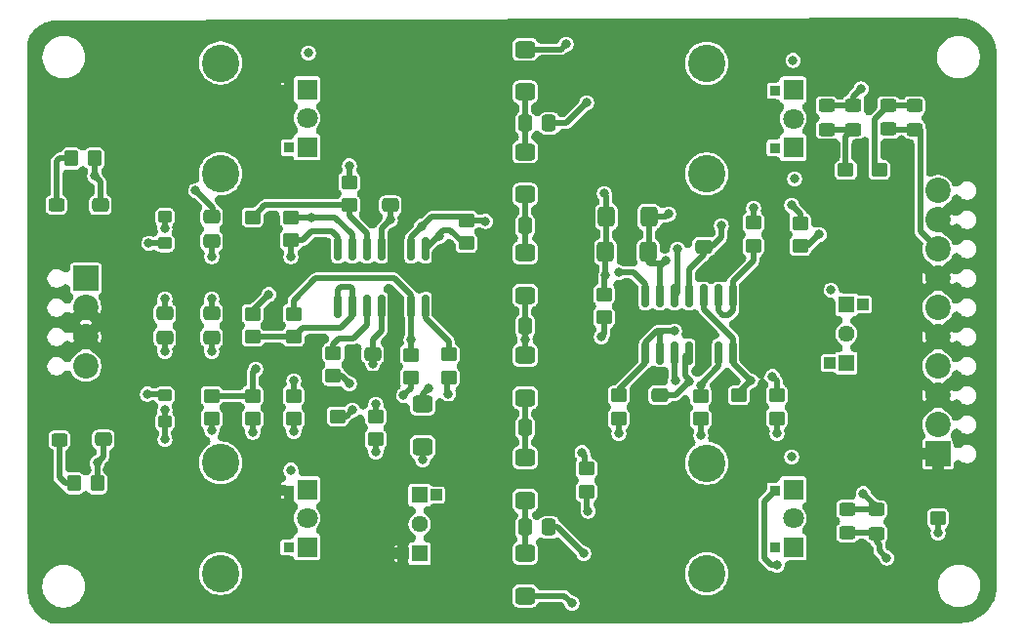
<source format=gbr>
%TF.GenerationSoftware,KiCad,Pcbnew,9.0.0*%
%TF.CreationDate,2025-03-26T23:14:20+00:00*%
%TF.ProjectId,diode-ladder-filter-synth-module,64696f64-652d-46c6-9164-6465722d6669,rev?*%
%TF.SameCoordinates,Original*%
%TF.FileFunction,Copper,L1,Top*%
%TF.FilePolarity,Positive*%
%FSLAX46Y46*%
G04 Gerber Fmt 4.6, Leading zero omitted, Abs format (unit mm)*
G04 Created by KiCad (PCBNEW 9.0.0) date 2025-03-26 23:14:20*
%MOMM*%
%LPD*%
G01*
G04 APERTURE LIST*
G04 Aperture macros list*
%AMRoundRect*
0 Rectangle with rounded corners*
0 $1 Rounding radius*
0 $2 $3 $4 $5 $6 $7 $8 $9 X,Y pos of 4 corners*
0 Add a 4 corners polygon primitive as box body*
4,1,4,$2,$3,$4,$5,$6,$7,$8,$9,$2,$3,0*
0 Add four circle primitives for the rounded corners*
1,1,$1+$1,$2,$3*
1,1,$1+$1,$4,$5*
1,1,$1+$1,$6,$7*
1,1,$1+$1,$8,$9*
0 Add four rect primitives between the rounded corners*
20,1,$1+$1,$2,$3,$4,$5,0*
20,1,$1+$1,$4,$5,$6,$7,0*
20,1,$1+$1,$6,$7,$8,$9,0*
20,1,$1+$1,$8,$9,$2,$3,0*%
G04 Aperture macros list end*
%TA.AperFunction,SMDPad,CuDef*%
%ADD10RoundRect,0.286538X0.458462X0.563462X-0.458462X0.563462X-0.458462X-0.563462X0.458462X-0.563462X0*%
%TD*%
%TA.AperFunction,SMDPad,CuDef*%
%ADD11RoundRect,0.284615X0.455385X0.565385X-0.455385X0.565385X-0.455385X-0.565385X0.455385X-0.565385X0*%
%TD*%
%TA.AperFunction,SMDPad,CuDef*%
%ADD12RoundRect,0.286538X0.563462X-0.458462X0.563462X0.458462X-0.563462X0.458462X-0.563462X-0.458462X0*%
%TD*%
%TA.AperFunction,SMDPad,CuDef*%
%ADD13RoundRect,0.284615X0.565385X-0.455385X0.565385X0.455385X-0.565385X0.455385X-0.565385X-0.455385X0*%
%TD*%
%TA.AperFunction,SMDPad,CuDef*%
%ADD14RoundRect,0.250000X0.450000X-0.350000X0.450000X0.350000X-0.450000X0.350000X-0.450000X-0.350000X0*%
%TD*%
%TA.AperFunction,SMDPad,CuDef*%
%ADD15RoundRect,0.250000X-0.475000X0.337500X-0.475000X-0.337500X0.475000X-0.337500X0.475000X0.337500X0*%
%TD*%
%TA.AperFunction,SMDPad,CuDef*%
%ADD16RoundRect,0.250000X-0.450000X0.325000X-0.450000X-0.325000X0.450000X-0.325000X0.450000X0.325000X0*%
%TD*%
%TA.AperFunction,SMDPad,CuDef*%
%ADD17RoundRect,0.286538X-0.458462X-0.563462X0.458462X-0.563462X0.458462X0.563462X-0.458462X0.563462X0*%
%TD*%
%TA.AperFunction,SMDPad,CuDef*%
%ADD18RoundRect,0.284615X-0.455385X-0.565385X0.455385X-0.565385X0.455385X0.565385X-0.455385X0.565385X0*%
%TD*%
%TA.AperFunction,SMDPad,CuDef*%
%ADD19RoundRect,0.150000X0.150000X-0.825000X0.150000X0.825000X-0.150000X0.825000X-0.150000X-0.825000X0*%
%TD*%
%TA.AperFunction,SMDPad,CuDef*%
%ADD20RoundRect,0.250000X-0.450000X0.350000X-0.450000X-0.350000X0.450000X-0.350000X0.450000X0.350000X0*%
%TD*%
%TA.AperFunction,ComponentPad*%
%ADD21C,2.200000*%
%TD*%
%TA.AperFunction,ComponentPad*%
%ADD22R,2.200000X2.200000*%
%TD*%
%TA.AperFunction,ComponentPad*%
%ADD23R,0.899998X0.899994*%
%TD*%
%TA.AperFunction,ComponentPad*%
%ADD24C,1.800000*%
%TD*%
%TA.AperFunction,ComponentPad*%
%ADD25R,0.900000X0.899998*%
%TD*%
%TA.AperFunction,ComponentPad*%
%ADD26C,3.240000*%
%TD*%
%TA.AperFunction,ComponentPad*%
%ADD27R,1.800000X1.800000*%
%TD*%
%TA.AperFunction,SMDPad,CuDef*%
%ADD28RoundRect,0.250000X0.337500X0.475000X-0.337500X0.475000X-0.337500X-0.475000X0.337500X-0.475000X0*%
%TD*%
%TA.AperFunction,SMDPad,CuDef*%
%ADD29RoundRect,0.250000X0.450000X-0.325000X0.450000X0.325000X-0.450000X0.325000X-0.450000X-0.325000X0*%
%TD*%
%TA.AperFunction,SMDPad,CuDef*%
%ADD30RoundRect,0.250000X0.475000X-0.337500X0.475000X0.337500X-0.475000X0.337500X-0.475000X-0.337500X0*%
%TD*%
%TA.AperFunction,SMDPad,CuDef*%
%ADD31RoundRect,0.250000X-0.350000X-0.450000X0.350000X-0.450000X0.350000X0.450000X-0.350000X0.450000X0*%
%TD*%
%TA.AperFunction,ComponentPad*%
%ADD32R,1.000000X1.000000*%
%TD*%
%TA.AperFunction,ComponentPad*%
%ADD33C,1.440000*%
%TD*%
%TA.AperFunction,ComponentPad*%
%ADD34R,1.440000X1.440000*%
%TD*%
%TA.AperFunction,SMDPad,CuDef*%
%ADD35RoundRect,0.250000X-0.350000X0.275000X-0.350000X-0.275000X0.350000X-0.275000X0.350000X0.275000X0*%
%TD*%
%TA.AperFunction,ViaPad*%
%ADD36C,0.800000*%
%TD*%
%TA.AperFunction,Conductor*%
%ADD37C,0.500000*%
%TD*%
G04 APERTURE END LIST*
D10*
%TO.P,D14,2,A*%
%TO.N,Net-(D14-A)*%
X163193000Y-67818000D03*
D11*
%TO.P,D14,1,K*%
%TO.N,Net-(D14-K)*%
X166878000Y-67818000D03*
%TD*%
D12*
%TO.P,D13,2,A*%
%TO.N,Net-(D12-K)*%
X156210000Y-93980000D03*
D13*
%TO.P,D13,1,K*%
%TO.N,Net-(D13-K)*%
X156210000Y-97665000D03*
%TD*%
D14*
%TO.P,R16,2*%
%TO.N,Net-(D7-K)*%
X139954000Y-82074000D03*
%TO.P,R16,1*%
%TO.N,GND*%
X139954000Y-84074000D03*
%TD*%
D15*
%TO.P,C2,2*%
%TO.N,-12V*%
X144526000Y-63754000D03*
%TO.P,C2,1*%
%TO.N,GND*%
X144526000Y-61679000D03*
%TD*%
D16*
%TO.P,D5,2,A*%
%TO.N,Net-(D3-K)*%
X184150000Y-92202000D03*
%TO.P,D5,1,K*%
%TO.N,/AUDIO_OUT*%
X184150000Y-90152000D03*
%TD*%
D17*
%TO.P,D15,2,A*%
%TO.N,Net-(D14-K)*%
X166945000Y-64770000D03*
D18*
%TO.P,D15,1,K*%
%TO.N,Net-(D14-A)*%
X163260000Y-64770000D03*
%TD*%
D19*
%TO.P,U2,14*%
%TO.N,Net-(D14-A)*%
X166624000Y-71628000D03*
%TO.P,U2,13,-*%
%TO.N,Net-(D14-K)*%
X167894000Y-71628000D03*
%TO.P,U2,12,+*%
%TO.N,Net-(U2D-+)*%
X169164000Y-71628000D03*
%TO.P,U2,11,V-*%
%TO.N,-12V*%
X170434000Y-71628000D03*
%TO.P,U2,10,+*%
%TO.N,Net-(U2C-+)*%
X171704000Y-71628000D03*
%TO.P,U2,9,-*%
%TO.N,Net-(U2C--)*%
X172974000Y-71628000D03*
%TO.P,U2,8*%
X174244000Y-71628000D03*
%TO.P,U2,7*%
%TO.N,Net-(U2C-+)*%
X174244000Y-76578000D03*
%TO.P,U2,6,-*%
%TO.N,Net-(U2B--)*%
X172974000Y-76578000D03*
%TO.P,U2,5,+*%
%TO.N,GND*%
X171704000Y-76578000D03*
%TO.P,U2,4,V+*%
%TO.N,+12V*%
X170434000Y-76578000D03*
%TO.P,U2,3,+*%
%TO.N,Net-(D10-K)*%
X169164000Y-76578000D03*
%TO.P,U2,2,-*%
%TO.N,Net-(U2A--)*%
X167894000Y-76578000D03*
%TO.P,U2,1*%
X166624000Y-76578000D03*
%TD*%
D20*
%TO.P,R22,2*%
%TO.N,Net-(U2C-+)*%
X171450000Y-82296000D03*
%TO.P,R22,1*%
%TO.N,Net-(U2B--)*%
X171450000Y-80296000D03*
%TD*%
D21*
%TO.P,J6,10,signal*%
%TO.N,/CV1_IN*%
X192024000Y-62484000D03*
%TO.P,J6,9,gnd*%
%TO.N,GND*%
X192024000Y-65024000D03*
%TO.P,J6,8,signal*%
%TO.N,/CV2_IN*%
X192024000Y-67564000D03*
%TO.P,J6,7,gnd*%
%TO.N,GND*%
X192024000Y-70104000D03*
%TO.P,J6,6,signal*%
%TO.N,/AUDIO_OUT*%
X192024000Y-72644000D03*
%TO.P,J6,5,gnd*%
%TO.N,GND*%
X192024000Y-75184000D03*
%TO.P,J6,4,signal*%
%TO.N,/AUDIO_IN*%
X192024000Y-77724000D03*
%TO.P,J6,3,gnd*%
%TO.N,GND*%
X192024000Y-80264000D03*
%TO.P,J6,2,signal*%
%TO.N,/AUDIO_IN*%
X192024000Y-82804000D03*
D22*
%TO.P,J6,1,gnd*%
%TO.N,GND*%
X192024000Y-85344000D03*
%TD*%
D15*
%TO.P,C4,2*%
%TO.N,-12V*%
X171704000Y-67353000D03*
%TO.P,C4,1*%
%TO.N,GND*%
X171704000Y-65278000D03*
%TD*%
%TO.P,C3,2*%
%TO.N,GND*%
X167894000Y-82296000D03*
%TO.P,C3,1*%
%TO.N,+12V*%
X167894000Y-80221000D03*
%TD*%
D14*
%TO.P,R7,2*%
%TO.N,Net-(U1B--)*%
X136144000Y-73184000D03*
%TO.P,R7,1*%
%TO.N,Net-(U1A--)*%
X136144000Y-75184000D03*
%TD*%
D15*
%TO.P,C1,2*%
%TO.N,GND*%
X143002000Y-78740000D03*
%TO.P,C1,1*%
%TO.N,+12V*%
X143002000Y-76665000D03*
%TD*%
D23*
%TO.P,PT1,3,3*%
%TO.N,GND*%
X135719200Y-88493000D03*
D24*
%TO.P,PT1,2,2*%
%TO.N,Net-(PT1-Pad2)*%
X137294000Y-90906000D03*
D25*
%TO.P,PT1,1,1*%
%TO.N,/CV1_IN*%
X135693800Y-93446000D03*
D26*
%TO.P,PT1,*%
%TO.N,*%
X129794000Y-86106000D03*
D27*
X137294000Y-88406000D03*
X137294000Y-93406000D03*
D26*
X129794000Y-95706000D03*
%TD*%
D28*
%TO.P,C13,2*%
%TO.N,Net-(D11-K)*%
X156210000Y-83058000D03*
%TO.P,C13,1*%
%TO.N,GND*%
X158285000Y-83058000D03*
%TD*%
D20*
%TO.P,R6,2*%
%TO.N,Net-(PT2-Pad3)*%
X178054000Y-82248000D03*
%TO.P,R6,1*%
%TO.N,-12V*%
X178054000Y-80248000D03*
%TD*%
D12*
%TO.P,D8,2,A*%
%TO.N,Net-(D8-A)*%
X156210000Y-50225000D03*
D13*
%TO.P,D8,1,K*%
%TO.N,Net-(D8-K)*%
X156210000Y-53910000D03*
%TD*%
D20*
%TO.P,R26,2*%
%TO.N,Net-(PT7-Pad3)*%
X180086000Y-67310000D03*
%TO.P,R26,1*%
%TO.N,Net-(D14-K)*%
X180086000Y-65310000D03*
%TD*%
%TO.P,R9,2*%
%TO.N,Net-(D8-A)*%
X136144000Y-82296000D03*
%TO.P,R9,1*%
%TO.N,Net-(U1B--)*%
X136144000Y-80296000D03*
%TD*%
D14*
%TO.P,R19,2*%
%TO.N,Net-(U1D-+)*%
X132588000Y-64802000D03*
%TO.P,R19,1*%
%TO.N,GND*%
X132588000Y-66802000D03*
%TD*%
%TO.P,R23,2*%
%TO.N,Net-(U2C-+)*%
X174752000Y-80248000D03*
%TO.P,R23,1*%
%TO.N,GND*%
X174752000Y-82248000D03*
%TD*%
D29*
%TO.P,D6,2,A*%
%TO.N,/CV1_IN*%
X182372000Y-55118000D03*
%TO.P,D6,1,K*%
%TO.N,Net-(D4-A)*%
X182372000Y-57168000D03*
%TD*%
D16*
%TO.P,D2,2,A*%
%TO.N,GND*%
X115570000Y-65804000D03*
%TO.P,D2,1,K*%
%TO.N,Net-(D2-K)*%
X115570000Y-63754000D03*
%TD*%
D30*
%TO.P,C7,2*%
%TO.N,-12V*%
X124968000Y-73152000D03*
%TO.P,C7,1*%
%TO.N,+12V*%
X124968000Y-75227000D03*
%TD*%
D15*
%TO.P,C8,2*%
%TO.N,+12V*%
X129032000Y-75227000D03*
%TO.P,C8,1*%
%TO.N,-12V*%
X129032000Y-73152000D03*
%TD*%
D28*
%TO.P,C14,2*%
%TO.N,Net-(D12-K)*%
X156210000Y-91694000D03*
%TO.P,C14,1*%
%TO.N,Net-(D14-A)*%
X158285000Y-91694000D03*
%TD*%
D20*
%TO.P,R10,2*%
%TO.N,Net-(D8-A)*%
X149606000Y-78708000D03*
%TO.P,R10,1*%
%TO.N,Net-(R10-Pad1)*%
X149606000Y-76708000D03*
%TD*%
D12*
%TO.P,D10,2,A*%
%TO.N,Net-(D10-A)*%
X156210000Y-67880000D03*
D13*
%TO.P,D10,1,K*%
%TO.N,Net-(D10-K)*%
X156210000Y-71565000D03*
%TD*%
D14*
%TO.P,R11,2*%
%TO.N,Net-(U1C--)*%
X161544000Y-86614000D03*
%TO.P,R11,1*%
%TO.N,Net-(PT2-Pad2)*%
X161544000Y-88614000D03*
%TD*%
D20*
%TO.P,R3,2*%
%TO.N,Net-(D3-K)*%
X192024000Y-90900000D03*
%TO.P,R3,1*%
%TO.N,GND*%
X192024000Y-88900000D03*
%TD*%
D31*
%TO.P,R1,2*%
%TO.N,+12V*%
X119094000Y-87884000D03*
%TO.P,R1,1*%
%TO.N,Net-(D1-A)*%
X117094000Y-87884000D03*
%TD*%
D12*
%TO.P,D12,2,A*%
%TO.N,Net-(D11-K)*%
X156210000Y-85660000D03*
D13*
%TO.P,D12,1,K*%
%TO.N,Net-(D12-K)*%
X156210000Y-89345000D03*
%TD*%
D14*
%TO.P,R13,2*%
%TO.N,Net-(U1C--)*%
X129032000Y-80296000D03*
%TO.P,R13,1*%
%TO.N,Net-(PT1-Pad2)*%
X129032000Y-82296000D03*
%TD*%
D12*
%TO.P,D7,2,A*%
%TO.N,Net-(D7-A)*%
X147320000Y-81026000D03*
D13*
%TO.P,D7,1,K*%
%TO.N,Net-(D7-K)*%
X147320000Y-84711000D03*
%TD*%
D16*
%TO.P,D4,2,A*%
%TO.N,Net-(D4-A)*%
X184658000Y-57168000D03*
%TO.P,D4,1,K*%
%TO.N,/CV1_IN*%
X184658000Y-55118000D03*
%TD*%
D30*
%TO.P,C5,2*%
%TO.N,GND*%
X119634000Y-81999000D03*
%TO.P,C5,1*%
%TO.N,+12V*%
X119634000Y-84074000D03*
%TD*%
D20*
%TO.P,R12,2*%
%TO.N,Net-(D7-A)*%
X151130000Y-67056000D03*
%TO.P,R12,1*%
%TO.N,Net-(U1C--)*%
X151130000Y-65056000D03*
%TD*%
D23*
%TO.P,PT3,3,3*%
%TO.N,GND*%
X135719200Y-53796000D03*
D24*
%TO.P,PT3,2,2*%
%TO.N,Net-(C9-Pad1)*%
X137294000Y-56209000D03*
D25*
%TO.P,PT3,1,1*%
%TO.N,/AUDIO_IN*%
X135693800Y-58749000D03*
D26*
%TO.P,PT3,*%
%TO.N,*%
X129794000Y-51409000D03*
D27*
X137294000Y-53709000D03*
X137294000Y-58709000D03*
D26*
X129794000Y-61009000D03*
%TD*%
D21*
%TO.P,J1,4,+12v*%
%TO.N,Net-(J1-+12v)*%
X118110000Y-77724000D03*
%TO.P,J1,3,gnd*%
%TO.N,GND*%
X118110000Y-75184000D03*
%TO.P,J1,2,gnd*%
X118110000Y-72644000D03*
D22*
%TO.P,J1,1,-12v*%
%TO.N,Net-(J1--12v)*%
X118110000Y-70104000D03*
%TD*%
D16*
%TO.P,D17,2,A*%
%TO.N,/CV2_IN*%
X187706000Y-57159000D03*
%TO.P,D17,1,K*%
%TO.N,Net-(D16-A)*%
X187706000Y-55109000D03*
%TD*%
D14*
%TO.P,R14,2*%
%TO.N,Net-(U1C--)*%
X132588000Y-80296000D03*
%TO.P,R14,1*%
%TO.N,Net-(PT6-Pad2)*%
X132588000Y-82296000D03*
%TD*%
D32*
%TO.P,PT7,3,3*%
%TO.N,Net-(PT7-Pad3)*%
X182626000Y-77444600D03*
D33*
%TO.P,PT7,2,2*%
%TO.N,Net-(PT4-Pad3)*%
X184073800Y-74904600D03*
D32*
%TO.P,PT7,1,1*%
X185496200Y-72364600D03*
D34*
%TO.P,PT7,*%
%TO.N,*%
X184073800Y-72364600D03*
X184073800Y-77444600D03*
%TD*%
D35*
%TO.P,FB1,2*%
%TO.N,+12V*%
X124968000Y-82550000D03*
%TO.P,FB1,1*%
%TO.N,Net-(J1-+12v)*%
X124968000Y-80250000D03*
%TD*%
D14*
%TO.P,R27,2*%
%TO.N,Net-(D16-A)*%
X186944000Y-60706000D03*
%TO.P,R27,1*%
%TO.N,GND*%
X186944000Y-62706000D03*
%TD*%
D29*
%TO.P,D3,2,A*%
%TO.N,/AUDIO_OUT*%
X186690000Y-90170000D03*
%TO.P,D3,1,K*%
%TO.N,Net-(D3-K)*%
X186690000Y-92220000D03*
%TD*%
D14*
%TO.P,R4,2*%
%TO.N,Net-(D4-A)*%
X184023000Y-60706000D03*
%TO.P,R4,1*%
%TO.N,GND*%
X184023000Y-62706000D03*
%TD*%
D23*
%TO.P,PT4,3,3*%
%TO.N,Net-(PT4-Pad3)*%
X177883200Y-53822000D03*
D24*
%TO.P,PT4,2,2*%
%TO.N,Net-(U2D-+)*%
X179458000Y-56235000D03*
D25*
%TO.P,PT4,1,1*%
%TO.N,Net-(U2A--)*%
X177857800Y-58775000D03*
D26*
%TO.P,PT4,*%
%TO.N,*%
X171958000Y-51435000D03*
D27*
X179458000Y-53735000D03*
X179458000Y-58735000D03*
D26*
X171958000Y-61035000D03*
%TD*%
D23*
%TO.P,PT2,3,3*%
%TO.N,Net-(PT2-Pad3)*%
X177883200Y-88519000D03*
D24*
%TO.P,PT2,2,2*%
%TO.N,Net-(PT2-Pad2)*%
X179458000Y-90932000D03*
D25*
%TO.P,PT2,1,1*%
%TO.N,+12V*%
X177857800Y-93472000D03*
D26*
%TO.P,PT2,*%
%TO.N,*%
X171958000Y-86132000D03*
D27*
X179458000Y-88432000D03*
X179458000Y-93432000D03*
D26*
X171958000Y-95732000D03*
%TD*%
D29*
%TO.P,D16,2,A*%
%TO.N,Net-(D16-A)*%
X189992000Y-55118000D03*
%TO.P,D16,1,K*%
%TO.N,/CV2_IN*%
X189992000Y-57168000D03*
%TD*%
D14*
%TO.P,R24,2*%
%TO.N,/AUDIO_OUT*%
X176022000Y-65278000D03*
%TO.P,R24,1*%
%TO.N,Net-(U2C--)*%
X176022000Y-67278000D03*
%TD*%
D28*
%TO.P,C10,2*%
%TO.N,Net-(D8-K)*%
X156210000Y-56642000D03*
%TO.P,C10,1*%
%TO.N,Net-(D14-A)*%
X158285000Y-56642000D03*
%TD*%
D12*
%TO.P,D11,2,A*%
%TO.N,Net-(D10-K)*%
X156210000Y-76770000D03*
D13*
%TO.P,D11,1,K*%
%TO.N,Net-(D11-K)*%
X156210000Y-80455000D03*
%TD*%
D14*
%TO.P,R15,2*%
%TO.N,Net-(D7-K)*%
X143256000Y-82074000D03*
%TO.P,R15,1*%
%TO.N,-12V*%
X143256000Y-84074000D03*
%TD*%
D32*
%TO.P,PT6,3,3*%
%TO.N,GND*%
X145618200Y-93980000D03*
D33*
%TO.P,PT6,2,2*%
%TO.N,Net-(PT6-Pad2)*%
X147066000Y-91440000D03*
D32*
%TO.P,PT6,1,1*%
%TO.N,/CV2_IN*%
X148488400Y-88900000D03*
D34*
%TO.P,PT6,*%
%TO.N,*%
X147066000Y-88900000D03*
X147066000Y-93980000D03*
%TD*%
D20*
%TO.P,R21,2*%
%TO.N,Net-(U2B--)*%
X164338000Y-82264000D03*
%TO.P,R21,1*%
%TO.N,Net-(U2A--)*%
X164338000Y-80264000D03*
%TD*%
D35*
%TO.P,FB2,2*%
%TO.N,Net-(J1--12v)*%
X124968000Y-67056000D03*
%TO.P,FB2,1*%
%TO.N,-12V*%
X124968000Y-64756000D03*
%TD*%
D16*
%TO.P,D1,2,A*%
%TO.N,Net-(D1-A)*%
X115824000Y-84092000D03*
%TO.P,D1,1,K*%
%TO.N,GND*%
X115824000Y-82042000D03*
%TD*%
D31*
%TO.P,R2,2*%
%TO.N,-12V*%
X118856000Y-59690000D03*
%TO.P,R2,1*%
%TO.N,Net-(D2-K)*%
X116856000Y-59690000D03*
%TD*%
D19*
%TO.P,U1,14*%
%TO.N,Net-(D13-K)*%
X139954000Y-67564000D03*
%TO.P,U1,13,-*%
%TO.N,Net-(U1D--)*%
X141224000Y-67564000D03*
%TO.P,U1,12,+*%
%TO.N,Net-(U1D-+)*%
X142494000Y-67564000D03*
%TO.P,U1,11,V-*%
%TO.N,-12V*%
X143764000Y-67564000D03*
%TO.P,U1,10,+*%
%TO.N,GND*%
X145034000Y-67564000D03*
%TO.P,U1,9,-*%
%TO.N,Net-(U1C--)*%
X146304000Y-67564000D03*
%TO.P,U1,8*%
%TO.N,Net-(D7-A)*%
X147574000Y-67564000D03*
%TO.P,U1,7*%
%TO.N,Net-(R10-Pad1)*%
X147574000Y-72514000D03*
%TO.P,U1,6,-*%
%TO.N,Net-(U1B--)*%
X146304000Y-72514000D03*
%TO.P,U1,5,+*%
%TO.N,GND*%
X145034000Y-72514000D03*
%TO.P,U1,4,V+*%
%TO.N,+12V*%
X143764000Y-72514000D03*
%TO.P,U1,3,+*%
%TO.N,Net-(U1A-+)*%
X142494000Y-72514000D03*
%TO.P,U1,2,-*%
%TO.N,Net-(U1A--)*%
X141224000Y-72514000D03*
%TO.P,U1,1*%
X139954000Y-72514000D03*
%TD*%
D15*
%TO.P,C9,2*%
%TO.N,Net-(C9-Pad2)*%
X129032000Y-66845000D03*
%TO.P,C9,1*%
%TO.N,Net-(C9-Pad1)*%
X129032000Y-64770000D03*
%TD*%
D14*
%TO.P,R25,2*%
%TO.N,Net-(D14-A)*%
X163068000Y-71501000D03*
%TO.P,R25,1*%
%TO.N,Net-(D14-K)*%
X163068000Y-73501000D03*
%TD*%
D20*
%TO.P,R20,2*%
%TO.N,Net-(D13-K)*%
X135890000Y-66802000D03*
%TO.P,R20,1*%
%TO.N,Net-(U1D--)*%
X135890000Y-64802000D03*
%TD*%
D14*
%TO.P,R18,2*%
%TO.N,Net-(U1D--)*%
X132588000Y-73184000D03*
%TO.P,R18,1*%
%TO.N,Net-(U1A--)*%
X132588000Y-75184000D03*
%TD*%
%TO.P,R5,2*%
%TO.N,Net-(U1A-+)*%
X139573000Y-76581000D03*
%TO.P,R5,1*%
%TO.N,Net-(C9-Pad2)*%
X139573000Y-78581000D03*
%TD*%
D12*
%TO.P,D9,2,A*%
%TO.N,Net-(D8-K)*%
X156210000Y-59115000D03*
D13*
%TO.P,D9,1,K*%
%TO.N,Net-(D10-A)*%
X156210000Y-62800000D03*
%TD*%
D20*
%TO.P,R17,2*%
%TO.N,Net-(U1D-+)*%
X140970000Y-63754000D03*
%TO.P,R17,1*%
%TO.N,Net-(D7-K)*%
X140970000Y-61754000D03*
%TD*%
D28*
%TO.P,C11,2*%
%TO.N,Net-(D10-A)*%
X156210000Y-65532000D03*
%TO.P,C11,1*%
%TO.N,GND*%
X158285000Y-65532000D03*
%TD*%
D30*
%TO.P,C6,2*%
%TO.N,-12V*%
X119380000Y-63754000D03*
%TO.P,C6,1*%
%TO.N,GND*%
X119380000Y-65829000D03*
%TD*%
D14*
%TO.P,R8,2*%
%TO.N,Net-(U1B--)*%
X146304000Y-76740000D03*
%TO.P,R8,1*%
%TO.N,Net-(D7-K)*%
X146304000Y-78740000D03*
%TD*%
D28*
%TO.P,C12,2*%
%TO.N,Net-(D10-K)*%
X156210000Y-74230000D03*
%TO.P,C12,1*%
%TO.N,GND*%
X158285000Y-74230000D03*
%TD*%
D36*
%TO.N,+12V*%
X143002000Y-77502500D03*
X124968000Y-76454000D03*
X124968000Y-84074000D03*
X124968000Y-81534000D03*
X119094000Y-86106000D03*
X179324000Y-85598000D03*
X129032000Y-76454000D03*
X170434000Y-79021489D03*
%TO.N,GND*%
X192024000Y-87630000D03*
X175006000Y-83820000D03*
X171223069Y-78232000D03*
X160782000Y-83058000D03*
X133858000Y-67310000D03*
X161036000Y-74168000D03*
X145034000Y-74930000D03*
X158496000Y-62992000D03*
X115570000Y-67564000D03*
X119380000Y-67564000D03*
X135966200Y-60325000D03*
X170688000Y-64008000D03*
X115824000Y-80518000D03*
X137751897Y-95293103D03*
X139954000Y-85344000D03*
X145045000Y-88900000D03*
X145923000Y-65151000D03*
X168910000Y-83820000D03*
X119634000Y-80772000D03*
%TO.N,-12V*%
X118872000Y-61214000D03*
X124968000Y-65786000D03*
X143256000Y-85166200D03*
X173228000Y-65532000D03*
X177673000Y-78613000D03*
X124968000Y-71882000D03*
X144526000Y-65024000D03*
X129032000Y-71882000D03*
%TO.N,/AUDIO_OUT*%
X176022000Y-64008000D03*
X185547000Y-88773000D03*
%TO.N,/CV1_IN*%
X185356500Y-53657500D03*
X135890000Y-86741000D03*
%TO.N,Net-(C9-Pad1)*%
X127635000Y-62484000D03*
%TO.N,Net-(C9-Pad2)*%
X129032000Y-68199000D03*
X140970000Y-79248000D03*
%TO.N,Net-(D14-A)*%
X161544000Y-54864000D03*
X163068000Y-62738000D03*
X161290000Y-93980000D03*
X164338000Y-69596000D03*
X163193000Y-69848002D03*
%TO.N,Net-(D10-K)*%
X156210000Y-75438000D03*
X169230229Y-78952466D03*
%TO.N,Net-(D3-K)*%
X192024000Y-92202000D03*
X187579000Y-94361000D03*
%TO.N,/AUDIO_IN*%
X137414000Y-50546000D03*
%TO.N,Net-(D7-K)*%
X143256000Y-81026000D03*
X141224000Y-81534000D03*
X140970000Y-60325000D03*
X145669000Y-80264000D03*
X147320000Y-85852000D03*
%TO.N,Net-(D7-A)*%
X148774914Y-66465959D03*
X147828000Y-79629000D03*
%TO.N,Net-(D8-A)*%
X136144001Y-83388199D03*
X159766000Y-49784000D03*
X149543897Y-80126000D03*
%TO.N,Net-(D13-K)*%
X135890000Y-68199000D03*
X160274000Y-98298000D03*
%TO.N,Net-(D14-K)*%
X162814000Y-75184000D03*
X179324000Y-63754000D03*
X168656000Y-64516000D03*
X168402000Y-68580000D03*
%TO.N,Net-(J1-+12v)*%
X123444000Y-80137000D03*
%TO.N,Net-(J1--12v)*%
X123571000Y-67056000D03*
%TO.N,Net-(PT1-Pad2)*%
X129032000Y-83312000D03*
%TO.N,Net-(PT2-Pad2)*%
X161671000Y-90297000D03*
%TO.N,Net-(PT2-Pad3)*%
X178054000Y-94996000D03*
X178054000Y-83566000D03*
%TO.N,Net-(U2A--)*%
X169164000Y-74676000D03*
X179451000Y-51181000D03*
%TO.N,Net-(U2D-+)*%
X169418001Y-67564001D03*
%TO.N,Net-(PT4-Pad3)*%
X179578000Y-61468000D03*
%TO.N,Net-(PT6-Pad2)*%
X132588000Y-83439000D03*
%TO.N,Net-(PT7-Pad3)*%
X182753000Y-71120000D03*
X181737000Y-66294000D03*
%TO.N,Net-(U1B--)*%
X146304000Y-75438000D03*
X136144000Y-78994000D03*
%TO.N,Net-(U1C--)*%
X132842000Y-77978000D03*
X161152000Y-85217000D03*
X147226959Y-65565959D03*
X152781000Y-65151000D03*
%TO.N,Net-(U1D--)*%
X137668000Y-64802000D03*
X133986397Y-71499603D03*
%TO.N,Net-(U2B--)*%
X164338000Y-83566000D03*
X171424834Y-79368984D03*
%TO.N,Net-(U2C-+)*%
X175768000Y-78994000D03*
X171450000Y-83693000D03*
%TD*%
D37*
%TO.N,+12V*%
X167894000Y-80221000D02*
X169234489Y-80221000D01*
X169234489Y-80221000D02*
X170434000Y-79021489D01*
%TO.N,Net-(D10-K)*%
X169164000Y-78886237D02*
X169230229Y-78952466D01*
X169164000Y-76578000D02*
X169164000Y-78886237D01*
%TO.N,-12V*%
X171747000Y-67310000D02*
X171704000Y-67353000D01*
X172466000Y-67310000D02*
X171747000Y-67310000D01*
X173228000Y-66548000D02*
X173228000Y-65532000D01*
X172466000Y-67310000D02*
X173228000Y-66548000D01*
%TO.N,+12V*%
X170134001Y-78550748D02*
X170434000Y-78850747D01*
X170134001Y-76877999D02*
X170134001Y-78550748D01*
%TO.N,Net-(U2B--)*%
X171424834Y-79532189D02*
X171424834Y-79368984D01*
X171450000Y-79557355D02*
X171424834Y-79532189D01*
X171450000Y-80296000D02*
X171450000Y-79557355D01*
X171417170Y-79361320D02*
X171424834Y-79368984D01*
X172974000Y-77724000D02*
X171417170Y-79280830D01*
X172974000Y-76578000D02*
X172974000Y-77724000D01*
%TO.N,+12V*%
X170434000Y-78850747D02*
X170434000Y-79021489D01*
%TO.N,Net-(U2B--)*%
X171417170Y-79280830D02*
X171417170Y-79361320D01*
%TO.N,+12V*%
X170434000Y-76578000D02*
X170134001Y-76877999D01*
%TO.N,-12V*%
X171450000Y-68326000D02*
X171704000Y-68072000D01*
X171704000Y-68072000D02*
X171704000Y-67353000D01*
X170434000Y-69342000D02*
X171450000Y-68326000D01*
X170434000Y-71628000D02*
X170434000Y-69342000D01*
%TO.N,Net-(U2C-+)*%
X174244000Y-77470000D02*
X175768000Y-78994000D01*
X174244000Y-76578000D02*
X174244000Y-77470000D01*
X174752000Y-80248000D02*
X174752000Y-80010000D01*
X174752000Y-80010000D02*
X175768000Y-78994000D01*
%TO.N,GND*%
X171704000Y-77751069D02*
X171223069Y-78232000D01*
X171704000Y-76578000D02*
X171704000Y-77751069D01*
%TO.N,Net-(U2D-+)*%
X169418000Y-71374000D02*
X169418001Y-67564001D01*
X169164000Y-71628000D02*
X169418000Y-71374000D01*
%TO.N,Net-(U2A--)*%
X168148000Y-74676000D02*
X169164000Y-74676000D01*
X167894000Y-74930000D02*
X168148000Y-74676000D01*
X167894000Y-76578000D02*
X167894000Y-74930000D01*
X167640000Y-74676000D02*
X169164000Y-74676000D01*
X166624000Y-75692000D02*
X167640000Y-74676000D01*
X166624000Y-76578000D02*
X166624000Y-75692000D01*
%TO.N,Net-(D14-K)*%
X168148000Y-68834000D02*
X168402000Y-68580000D01*
X167044000Y-68834000D02*
X168148000Y-68834000D01*
X166878000Y-67818000D02*
X166878000Y-68668000D01*
X167894000Y-69088000D02*
X168402000Y-68580000D01*
X167894000Y-71628000D02*
X167894000Y-69088000D01*
X166878000Y-68668000D02*
X167044000Y-68834000D01*
%TO.N,Net-(D14-A)*%
X166624000Y-70612000D02*
X165608000Y-69596000D01*
X165608000Y-69596000D02*
X164338000Y-69596000D01*
X166624000Y-71628000D02*
X166624000Y-70612000D01*
%TO.N,GND*%
X167894000Y-82804000D02*
X168910000Y-83820000D01*
X167894000Y-82296000D02*
X167894000Y-82804000D01*
X158285000Y-63203000D02*
X158496000Y-62992000D01*
X158285000Y-65532000D02*
X158285000Y-63203000D01*
%TO.N,+12V*%
X143002000Y-76665000D02*
X143002000Y-75438000D01*
X143002000Y-77502500D02*
X143002000Y-76665000D01*
X129032000Y-76454000D02*
X129032000Y-75227000D01*
X119634000Y-85566000D02*
X119094000Y-86106000D01*
X143002000Y-75438000D02*
X143764000Y-74676000D01*
X119634000Y-84074000D02*
X119634000Y-85566000D01*
X143764000Y-74676000D02*
X143764000Y-72514000D01*
X124968000Y-76454000D02*
X124968000Y-75227000D01*
X124968000Y-82550000D02*
X124968000Y-81534000D01*
X124968000Y-84074000D02*
X124968000Y-82550000D01*
X119094000Y-87884000D02*
X119094000Y-86106000D01*
%TO.N,GND*%
X144526000Y-61679000D02*
X145923000Y-63076000D01*
X145034000Y-66040000D02*
X145923000Y-65151000D01*
X139954000Y-84074000D02*
X139954000Y-85344000D01*
X171704000Y-65278000D02*
X171704000Y-64516000D01*
X158285000Y-74230000D02*
X160974000Y-74230000D01*
X132588000Y-66802000D02*
X133350000Y-66802000D01*
X160974000Y-74230000D02*
X161036000Y-74168000D01*
X115824000Y-82042000D02*
X115824000Y-80518000D01*
X119634000Y-81999000D02*
X119634000Y-80772000D01*
X158285000Y-83058000D02*
X160782000Y-83058000D01*
X135719200Y-53796000D02*
X134792800Y-54722400D01*
X119380000Y-65829000D02*
X119380000Y-67564000D01*
X145923000Y-63076000D02*
X145923000Y-65151000D01*
X145034000Y-67564000D02*
X145034000Y-66040000D01*
X115570000Y-65804000D02*
X115570000Y-67564000D01*
X174752000Y-82248000D02*
X174752000Y-83566000D01*
X171704000Y-64516000D02*
X171196000Y-64008000D01*
X134792800Y-54722400D02*
X134792800Y-59649999D01*
X145034000Y-74930000D02*
X145034000Y-72514000D01*
X133350000Y-66802000D02*
X133858000Y-67310000D01*
X171196000Y-64008000D02*
X170688000Y-64008000D01*
X174752000Y-83566000D02*
X175006000Y-83820000D01*
X135467801Y-60325000D02*
X135966200Y-60325000D01*
X192024000Y-88900000D02*
X192024000Y-87630000D01*
X134792800Y-59649999D02*
X135467801Y-60325000D01*
%TO.N,-12V*%
X178054000Y-78994000D02*
X177673000Y-78613000D01*
X143764000Y-65786000D02*
X144526000Y-65024000D01*
X143764000Y-67564000D02*
X143764000Y-65786000D01*
X129032000Y-71882000D02*
X129032000Y-73152000D01*
X178054000Y-80248000D02*
X178054000Y-78994000D01*
X144526000Y-65024000D02*
X144526000Y-63754000D01*
X124968000Y-71882000D02*
X124968000Y-73152000D01*
X119380000Y-61722000D02*
X118872000Y-61214000D01*
X124968000Y-65786000D02*
X124968000Y-64756000D01*
X143256000Y-84074000D02*
X143256000Y-85166200D01*
X119380000Y-63754000D02*
X119380000Y-61722000D01*
X118872000Y-61214000D02*
X118872000Y-59706000D01*
%TO.N,/AUDIO_OUT*%
X184150000Y-90152000D02*
X186672000Y-90152000D01*
X186672000Y-89898000D02*
X185547000Y-88773000D01*
X186690000Y-89916000D02*
X185547000Y-88773000D01*
X176022000Y-65278000D02*
X176022000Y-64008000D01*
%TO.N,/CV1_IN*%
X182372000Y-55118000D02*
X184658000Y-55118000D01*
X184658000Y-55118000D02*
X184658000Y-54356000D01*
X184658000Y-54356000D02*
X185356500Y-53657500D01*
%TO.N,Net-(C9-Pad1)*%
X129159000Y-64008000D02*
X129159000Y-64643000D01*
X127635000Y-62484000D02*
X129159000Y-64008000D01*
%TO.N,Net-(C9-Pad2)*%
X129032000Y-66845000D02*
X129032000Y-68199000D01*
X140303000Y-78581000D02*
X140970000Y-79248000D01*
X139573000Y-78581000D02*
X140303000Y-78581000D01*
%TO.N,Net-(D14-A)*%
X163260000Y-64770000D02*
X163260000Y-67751000D01*
X158285000Y-91694000D02*
X159004000Y-91694000D01*
X159766000Y-56642000D02*
X161544000Y-54864000D01*
X163193000Y-67818000D02*
X163193000Y-69848002D01*
X163193000Y-67818000D02*
X163193000Y-69848000D01*
X163260000Y-64770000D02*
X163260000Y-62930000D01*
X163068000Y-69973002D02*
X163193000Y-69848002D01*
X163068000Y-71406000D02*
X163068000Y-69973002D01*
X163260000Y-62930000D02*
X163068000Y-62738000D01*
X158285000Y-56642000D02*
X159766000Y-56642000D01*
X159512000Y-56642000D02*
X158285000Y-56642000D01*
X159004000Y-91694000D02*
X161290000Y-93980000D01*
%TO.N,Net-(D8-K)*%
X156210000Y-59115000D02*
X156210000Y-53910000D01*
%TO.N,Net-(D10-A)*%
X156210000Y-67880000D02*
X156210000Y-62800000D01*
%TO.N,Net-(D10-K)*%
X156210000Y-75438000D02*
X156210000Y-71565000D01*
X156210000Y-76770000D02*
X156210000Y-75438000D01*
%TO.N,Net-(D11-K)*%
X156210000Y-85660000D02*
X156210000Y-80455000D01*
%TO.N,Net-(D12-K)*%
X156210000Y-93980000D02*
X156210000Y-89345000D01*
%TO.N,Net-(D1-A)*%
X115824000Y-87376000D02*
X116332000Y-87884000D01*
X115824000Y-84092000D02*
X115824000Y-87376000D01*
X116332000Y-87884000D02*
X117094000Y-87884000D01*
%TO.N,Net-(D2-K)*%
X115570000Y-63754000D02*
X115570000Y-59944000D01*
X115570000Y-59944000D02*
X115824000Y-59690000D01*
X115824000Y-59690000D02*
X116856000Y-59690000D01*
%TO.N,Net-(D3-K)*%
X184150000Y-92202000D02*
X186672000Y-92202000D01*
X186690000Y-92964000D02*
X186944000Y-93218000D01*
X186944000Y-93218000D02*
X186944000Y-93726000D01*
X186944000Y-93726000D02*
X187579000Y-94361000D01*
X192024000Y-90900000D02*
X192024000Y-92202000D01*
X186690000Y-92220000D02*
X186690000Y-92964000D01*
%TO.N,/CV2_IN*%
X192024000Y-67564000D02*
X190473000Y-66013000D01*
X189992000Y-57168000D02*
X187715000Y-57168000D01*
X190473000Y-57195000D02*
X190446000Y-57168000D01*
X190473000Y-66013000D02*
X190473000Y-57195000D01*
%TO.N,Net-(D4-A)*%
X182372000Y-57168000D02*
X184658000Y-57168000D01*
X184023000Y-57803000D02*
X184658000Y-57168000D01*
X184023000Y-60706000D02*
X184023000Y-57803000D01*
%TO.N,Net-(D7-K)*%
X146304000Y-79629000D02*
X145669000Y-80264000D01*
X147320000Y-84711000D02*
X147320000Y-85852000D01*
X139954000Y-82074000D02*
X140684000Y-82074000D01*
X146304000Y-78740000D02*
X146304000Y-79629000D01*
X140970000Y-61754000D02*
X140970000Y-60325000D01*
X143256000Y-82074000D02*
X143256000Y-81026000D01*
X140684000Y-82074000D02*
X141224000Y-81534000D01*
%TO.N,Net-(D7-A)*%
X148774914Y-66230927D02*
X148774914Y-66465959D01*
X149092841Y-65913000D02*
X148774914Y-66230927D01*
X147574000Y-67564000D02*
X148672041Y-66465959D01*
X148672041Y-66465959D02*
X148774914Y-66465959D01*
X147320000Y-80137000D02*
X147828000Y-79629000D01*
X149733000Y-65913000D02*
X149092841Y-65913000D01*
X147320000Y-81026000D02*
X147320000Y-80137000D01*
X150876000Y-67056000D02*
X149733000Y-65913000D01*
%TO.N,Net-(D8-A)*%
X156210000Y-50225000D02*
X159325000Y-50225000D01*
X159325000Y-50225000D02*
X159766000Y-49784000D01*
X149479000Y-78835000D02*
X149479000Y-80061103D01*
X136144000Y-82296000D02*
X136144001Y-83388199D01*
X149479000Y-80061103D02*
X149543897Y-80126000D01*
%TO.N,Net-(D13-K)*%
X139954000Y-66548000D02*
X139446000Y-66040000D01*
X139446000Y-66040000D02*
X137668000Y-66040000D01*
X136906000Y-66802000D02*
X135890000Y-66802000D01*
X159641000Y-97665000D02*
X160274000Y-98298000D01*
X137668000Y-66040000D02*
X136906000Y-66802000D01*
X139954000Y-67564000D02*
X139954000Y-66548000D01*
X156210000Y-97665000D02*
X159641000Y-97665000D01*
X135890000Y-66802000D02*
X135890000Y-68199000D01*
%TO.N,Net-(D14-K)*%
X163068000Y-74930000D02*
X162814000Y-75184000D01*
X166945000Y-64770000D02*
X166945000Y-67751000D01*
X163068000Y-73406000D02*
X163068000Y-74930000D01*
X180086000Y-64516000D02*
X179324000Y-63754000D01*
X166945000Y-64770000D02*
X168402000Y-64770000D01*
X180086000Y-65310000D02*
X180086000Y-64516000D01*
X168402000Y-64770000D02*
X168656000Y-64516000D01*
%TO.N,Net-(J1-+12v)*%
X123444000Y-80137000D02*
X124855000Y-80137000D01*
%TO.N,Net-(J1--12v)*%
X123571000Y-67056000D02*
X124968000Y-67056000D01*
%TO.N,Net-(PT1-Pad2)*%
X129032000Y-83312000D02*
X129032000Y-82296000D01*
%TO.N,Net-(PT2-Pad2)*%
X161544000Y-88614000D02*
X161544000Y-90170000D01*
X161544000Y-90170000D02*
X161671000Y-90297000D01*
%TO.N,Net-(PT2-Pad3)*%
X177579801Y-94996000D02*
X176956800Y-94372999D01*
X178054000Y-82248000D02*
X178054000Y-83566000D01*
X176956800Y-89445400D02*
X177883200Y-88519000D01*
X176956800Y-94372999D02*
X176956800Y-89445400D01*
X178054000Y-94996000D02*
X177579801Y-94996000D01*
%TO.N,Net-(U2A--)*%
X166624000Y-77470000D02*
X164338000Y-79756000D01*
X164338000Y-79756000D02*
X164338000Y-80264000D01*
X166624000Y-76578000D02*
X166624000Y-77470000D01*
%TO.N,Net-(PT6-Pad2)*%
X132588000Y-82296000D02*
X132588000Y-83439000D01*
%TO.N,Net-(PT7-Pad3)*%
X180086000Y-67310000D02*
X180721000Y-67310000D01*
X180721000Y-67310000D02*
X181737000Y-66294000D01*
%TO.N,Net-(U1A-+)*%
X140081000Y-75311000D02*
X139573000Y-75819000D01*
X139573000Y-75819000D02*
X139573000Y-76581000D01*
X141351000Y-75311000D02*
X140081000Y-75311000D01*
X142494000Y-74168000D02*
X141351000Y-75311000D01*
X142494000Y-72514000D02*
X142494000Y-74168000D01*
%TO.N,Net-(U1A--)*%
X140208000Y-74422000D02*
X136906000Y-74422000D01*
X141224000Y-72514000D02*
X141224000Y-73406000D01*
X139954000Y-72514000D02*
X139954000Y-71120000D01*
X136906000Y-74422000D02*
X136144000Y-75184000D01*
X140208000Y-70866000D02*
X141097000Y-70866000D01*
X139954000Y-71120000D02*
X140208000Y-70866000D01*
X141224000Y-72514000D02*
X141224000Y-70993000D01*
X132588000Y-75184000D02*
X136144000Y-75184000D01*
X141224000Y-73406000D02*
X140208000Y-74422000D01*
X141224000Y-70993000D02*
X141097000Y-70866000D01*
%TO.N,Net-(U1B--)*%
X136144000Y-80296000D02*
X136144000Y-78994000D01*
X136144000Y-73184000D02*
X136144000Y-72009000D01*
X146304000Y-71539001D02*
X146304000Y-72514000D01*
X146304000Y-72514000D02*
X146304000Y-75438000D01*
X136144000Y-72009000D02*
X138049000Y-70104000D01*
X146304000Y-75438000D02*
X146304000Y-76740000D01*
X144868999Y-70104000D02*
X146304000Y-71539001D01*
X138049000Y-70104000D02*
X144868999Y-70104000D01*
%TO.N,Net-(R10-Pad1)*%
X147574000Y-73533000D02*
X149606000Y-75565000D01*
X149606000Y-75565000D02*
X149606000Y-76708000D01*
X147574000Y-72514000D02*
X147574000Y-73533000D01*
%TO.N,Net-(U1C--)*%
X146304000Y-67564000D02*
X146304000Y-66548000D01*
X132588000Y-78232000D02*
X132842000Y-77978000D01*
X129032000Y-80296000D02*
X132588000Y-80296000D01*
X151130000Y-65056000D02*
X152686000Y-65056000D01*
X148082000Y-64770000D02*
X150844000Y-64770000D01*
X161417000Y-86487000D02*
X161417000Y-85482000D01*
X152686000Y-65056000D02*
X152781000Y-65151000D01*
X146304000Y-66548000D02*
X148082000Y-64770000D01*
X161417000Y-85482000D02*
X161152000Y-85217000D01*
X132588000Y-80296000D02*
X132588000Y-78232000D01*
%TO.N,Net-(U1D-+)*%
X132588000Y-64802000D02*
X133639000Y-63751000D01*
X133639000Y-63751000D02*
X140967000Y-63751000D01*
X142494000Y-66167000D02*
X140970000Y-64643000D01*
X140970000Y-64643000D02*
X140970000Y-63754000D01*
X142494000Y-67564000D02*
X142494000Y-66167000D01*
%TO.N,Net-(U1D--)*%
X137668000Y-64802000D02*
X135890000Y-64802000D01*
X141224000Y-67564000D02*
X141224000Y-66294000D01*
X139732000Y-64802000D02*
X137668000Y-64802000D01*
X141224000Y-66294000D02*
X139732000Y-64802000D01*
X132588000Y-72898000D02*
X133986397Y-71499603D01*
%TO.N,Net-(U2B--)*%
X164338000Y-82264000D02*
X164338000Y-83312000D01*
X164338000Y-83566000D02*
X164338000Y-82264000D01*
%TO.N,Net-(U2C-+)*%
X174244000Y-76578000D02*
X174244000Y-75311000D01*
X171704000Y-72771000D02*
X171704000Y-71628000D01*
X174244000Y-75311000D02*
X171704000Y-72771000D01*
X171450000Y-82296000D02*
X171450000Y-83693000D01*
%TO.N,Net-(U2C--)*%
X174244000Y-70358000D02*
X176022000Y-68580000D01*
X172974000Y-72898000D02*
X173355000Y-73279000D01*
X172974000Y-71628000D02*
X172974000Y-72898000D01*
X174244000Y-72898000D02*
X174244000Y-71628000D01*
X173355000Y-73279000D02*
X173863000Y-73279000D01*
X176022000Y-68580000D02*
X176022000Y-67278000D01*
X173863000Y-73279000D02*
X174244000Y-72898000D01*
X174244000Y-71628000D02*
X174244000Y-70358000D01*
%TO.N,Net-(D16-A)*%
X186555000Y-56260000D02*
X187706000Y-55109000D01*
X187715000Y-55118000D02*
X189992000Y-55118000D01*
X186555000Y-60317000D02*
X186555000Y-56260000D01*
X186944000Y-60706000D02*
X186555000Y-60317000D01*
%TD*%
%TA.AperFunction,Conductor*%
%TO.N,GND*%
G36*
X193843180Y-47509779D02*
G01*
X194404473Y-47563458D01*
X194481372Y-47578544D01*
X195021322Y-47740890D01*
X195058291Y-47754019D01*
X195179478Y-47803895D01*
X195214974Y-47820589D01*
X195322808Y-47877940D01*
X195575310Y-48012232D01*
X195640552Y-48055648D01*
X195956480Y-48314027D01*
X195985590Y-48340326D01*
X196409245Y-48762704D01*
X196409246Y-48762704D01*
X196409248Y-48762706D01*
X196526615Y-48879719D01*
X196576406Y-48940226D01*
X196873137Y-49383228D01*
X196879191Y-49392265D01*
X196916200Y-49461348D01*
X196935721Y-49508377D01*
X196948961Y-49545303D01*
X197051970Y-49884189D01*
X197067287Y-49961043D01*
X197102071Y-50313521D01*
X197104000Y-50352706D01*
X197104000Y-97088899D01*
X197096333Y-97166740D01*
X196936483Y-97970357D01*
X196893276Y-98087476D01*
X196876906Y-98114189D01*
X196421694Y-98795462D01*
X196372074Y-98855925D01*
X196118638Y-99109361D01*
X196058174Y-99158981D01*
X195116921Y-99787906D01*
X195003554Y-99840170D01*
X194973090Y-99847483D01*
X193862806Y-100068333D01*
X193784965Y-100076000D01*
X115506840Y-100076000D01*
X115467732Y-100074079D01*
X115409392Y-100068333D01*
X115223290Y-100050003D01*
X115146577Y-100034743D01*
X114911548Y-99963448D01*
X114874682Y-99950257D01*
X114848840Y-99939553D01*
X114848832Y-99939550D01*
X114808350Y-99922781D01*
X114772961Y-99906043D01*
X114466825Y-99742411D01*
X114401788Y-99698955D01*
X114133468Y-99478750D01*
X114104455Y-99452455D01*
X113874472Y-99222472D01*
X113824852Y-99162009D01*
X113665486Y-98923501D01*
X113286341Y-98356069D01*
X113234078Y-98242704D01*
X113226770Y-98212261D01*
X113038270Y-97264605D01*
X113037667Y-97261575D01*
X113030000Y-97183734D01*
X113030000Y-96688769D01*
X114334501Y-96688769D01*
X114334501Y-96931345D01*
X114341296Y-96982958D01*
X114366162Y-97171846D01*
X114366163Y-97171848D01*
X114428944Y-97406150D01*
X114428947Y-97406157D01*
X114521777Y-97630269D01*
X114521778Y-97630272D01*
X114521780Y-97630275D01*
X114643065Y-97840347D01*
X114764668Y-97998823D01*
X114790736Y-98032795D01*
X114962263Y-98204322D01*
X114962267Y-98204325D01*
X114962268Y-98204326D01*
X115154710Y-98351992D01*
X115364782Y-98473277D01*
X115364789Y-98473281D01*
X115588901Y-98566111D01*
X115588904Y-98566111D01*
X115588907Y-98566113D01*
X115738230Y-98606124D01*
X115823209Y-98628894D01*
X115823211Y-98628895D01*
X115863295Y-98634172D01*
X116063713Y-98660557D01*
X116063718Y-98660557D01*
X116306284Y-98660557D01*
X116306289Y-98660557D01*
X116546790Y-98628895D01*
X116781101Y-98566111D01*
X117005213Y-98473281D01*
X117215290Y-98351993D01*
X117407739Y-98204322D01*
X117579266Y-98032795D01*
X117726937Y-97840346D01*
X117848225Y-97630269D01*
X117941055Y-97406157D01*
X118003839Y-97171846D01*
X118035501Y-96931345D01*
X118035501Y-96688769D01*
X118003839Y-96448268D01*
X117941055Y-96213957D01*
X117848225Y-95989845D01*
X117726937Y-95779768D01*
X117700869Y-95745796D01*
X117579270Y-95587324D01*
X117579269Y-95587323D01*
X117579266Y-95587319D01*
X117575348Y-95583401D01*
X127923500Y-95583401D01*
X127923500Y-95828599D01*
X127940255Y-95955866D01*
X127955504Y-96071695D01*
X128018968Y-96308547D01*
X128112793Y-96535061D01*
X128112797Y-96535070D01*
X128112800Y-96535076D01*
X128112803Y-96535081D01*
X128235394Y-96747416D01*
X128235405Y-96747432D01*
X128384660Y-96941944D01*
X128384662Y-96941946D01*
X128384667Y-96941952D01*
X128558048Y-97115333D01*
X128558052Y-97115336D01*
X128558055Y-97115339D01*
X128622123Y-97164500D01*
X128752576Y-97264601D01*
X128964924Y-97387200D01*
X128964935Y-97387204D01*
X128964938Y-97387206D01*
X129191452Y-97481031D01*
X129191455Y-97481031D01*
X129191458Y-97481033D01*
X129428301Y-97544495D01*
X129671401Y-97576500D01*
X129671407Y-97576500D01*
X129916593Y-97576500D01*
X129916599Y-97576500D01*
X130159699Y-97544495D01*
X130396542Y-97481033D01*
X130623076Y-97387200D01*
X130835424Y-97264601D01*
X130961686Y-97167716D01*
X155109500Y-97167716D01*
X155109500Y-98162283D01*
X155119826Y-98248267D01*
X155119829Y-98248278D01*
X155173789Y-98385112D01*
X155173791Y-98385116D01*
X155262674Y-98502326D01*
X155379884Y-98591209D01*
X155516728Y-98645173D01*
X155551125Y-98649303D01*
X155602716Y-98655500D01*
X155602722Y-98655500D01*
X156817284Y-98655500D01*
X156864183Y-98649867D01*
X156903272Y-98645173D01*
X157040116Y-98591209D01*
X157157326Y-98502326D01*
X157246209Y-98385116D01*
X157246210Y-98385111D01*
X157255302Y-98368945D01*
X157332754Y-98271042D01*
X157436669Y-98201866D01*
X157556874Y-98168186D01*
X157603094Y-98165500D01*
X159256950Y-98165500D01*
X159380248Y-98185028D01*
X159491476Y-98241702D01*
X159579748Y-98329974D01*
X159636422Y-98441202D01*
X159648284Y-98486665D01*
X159648498Y-98487742D01*
X159648499Y-98487744D01*
X159697535Y-98606127D01*
X159768724Y-98712669D01*
X159859331Y-98803276D01*
X159965873Y-98874465D01*
X160084256Y-98923501D01*
X160209931Y-98948500D01*
X160338069Y-98948500D01*
X160463744Y-98923501D01*
X160582127Y-98874465D01*
X160688669Y-98803276D01*
X160779276Y-98712669D01*
X160850465Y-98606127D01*
X160899501Y-98487744D01*
X160924500Y-98362069D01*
X160924500Y-98233931D01*
X160920189Y-98212261D01*
X160899501Y-98108257D01*
X160899501Y-98108256D01*
X160850465Y-97989873D01*
X160779276Y-97883331D01*
X160688669Y-97792724D01*
X160582127Y-97721535D01*
X160492145Y-97684263D01*
X160463740Y-97672497D01*
X160448340Y-97669434D01*
X160331222Y-97626225D01*
X160244050Y-97560237D01*
X160097019Y-97413206D01*
X159948314Y-97264500D01*
X159948313Y-97264499D01*
X159948312Y-97264498D01*
X159834187Y-97198608D01*
X159734315Y-97171848D01*
X159706892Y-97164500D01*
X159706891Y-97164500D01*
X157603094Y-97164500D01*
X157479796Y-97144972D01*
X157368568Y-97088298D01*
X157280296Y-97000026D01*
X157255302Y-96961055D01*
X157246210Y-96944886D01*
X157246209Y-96944885D01*
X157246209Y-96944884D01*
X157157326Y-96827674D01*
X157040116Y-96738791D01*
X157040112Y-96738789D01*
X156903278Y-96684829D01*
X156903274Y-96684828D01*
X156903272Y-96684827D01*
X156903269Y-96684826D01*
X156903267Y-96684826D01*
X156817284Y-96674500D01*
X156817278Y-96674500D01*
X155602722Y-96674500D01*
X155602716Y-96674500D01*
X155516732Y-96684826D01*
X155516721Y-96684829D01*
X155379887Y-96738789D01*
X155379883Y-96738791D01*
X155262676Y-96827672D01*
X155262672Y-96827676D01*
X155173791Y-96944883D01*
X155173789Y-96944887D01*
X155119829Y-97081721D01*
X155119826Y-97081732D01*
X155109500Y-97167716D01*
X130961686Y-97167716D01*
X131029952Y-97115333D01*
X131203333Y-96941952D01*
X131352601Y-96747424D01*
X131475200Y-96535076D01*
X131558261Y-96334547D01*
X131569031Y-96308547D01*
X131569031Y-96308546D01*
X131569033Y-96308542D01*
X131632495Y-96071699D01*
X131664500Y-95828599D01*
X131664500Y-95609401D01*
X170087500Y-95609401D01*
X170087500Y-95854599D01*
X170100832Y-95955866D01*
X170119504Y-96097695D01*
X170182968Y-96334547D01*
X170276793Y-96561061D01*
X170276797Y-96561070D01*
X170276800Y-96561076D01*
X170276803Y-96561081D01*
X170399394Y-96773416D01*
X170399405Y-96773432D01*
X170548660Y-96967944D01*
X170548663Y-96967947D01*
X170548667Y-96967952D01*
X170722048Y-97141333D01*
X170722052Y-97141336D01*
X170722055Y-97141339D01*
X170878749Y-97261575D01*
X170916576Y-97290601D01*
X171128924Y-97413200D01*
X171128935Y-97413204D01*
X171128938Y-97413206D01*
X171355452Y-97507031D01*
X171355455Y-97507031D01*
X171355458Y-97507033D01*
X171592301Y-97570495D01*
X171835401Y-97602500D01*
X171835407Y-97602500D01*
X172080593Y-97602500D01*
X172080599Y-97602500D01*
X172323699Y-97570495D01*
X172560542Y-97507033D01*
X172787076Y-97413200D01*
X172999424Y-97290601D01*
X173193952Y-97141333D01*
X173367333Y-96967952D01*
X173516601Y-96773424D01*
X173585090Y-96654797D01*
X191990528Y-96654797D01*
X191990528Y-96897373D01*
X191999819Y-96967944D01*
X192022189Y-97137874D01*
X192022190Y-97137876D01*
X192084971Y-97372178D01*
X192084974Y-97372185D01*
X192177804Y-97596297D01*
X192177805Y-97596300D01*
X192177807Y-97596303D01*
X192299092Y-97806375D01*
X192439895Y-97989873D01*
X192446763Y-97998823D01*
X192618290Y-98170350D01*
X192618294Y-98170353D01*
X192618295Y-98170354D01*
X192810737Y-98318020D01*
X192876640Y-98356069D01*
X193020816Y-98439309D01*
X193244928Y-98532139D01*
X193244931Y-98532139D01*
X193244934Y-98532141D01*
X193401135Y-98573995D01*
X193479236Y-98594922D01*
X193479238Y-98594923D01*
X193519322Y-98600200D01*
X193719740Y-98626585D01*
X193719745Y-98626585D01*
X193962311Y-98626585D01*
X193962316Y-98626585D01*
X194202817Y-98594923D01*
X194437128Y-98532139D01*
X194661240Y-98439309D01*
X194871317Y-98318021D01*
X195063766Y-98170350D01*
X195235293Y-97998823D01*
X195382964Y-97806374D01*
X195504252Y-97596297D01*
X195597082Y-97372185D01*
X195659866Y-97137874D01*
X195691528Y-96897373D01*
X195691528Y-96654797D01*
X195659866Y-96414296D01*
X195631529Y-96308542D01*
X195597084Y-96179991D01*
X195597082Y-96179985D01*
X195504252Y-95955873D01*
X195504248Y-95955866D01*
X195382963Y-95745794D01*
X195235297Y-95553352D01*
X195235296Y-95553351D01*
X195235293Y-95553347D01*
X195063766Y-95381820D01*
X195063761Y-95381816D01*
X195063760Y-95381815D01*
X194871318Y-95234149D01*
X194661246Y-95112864D01*
X194661243Y-95112862D01*
X194661240Y-95112861D01*
X194437128Y-95020031D01*
X194437121Y-95020028D01*
X194202819Y-94957247D01*
X194202817Y-94957246D01*
X194052555Y-94937465D01*
X193962316Y-94925585D01*
X193719740Y-94925585D01*
X193631296Y-94937228D01*
X193479238Y-94957246D01*
X193479236Y-94957247D01*
X193244934Y-95020028D01*
X193020809Y-95112864D01*
X192810737Y-95234149D01*
X192618295Y-95381815D01*
X192446758Y-95553352D01*
X192299092Y-95745794D01*
X192177807Y-95955866D01*
X192084971Y-96179991D01*
X192022190Y-96414293D01*
X192022189Y-96414295D01*
X192002868Y-96561061D01*
X191990528Y-96654797D01*
X173585090Y-96654797D01*
X173639200Y-96561076D01*
X173645671Y-96545451D01*
X173669037Y-96489044D01*
X173669038Y-96489041D01*
X173733031Y-96334547D01*
X173733031Y-96334546D01*
X173733033Y-96334542D01*
X173796495Y-96097699D01*
X173828500Y-95854599D01*
X173828500Y-95609401D01*
X173796495Y-95366301D01*
X173733033Y-95129458D01*
X173726158Y-95112861D01*
X173639206Y-94902938D01*
X173639204Y-94902935D01*
X173639200Y-94902924D01*
X173516601Y-94690576D01*
X173429867Y-94577543D01*
X173367339Y-94496055D01*
X173367336Y-94496052D01*
X173367333Y-94496048D01*
X173193952Y-94322667D01*
X173193947Y-94322663D01*
X173193944Y-94322660D01*
X172999432Y-94173405D01*
X172999430Y-94173403D01*
X172999424Y-94173399D01*
X172999419Y-94173396D01*
X172999416Y-94173394D01*
X172790670Y-94052875D01*
X172787076Y-94050800D01*
X172787070Y-94050797D01*
X172787061Y-94050793D01*
X172560547Y-93956968D01*
X172323695Y-93893504D01*
X172232600Y-93881511D01*
X172080599Y-93861500D01*
X171835401Y-93861500D01*
X171697745Y-93879622D01*
X171592304Y-93893504D01*
X171355452Y-93956968D01*
X171128938Y-94050793D01*
X171128918Y-94050803D01*
X170916583Y-94173394D01*
X170916567Y-94173405D01*
X170722055Y-94322660D01*
X170548660Y-94496055D01*
X170399405Y-94690567D01*
X170399394Y-94690583D01*
X170276803Y-94902918D01*
X170276793Y-94902938D01*
X170182968Y-95129452D01*
X170119504Y-95366304D01*
X170106854Y-95462392D01*
X170087500Y-95609401D01*
X131664500Y-95609401D01*
X131664500Y-95583401D01*
X131632495Y-95340301D01*
X131569033Y-95103458D01*
X131548548Y-95054003D01*
X131475206Y-94876938D01*
X131475204Y-94876935D01*
X131475200Y-94876924D01*
X131352601Y-94664576D01*
X131265254Y-94550744D01*
X131203339Y-94470055D01*
X131203336Y-94470052D01*
X131203333Y-94470048D01*
X131029952Y-94296667D01*
X131029947Y-94296663D01*
X131029944Y-94296660D01*
X130835432Y-94147405D01*
X130835430Y-94147403D01*
X130835424Y-94147399D01*
X130835419Y-94147396D01*
X130835416Y-94147394D01*
X130623081Y-94024803D01*
X130623082Y-94024803D01*
X130623076Y-94024800D01*
X130623070Y-94024797D01*
X130623061Y-94024793D01*
X130396547Y-93930968D01*
X130159695Y-93867504D01*
X130068600Y-93855511D01*
X129916599Y-93835500D01*
X129671401Y-93835500D01*
X129533745Y-93853622D01*
X129428304Y-93867504D01*
X129191452Y-93930968D01*
X128964938Y-94024793D01*
X128964918Y-94024803D01*
X128752583Y-94147394D01*
X128752567Y-94147405D01*
X128558055Y-94296660D01*
X128384660Y-94470055D01*
X128235405Y-94664567D01*
X128235394Y-94664583D01*
X128112803Y-94876918D01*
X128112793Y-94876938D01*
X128018968Y-95103452D01*
X127955504Y-95340304D01*
X127940176Y-95456733D01*
X127923500Y-95583401D01*
X117575348Y-95583401D01*
X117407739Y-95415792D01*
X117407734Y-95415788D01*
X117407733Y-95415787D01*
X117215291Y-95268121D01*
X117005219Y-95146836D01*
X117005216Y-95146834D01*
X117005213Y-95146833D01*
X116781101Y-95054003D01*
X116781094Y-95054000D01*
X116546792Y-94991219D01*
X116546790Y-94991218D01*
X116401754Y-94972124D01*
X116306289Y-94959557D01*
X116063713Y-94959557D01*
X115975269Y-94971200D01*
X115823211Y-94991218D01*
X115823209Y-94991219D01*
X115588907Y-95054000D01*
X115364782Y-95146836D01*
X115154710Y-95268121D01*
X114962268Y-95415787D01*
X114790731Y-95587324D01*
X114643065Y-95779766D01*
X114521780Y-95989838D01*
X114428944Y-96213963D01*
X114366163Y-96448265D01*
X114366162Y-96448267D01*
X114351313Y-96561066D01*
X114334501Y-96688769D01*
X113030000Y-96688769D01*
X113030000Y-92971327D01*
X134993300Y-92971327D01*
X134993300Y-93920673D01*
X135007834Y-93993739D01*
X135007835Y-93993741D01*
X135007836Y-93993742D01*
X135047346Y-94052875D01*
X135063199Y-94076600D01*
X135146060Y-94131965D01*
X135219126Y-94146499D01*
X135784878Y-94146499D01*
X135908176Y-94166027D01*
X136019404Y-94222701D01*
X136107676Y-94310973D01*
X136153507Y-94392810D01*
X136158034Y-94403741D01*
X136212515Y-94485278D01*
X136213399Y-94486601D01*
X136296260Y-94541966D01*
X136369326Y-94556500D01*
X136369328Y-94556500D01*
X138218672Y-94556500D01*
X138218674Y-94556500D01*
X138291740Y-94541966D01*
X138374601Y-94486601D01*
X138379011Y-94480001D01*
X144868200Y-94480001D01*
X144868200Y-94504620D01*
X144882705Y-94577543D01*
X144937960Y-94660239D01*
X145020656Y-94715494D01*
X145093579Y-94730000D01*
X145118199Y-94730000D01*
X145118200Y-94729999D01*
X145118200Y-94480001D01*
X145118199Y-94480000D01*
X144868201Y-94480000D01*
X144868200Y-94480001D01*
X138379011Y-94480001D01*
X138429966Y-94403740D01*
X138444500Y-94330674D01*
X138444500Y-93940218D01*
X145418200Y-93940218D01*
X145418200Y-94019782D01*
X145448648Y-94093291D01*
X145504909Y-94149552D01*
X145578418Y-94180000D01*
X145657982Y-94180000D01*
X145731491Y-94149552D01*
X145787752Y-94093291D01*
X145818200Y-94019782D01*
X145818200Y-93940218D01*
X145787752Y-93866709D01*
X145731491Y-93810448D01*
X145657982Y-93780000D01*
X145578418Y-93780000D01*
X145504909Y-93810448D01*
X145448648Y-93866709D01*
X145418200Y-93940218D01*
X138444500Y-93940218D01*
X138444500Y-93455379D01*
X144868200Y-93455379D01*
X144868200Y-93479999D01*
X144868201Y-93480000D01*
X145118199Y-93480000D01*
X145118200Y-93479999D01*
X145118200Y-93230001D01*
X145118199Y-93230000D01*
X145093579Y-93230000D01*
X145020656Y-93244505D01*
X144937960Y-93299760D01*
X144882705Y-93382456D01*
X144868200Y-93455379D01*
X138444500Y-93455379D01*
X138444500Y-92481326D01*
X138429966Y-92408260D01*
X138374601Y-92325399D01*
X138330652Y-92296034D01*
X138259067Y-92248203D01*
X138261117Y-92245133D01*
X138216190Y-92217602D01*
X138135116Y-92122676D01*
X138087345Y-92007344D01*
X138077551Y-91882894D01*
X138106694Y-91761508D01*
X138163408Y-91668959D01*
X138162339Y-91668183D01*
X138277994Y-91508997D01*
X138277996Y-91508994D01*
X138360211Y-91347639D01*
X138371510Y-91312866D01*
X138416169Y-91175415D01*
X138416168Y-91175415D01*
X138416171Y-91175409D01*
X138444500Y-90996546D01*
X138444500Y-90815454D01*
X138416171Y-90636591D01*
X138405089Y-90602483D01*
X138360214Y-90464368D01*
X138360212Y-90464363D01*
X138277994Y-90303002D01*
X138162339Y-90143817D01*
X138163408Y-90143039D01*
X138106693Y-90050490D01*
X138077551Y-89929104D01*
X138087345Y-89804654D01*
X138135117Y-89689322D01*
X138216190Y-89594397D01*
X138261117Y-89566865D01*
X138259067Y-89563797D01*
X138300892Y-89535851D01*
X138374601Y-89486601D01*
X138429966Y-89403740D01*
X138444500Y-89330674D01*
X138444500Y-88155326D01*
X146095500Y-88155326D01*
X146095500Y-89644674D01*
X146110034Y-89717740D01*
X146110035Y-89717742D01*
X146110036Y-89717743D01*
X146159467Y-89791724D01*
X146165399Y-89800601D01*
X146248260Y-89855966D01*
X146321326Y-89870500D01*
X146321328Y-89870500D01*
X146352742Y-89870500D01*
X146476040Y-89890028D01*
X146587268Y-89946702D01*
X146675540Y-90034974D01*
X146732214Y-90146202D01*
X146751742Y-90269500D01*
X146732214Y-90392798D01*
X146675540Y-90504026D01*
X146587268Y-90592298D01*
X146574413Y-90601257D01*
X146447349Y-90686157D01*
X146447344Y-90686161D01*
X146312161Y-90821344D01*
X146312157Y-90821349D01*
X146205954Y-90980294D01*
X146205954Y-90980295D01*
X146132796Y-91156915D01*
X146105627Y-91293501D01*
X146095500Y-91344414D01*
X146095500Y-91535586D01*
X146118790Y-91652672D01*
X146132796Y-91723084D01*
X146205954Y-91899704D01*
X146205954Y-91899705D01*
X146312157Y-92058650D01*
X146312160Y-92058654D01*
X146312163Y-92058658D01*
X146447342Y-92193837D01*
X146447346Y-92193840D01*
X146447349Y-92193842D01*
X146574413Y-92278743D01*
X146666083Y-92363480D01*
X146727080Y-92472398D01*
X146751434Y-92594834D01*
X146736762Y-92718803D01*
X146684499Y-92832171D01*
X146599762Y-92923841D01*
X146490844Y-92984838D01*
X146368408Y-93009192D01*
X146352742Y-93009500D01*
X146321326Y-93009500D01*
X146248260Y-93024034D01*
X146248258Y-93024034D01*
X146248256Y-93024036D01*
X146165399Y-93079398D01*
X146165398Y-93079399D01*
X146110036Y-93162256D01*
X146110034Y-93162258D01*
X146110034Y-93162260D01*
X146095500Y-93235326D01*
X146095500Y-94724674D01*
X146110034Y-94797740D01*
X146110035Y-94797742D01*
X146110036Y-94797743D01*
X146162951Y-94876938D01*
X146165399Y-94880601D01*
X146248260Y-94935966D01*
X146321326Y-94950500D01*
X146321328Y-94950500D01*
X147810672Y-94950500D01*
X147810674Y-94950500D01*
X147883740Y-94935966D01*
X147966601Y-94880601D01*
X148021966Y-94797740D01*
X148036500Y-94724674D01*
X148036500Y-93235326D01*
X148021966Y-93162260D01*
X147966601Y-93079399D01*
X147959875Y-93074905D01*
X147883743Y-93024036D01*
X147883742Y-93024035D01*
X147883740Y-93024034D01*
X147810674Y-93009500D01*
X147779258Y-93009500D01*
X147655960Y-92989972D01*
X147544732Y-92933298D01*
X147456460Y-92845026D01*
X147399786Y-92733798D01*
X147380258Y-92610500D01*
X147399786Y-92487202D01*
X147456460Y-92375974D01*
X147544732Y-92287702D01*
X147557587Y-92278743D01*
X147650195Y-92216864D01*
X147684658Y-92193837D01*
X147819837Y-92058658D01*
X147926046Y-91899704D01*
X147999204Y-91723084D01*
X148036500Y-91535586D01*
X148036500Y-91344414D01*
X147999204Y-91156916D01*
X147926046Y-90980296D01*
X147923623Y-90976670D01*
X147819842Y-90821349D01*
X147819838Y-90821344D01*
X147819837Y-90821342D01*
X147684658Y-90686163D01*
X147684654Y-90686160D01*
X147684650Y-90686157D01*
X147557587Y-90601257D01*
X147465917Y-90516520D01*
X147404920Y-90407602D01*
X147380566Y-90285166D01*
X147395238Y-90161197D01*
X147447501Y-90047829D01*
X147532238Y-89956159D01*
X147618809Y-89904182D01*
X147695498Y-89870500D01*
X147810674Y-89870500D01*
X147883740Y-89855966D01*
X147966601Y-89800601D01*
X148013100Y-89731008D01*
X148119717Y-89684182D01*
X148131461Y-89681098D01*
X148142054Y-89675166D01*
X148191602Y-89665308D01*
X148240460Y-89652481D01*
X148252579Y-89653177D01*
X148264489Y-89650808D01*
X148280166Y-89650500D01*
X149013072Y-89650500D01*
X149013074Y-89650500D01*
X149086140Y-89635966D01*
X149169001Y-89580601D01*
X149224366Y-89497740D01*
X149238900Y-89424674D01*
X149238900Y-88847716D01*
X155109500Y-88847716D01*
X155109500Y-89842283D01*
X155119826Y-89928267D01*
X155119829Y-89928278D01*
X155170159Y-90055908D01*
X155173791Y-90065116D01*
X155262674Y-90182326D01*
X155379884Y-90271209D01*
X155379885Y-90271209D01*
X155379886Y-90271210D01*
X155389530Y-90276633D01*
X155487433Y-90354084D01*
X155556610Y-90457999D01*
X155590291Y-90578204D01*
X155585177Y-90702934D01*
X155541770Y-90819979D01*
X155513393Y-90863538D01*
X155428705Y-90976667D01*
X155428703Y-90976670D01*
X155378408Y-91111517D01*
X155372000Y-91171127D01*
X155372000Y-92216864D01*
X155372000Y-92216870D01*
X155372001Y-92216872D01*
X155372878Y-92225033D01*
X155378408Y-92276480D01*
X155378408Y-92276481D01*
X155378409Y-92276483D01*
X155399699Y-92333564D01*
X155428702Y-92411327D01*
X155428704Y-92411331D01*
X155478253Y-92477519D01*
X155536509Y-92587923D01*
X155557797Y-92710930D01*
X155540033Y-92834494D01*
X155484955Y-92946521D01*
X155399932Y-93034555D01*
X155263227Y-93138223D01*
X155263222Y-93138228D01*
X155174021Y-93255855D01*
X155119863Y-93393190D01*
X155109500Y-93479492D01*
X155109500Y-94480507D01*
X155119863Y-94566809D01*
X155174021Y-94704144D01*
X155245001Y-94797743D01*
X155263225Y-94821775D01*
X155263228Y-94821777D01*
X155380855Y-94910978D01*
X155518190Y-94965136D01*
X155604493Y-94975500D01*
X155604494Y-94975500D01*
X156815507Y-94975500D01*
X156901809Y-94965136D01*
X157039144Y-94910978D01*
X157049773Y-94902918D01*
X157156775Y-94821775D01*
X157245978Y-94704144D01*
X157300136Y-94566809D01*
X157303119Y-94541966D01*
X157310500Y-94480507D01*
X157310500Y-93479492D01*
X157300136Y-93393190D01*
X157245978Y-93255855D01*
X157245977Y-93255854D01*
X157214274Y-93214048D01*
X157155332Y-93104005D01*
X157133280Y-92981133D01*
X157150277Y-92857461D01*
X157204658Y-92745094D01*
X157291102Y-92655032D01*
X157401145Y-92596090D01*
X157524017Y-92574038D01*
X157647689Y-92591035D01*
X157678078Y-92603765D01*
X157678430Y-92602823D01*
X157705168Y-92612795D01*
X157705169Y-92612796D01*
X157840017Y-92663091D01*
X157899627Y-92669500D01*
X158670372Y-92669499D01*
X158729983Y-92663091D01*
X158864831Y-92612796D01*
X158864832Y-92612794D01*
X158879608Y-92607284D01*
X159001956Y-92582494D01*
X159125977Y-92596725D01*
X159239531Y-92648584D01*
X159301177Y-92698992D01*
X160552237Y-93950051D01*
X160625614Y-94051045D01*
X160661434Y-94154339D01*
X160664498Y-94169741D01*
X160664498Y-94169742D01*
X160664499Y-94169744D01*
X160666016Y-94173405D01*
X160713534Y-94288124D01*
X160713535Y-94288127D01*
X160759336Y-94356674D01*
X160784724Y-94394669D01*
X160875331Y-94485276D01*
X160981873Y-94556465D01*
X161100256Y-94605501D01*
X161225931Y-94630500D01*
X161354069Y-94630500D01*
X161479744Y-94605501D01*
X161598127Y-94556465D01*
X161704669Y-94485276D01*
X161795276Y-94394669D01*
X161866465Y-94288127D01*
X161915501Y-94169744D01*
X161940500Y-94044069D01*
X161940500Y-93915931D01*
X161915501Y-93790256D01*
X161866465Y-93671873D01*
X161795276Y-93565331D01*
X161704669Y-93474724D01*
X161598127Y-93403535D01*
X161479744Y-93354499D01*
X161479742Y-93354498D01*
X161479741Y-93354498D01*
X161464339Y-93351434D01*
X161347221Y-93308224D01*
X161260051Y-93242238D01*
X160317859Y-92300046D01*
X159311314Y-91293500D01*
X159273868Y-91271880D01*
X159176856Y-91193320D01*
X159108867Y-91088624D01*
X159099529Y-91065772D01*
X159097054Y-91059137D01*
X159076598Y-91004290D01*
X159066297Y-90976671D01*
X159066294Y-90976667D01*
X158980046Y-90861454D01*
X158968146Y-90852546D01*
X158864834Y-90775206D01*
X158864829Y-90775203D01*
X158729982Y-90724908D01*
X158676781Y-90719188D01*
X158670373Y-90718500D01*
X158670372Y-90718500D01*
X157899635Y-90718500D01*
X157899628Y-90718501D01*
X157840019Y-90724908D01*
X157840017Y-90724909D01*
X157705172Y-90775202D01*
X157705165Y-90775206D01*
X157589958Y-90861450D01*
X157589953Y-90861455D01*
X157566914Y-90892232D01*
X157526188Y-90931809D01*
X157486613Y-90972532D01*
X157481520Y-90975219D01*
X157477390Y-90979233D01*
X157426423Y-91004290D01*
X157376205Y-91030789D01*
X157370531Y-91031770D01*
X157365363Y-91034312D01*
X157309147Y-91042393D01*
X157253199Y-91052076D01*
X157247499Y-91051256D01*
X157241799Y-91052076D01*
X157185844Y-91042392D01*
X157129635Y-91034311D01*
X157124467Y-91031770D01*
X157118792Y-91030788D01*
X157068566Y-91004286D01*
X157017608Y-90979232D01*
X157013478Y-90975218D01*
X157008385Y-90972531D01*
X156928085Y-90892230D01*
X156906607Y-90863539D01*
X156848350Y-90753131D01*
X156827063Y-90630125D01*
X156844828Y-90506561D01*
X156899907Y-90394534D01*
X156986909Y-90305011D01*
X157030473Y-90276630D01*
X157040108Y-90271212D01*
X157040116Y-90271209D01*
X157157326Y-90182326D01*
X157246209Y-90065116D01*
X157300173Y-89928272D01*
X157307677Y-89865789D01*
X157310500Y-89842283D01*
X157310500Y-88847716D01*
X157304303Y-88796125D01*
X157300173Y-88761728D01*
X157246209Y-88624884D01*
X157157326Y-88507674D01*
X157040116Y-88418791D01*
X157040112Y-88418789D01*
X156903278Y-88364829D01*
X156903274Y-88364828D01*
X156903272Y-88364827D01*
X156903269Y-88364826D01*
X156903267Y-88364826D01*
X156817284Y-88354500D01*
X156817278Y-88354500D01*
X155602722Y-88354500D01*
X155602716Y-88354500D01*
X155516732Y-88364826D01*
X155516721Y-88364829D01*
X155379887Y-88418789D01*
X155379883Y-88418791D01*
X155262676Y-88507672D01*
X155262672Y-88507676D01*
X155173791Y-88624883D01*
X155173789Y-88624887D01*
X155119829Y-88761721D01*
X155119826Y-88761732D01*
X155109500Y-88847716D01*
X149238900Y-88847716D01*
X149238900Y-88375326D01*
X149224366Y-88302260D01*
X149169001Y-88219399D01*
X149151158Y-88207477D01*
X149086143Y-88164036D01*
X149086142Y-88164035D01*
X149086140Y-88164034D01*
X149013074Y-88149500D01*
X149013072Y-88149500D01*
X148280166Y-88149500D01*
X148156868Y-88129972D01*
X148045640Y-88073298D01*
X147996960Y-88024618D01*
X147994390Y-88027188D01*
X147966600Y-87999398D01*
X147883743Y-87944036D01*
X147883742Y-87944035D01*
X147883740Y-87944034D01*
X147810674Y-87929500D01*
X146321326Y-87929500D01*
X146248260Y-87944034D01*
X146248258Y-87944034D01*
X146248256Y-87944036D01*
X146165399Y-87999398D01*
X146165398Y-87999399D01*
X146110036Y-88082256D01*
X146110034Y-88082258D01*
X146110034Y-88082260D01*
X146095500Y-88155326D01*
X138444500Y-88155326D01*
X138444500Y-87481326D01*
X138429966Y-87408260D01*
X138374601Y-87325399D01*
X138368834Y-87321546D01*
X138291743Y-87270036D01*
X138291742Y-87270035D01*
X138291740Y-87270034D01*
X138218674Y-87255500D01*
X136936365Y-87255500D01*
X136813067Y-87235972D01*
X136701839Y-87179298D01*
X136613567Y-87091026D01*
X136556893Y-86979798D01*
X136537365Y-86856500D01*
X136539286Y-86817390D01*
X136540500Y-86805064D01*
X136540500Y-86676930D01*
X136515501Y-86551257D01*
X136515501Y-86551256D01*
X136466465Y-86432873D01*
X136395276Y-86326331D01*
X136304669Y-86235724D01*
X136275341Y-86216128D01*
X136198127Y-86164535D01*
X136079744Y-86115499D01*
X136079742Y-86115498D01*
X135954069Y-86090500D01*
X135825931Y-86090500D01*
X135700257Y-86115498D01*
X135581875Y-86164534D01*
X135581872Y-86164535D01*
X135475334Y-86235721D01*
X135384721Y-86326334D01*
X135313535Y-86432872D01*
X135313534Y-86432875D01*
X135264498Y-86551257D01*
X135239500Y-86676930D01*
X135239500Y-86805069D01*
X135264498Y-86930742D01*
X135277057Y-86961061D01*
X135298103Y-87011872D01*
X135313534Y-87049124D01*
X135313535Y-87049127D01*
X135384723Y-87155669D01*
X135392389Y-87165009D01*
X135455514Y-87272708D01*
X135482268Y-87394642D01*
X135470033Y-87518875D01*
X135420006Y-87633248D01*
X135337085Y-87726563D01*
X135229386Y-87789688D01*
X135179261Y-87804358D01*
X135171657Y-87807507D01*
X135088961Y-87862763D01*
X135033706Y-87945459D01*
X135019201Y-88018382D01*
X135019201Y-88043002D01*
X135019202Y-88043003D01*
X135320200Y-88043003D01*
X135443498Y-88062531D01*
X135554726Y-88119205D01*
X135642998Y-88207477D01*
X135662557Y-88245864D01*
X135577586Y-88281060D01*
X135507260Y-88351386D01*
X135469200Y-88443272D01*
X135469200Y-88542728D01*
X135507260Y-88634614D01*
X135577586Y-88704940D01*
X135669472Y-88743000D01*
X135768928Y-88743000D01*
X135860814Y-88704940D01*
X135931140Y-88634614D01*
X135961857Y-88560454D01*
X135979026Y-88569202D01*
X136067298Y-88657474D01*
X136123972Y-88768702D01*
X136143500Y-88892000D01*
X136143500Y-89330674D01*
X136158034Y-89403740D01*
X136158035Y-89403742D01*
X136158036Y-89403743D01*
X136213398Y-89486600D01*
X136213399Y-89486601D01*
X136328933Y-89563797D01*
X136326883Y-89566864D01*
X136371781Y-89594373D01*
X136452863Y-89689291D01*
X136500645Y-89804620D01*
X136510451Y-89929069D01*
X136481319Y-90050457D01*
X136424594Y-90143041D01*
X136425661Y-90143817D01*
X136310005Y-90303002D01*
X136227787Y-90464363D01*
X136227785Y-90464368D01*
X136171830Y-90636584D01*
X136171829Y-90636591D01*
X136143500Y-90815454D01*
X136143500Y-90996546D01*
X136158084Y-91088624D01*
X136171830Y-91175415D01*
X136227785Y-91347631D01*
X136227787Y-91347636D01*
X136310005Y-91508997D01*
X136425661Y-91668183D01*
X136424591Y-91668960D01*
X136481307Y-91761512D01*
X136510448Y-91882898D01*
X136500653Y-92007348D01*
X136452880Y-92122680D01*
X136423073Y-92164912D01*
X136346185Y-92260102D01*
X136296260Y-92270034D01*
X136213399Y-92325399D01*
X136158034Y-92408260D01*
X136143500Y-92481326D01*
X136143500Y-92511039D01*
X136073897Y-92597212D01*
X136052327Y-92616681D01*
X136034341Y-92639498D01*
X136006282Y-92658245D01*
X135981231Y-92680859D01*
X135954701Y-92692710D01*
X135930545Y-92708851D01*
X135898064Y-92718011D01*
X135867252Y-92731776D01*
X135838362Y-92734848D01*
X135810397Y-92742736D01*
X135763502Y-92745501D01*
X135219126Y-92745501D01*
X135146060Y-92760035D01*
X135146058Y-92760035D01*
X135146056Y-92760037D01*
X135063199Y-92815399D01*
X135063198Y-92815400D01*
X135007836Y-92898257D01*
X135007834Y-92898259D01*
X135007834Y-92898261D01*
X134993300Y-92971327D01*
X113030000Y-92971327D01*
X113030000Y-88942998D01*
X135019201Y-88942998D01*
X135019201Y-88967617D01*
X135033706Y-89040540D01*
X135088961Y-89123236D01*
X135171657Y-89178491D01*
X135244580Y-89192997D01*
X135269202Y-89192997D01*
X135269203Y-89192996D01*
X135269203Y-88942997D01*
X135019202Y-88942997D01*
X135019201Y-88942998D01*
X113030000Y-88942998D01*
X113030000Y-83719127D01*
X114873500Y-83719127D01*
X114873500Y-84464864D01*
X114873501Y-84464871D01*
X114879908Y-84524480D01*
X114879908Y-84524481D01*
X114879909Y-84524483D01*
X114898156Y-84573405D01*
X114930202Y-84659327D01*
X114930206Y-84659334D01*
X115012339Y-84769050D01*
X115016454Y-84774546D01*
X115016457Y-84774548D01*
X115016458Y-84774549D01*
X115154515Y-84877899D01*
X115152567Y-84880500D01*
X115214567Y-84928307D01*
X115285033Y-85031352D01*
X115320207Y-85151128D01*
X115323500Y-85202281D01*
X115323500Y-87310108D01*
X115323500Y-87441892D01*
X115357608Y-87569186D01*
X115412698Y-87664605D01*
X115423501Y-87683315D01*
X115931500Y-88191314D01*
X115931499Y-88191314D01*
X115983186Y-88243000D01*
X116024686Y-88284500D01*
X116024688Y-88284501D01*
X116096244Y-88325814D01*
X116096243Y-88325814D01*
X116096247Y-88325816D01*
X116112891Y-88335425D01*
X116209903Y-88413989D01*
X116277889Y-88518687D01*
X116287222Y-88541526D01*
X116300202Y-88576327D01*
X116300206Y-88576334D01*
X116360947Y-88657474D01*
X116386454Y-88691546D01*
X116501669Y-88777796D01*
X116636517Y-88828091D01*
X116696127Y-88834500D01*
X117491872Y-88834499D01*
X117551483Y-88828091D01*
X117686331Y-88777796D01*
X117801546Y-88691546D01*
X117801551Y-88691538D01*
X117811864Y-88681227D01*
X117912858Y-88607851D01*
X118031583Y-88569275D01*
X118156417Y-88569275D01*
X118275142Y-88607851D01*
X118376136Y-88681227D01*
X118386450Y-88691541D01*
X118386454Y-88691546D01*
X118501669Y-88777796D01*
X118636517Y-88828091D01*
X118696127Y-88834500D01*
X119491872Y-88834499D01*
X119551483Y-88828091D01*
X119686331Y-88777796D01*
X119801546Y-88691546D01*
X119887796Y-88576331D01*
X119938091Y-88441483D01*
X119944500Y-88381873D01*
X119944499Y-87386128D01*
X119938091Y-87326517D01*
X119887796Y-87191669D01*
X119801546Y-87076454D01*
X119794906Y-87071483D01*
X119754383Y-87041147D01*
X119712847Y-86998406D01*
X119670702Y-86956261D01*
X119669392Y-86953690D01*
X119667383Y-86951623D01*
X119641102Y-86898168D01*
X119614028Y-86845033D01*
X119613576Y-86842182D01*
X119612305Y-86839596D01*
X119594500Y-86721735D01*
X119594500Y-86648851D01*
X119614028Y-86525553D01*
X119661740Y-86427184D01*
X119670465Y-86414127D01*
X119719501Y-86295744D01*
X119722563Y-86280347D01*
X119741486Y-86229052D01*
X119758385Y-86177043D01*
X119763031Y-86170647D01*
X119765767Y-86163232D01*
X119831753Y-86076059D01*
X119924411Y-85983401D01*
X127923500Y-85983401D01*
X127923500Y-86228599D01*
X127932340Y-86295742D01*
X127955504Y-86471695D01*
X128018968Y-86708547D01*
X128112793Y-86935061D01*
X128112797Y-86935070D01*
X128112800Y-86935076D01*
X128112803Y-86935081D01*
X128235394Y-87147416D01*
X128235405Y-87147432D01*
X128384660Y-87341944D01*
X128384663Y-87341947D01*
X128384667Y-87341952D01*
X128558048Y-87515333D01*
X128558052Y-87515336D01*
X128558055Y-87515339D01*
X128711716Y-87633248D01*
X128752576Y-87664601D01*
X128964924Y-87787200D01*
X128964935Y-87787204D01*
X128964938Y-87787206D01*
X129191452Y-87881031D01*
X129191455Y-87881031D01*
X129191458Y-87881033D01*
X129428301Y-87944495D01*
X129671401Y-87976500D01*
X129671407Y-87976500D01*
X129916593Y-87976500D01*
X129916599Y-87976500D01*
X130159699Y-87944495D01*
X130396542Y-87881033D01*
X130623076Y-87787200D01*
X130835424Y-87664601D01*
X131029952Y-87515333D01*
X131203333Y-87341952D01*
X131352601Y-87147424D01*
X131475200Y-86935076D01*
X131558261Y-86734547D01*
X131569031Y-86708547D01*
X131569031Y-86708546D01*
X131569033Y-86708542D01*
X131632495Y-86471699D01*
X131664500Y-86228599D01*
X131664500Y-85983401D01*
X131632495Y-85740301D01*
X131569033Y-85503458D01*
X131567645Y-85500108D01*
X131475206Y-85276938D01*
X131475204Y-85276935D01*
X131475200Y-85276924D01*
X131352601Y-85064576D01*
X131284984Y-84976456D01*
X131203339Y-84870055D01*
X131203336Y-84870052D01*
X131203333Y-84870048D01*
X131029952Y-84696667D01*
X131029947Y-84696663D01*
X131029944Y-84696660D01*
X130835432Y-84547405D01*
X130835430Y-84547403D01*
X130835424Y-84547399D01*
X130835419Y-84547396D01*
X130835416Y-84547394D01*
X130667280Y-84450321D01*
X130623076Y-84424800D01*
X130623070Y-84424797D01*
X130623061Y-84424793D01*
X130396547Y-84330968D01*
X130159695Y-84267504D01*
X130063220Y-84254803D01*
X129916599Y-84235500D01*
X129916594Y-84235500D01*
X129903650Y-84233796D01*
X129903816Y-84232533D01*
X129795294Y-84207971D01*
X129688014Y-84144137D01*
X129605711Y-84050276D01*
X129556440Y-83935576D01*
X129545025Y-83811265D01*
X129557750Y-83734171D01*
X129574796Y-83670514D01*
X129608465Y-83620127D01*
X129657501Y-83501744D01*
X129682500Y-83376069D01*
X129682500Y-83268332D01*
X129696081Y-83217619D01*
X129700375Y-83207970D01*
X129702028Y-83197535D01*
X129725673Y-83151129D01*
X129746840Y-83103570D01*
X129753905Y-83095720D01*
X129758702Y-83086307D01*
X129800995Y-83043406D01*
X129830357Y-83010787D01*
X129834965Y-83008125D01*
X129839538Y-83003551D01*
X129839546Y-83003546D01*
X129925796Y-82888331D01*
X129976091Y-82753483D01*
X129982500Y-82693873D01*
X129982499Y-81898128D01*
X129976091Y-81838517D01*
X129925796Y-81703669D01*
X129839546Y-81588454D01*
X129839542Y-81588451D01*
X129829227Y-81578136D01*
X129803625Y-81542898D01*
X129774780Y-81510273D01*
X129767132Y-81492670D01*
X129755851Y-81477142D01*
X129742392Y-81435720D01*
X129725039Y-81395775D01*
X129723205Y-81376669D01*
X129717275Y-81358417D01*
X129717275Y-81314863D01*
X129713115Y-81271511D01*
X129717275Y-81252775D01*
X129717275Y-81233583D01*
X129730733Y-81192161D01*
X129740174Y-81149645D01*
X129748842Y-81136427D01*
X129755851Y-81114858D01*
X129803568Y-81042104D01*
X129828638Y-81011711D01*
X129839546Y-81003546D01*
X129880487Y-80948855D01*
X129886469Y-80941604D01*
X129926270Y-80906413D01*
X129964373Y-80869385D01*
X129972884Y-80865200D01*
X129979991Y-80858917D01*
X130028727Y-80837744D01*
X130076400Y-80814306D01*
X130086028Y-80812851D01*
X130094489Y-80809176D01*
X130137984Y-80805002D01*
X130194264Y-80796500D01*
X131425736Y-80796500D01*
X131549034Y-80816028D01*
X131660262Y-80872702D01*
X131745147Y-80956382D01*
X131780454Y-81003546D01*
X131780457Y-81003548D01*
X131790773Y-81013864D01*
X131864149Y-81114858D01*
X131902725Y-81233583D01*
X131902725Y-81358417D01*
X131864149Y-81477142D01*
X131790773Y-81578136D01*
X131780450Y-81588458D01*
X131694206Y-81703665D01*
X131694203Y-81703670D01*
X131643908Y-81838517D01*
X131637500Y-81898127D01*
X131637500Y-82693864D01*
X131637501Y-82693871D01*
X131643908Y-82753480D01*
X131643909Y-82753482D01*
X131694202Y-82888327D01*
X131694206Y-82888334D01*
X131721278Y-82924498D01*
X131780454Y-83003546D01*
X131780775Y-83003786D01*
X131783536Y-83006627D01*
X131800632Y-83023723D01*
X131800388Y-83023966D01*
X131867776Y-83093306D01*
X131922856Y-83205332D01*
X131940623Y-83328896D01*
X131938743Y-83362308D01*
X131937500Y-83374929D01*
X131937500Y-83503069D01*
X131962498Y-83628742D01*
X131962499Y-83628744D01*
X132006168Y-83734171D01*
X132011534Y-83747124D01*
X132011535Y-83747127D01*
X132054390Y-83811265D01*
X132082724Y-83853669D01*
X132173331Y-83944276D01*
X132279873Y-84015465D01*
X132398256Y-84064501D01*
X132523931Y-84089500D01*
X132652069Y-84089500D01*
X132777744Y-84064501D01*
X132896127Y-84015465D01*
X133002669Y-83944276D01*
X133093276Y-83853669D01*
X133164465Y-83747127D01*
X133213501Y-83628744D01*
X133238500Y-83503069D01*
X133238500Y-83374931D01*
X133238498Y-83374925D01*
X133237257Y-83362320D01*
X133244603Y-83237702D01*
X133290099Y-83121453D01*
X133369291Y-83024952D01*
X133395213Y-83003794D01*
X133395546Y-83003546D01*
X133481796Y-82888331D01*
X133532091Y-82753483D01*
X133538500Y-82693873D01*
X133538499Y-81898128D01*
X133532091Y-81838517D01*
X133481796Y-81703669D01*
X133395546Y-81588454D01*
X133395542Y-81588451D01*
X133385227Y-81578136D01*
X133311851Y-81477142D01*
X133273275Y-81358417D01*
X133273275Y-81233583D01*
X133311851Y-81114858D01*
X133385227Y-81013864D01*
X133395538Y-81003551D01*
X133395546Y-81003546D01*
X133481796Y-80888331D01*
X133532091Y-80753483D01*
X133538500Y-80693873D01*
X133538499Y-79898128D01*
X133538499Y-79898127D01*
X135193500Y-79898127D01*
X135193500Y-80693864D01*
X135193501Y-80693871D01*
X135199908Y-80753480D01*
X135199908Y-80753481D01*
X135199909Y-80753483D01*
X135210627Y-80782219D01*
X135250202Y-80888327D01*
X135250206Y-80888334D01*
X135313880Y-80973392D01*
X135336454Y-81003546D01*
X135336457Y-81003548D01*
X135346773Y-81013864D01*
X135420149Y-81114858D01*
X135458725Y-81233583D01*
X135458725Y-81358417D01*
X135420149Y-81477142D01*
X135346773Y-81578136D01*
X135336450Y-81588458D01*
X135250206Y-81703665D01*
X135250203Y-81703670D01*
X135199908Y-81838517D01*
X135193500Y-81898127D01*
X135193500Y-82693864D01*
X135193501Y-82693871D01*
X135199908Y-82753480D01*
X135199909Y-82753482D01*
X135250202Y-82888327D01*
X135250206Y-82888334D01*
X135277278Y-82924498D01*
X135336454Y-83003546D01*
X135336457Y-83003548D01*
X135356632Y-83023723D01*
X135355950Y-83024404D01*
X135420611Y-83090935D01*
X135475692Y-83202961D01*
X135493501Y-83320834D01*
X135493501Y-83452268D01*
X135518499Y-83577941D01*
X135527898Y-83600632D01*
X135564347Y-83688628D01*
X135567535Y-83696323D01*
X135567536Y-83696326D01*
X135620322Y-83775327D01*
X135638725Y-83802868D01*
X135729332Y-83893475D01*
X135835874Y-83964664D01*
X135954257Y-84013700D01*
X136079932Y-84038699D01*
X136208070Y-84038699D01*
X136333745Y-84013700D01*
X136452128Y-83964664D01*
X136558670Y-83893475D01*
X136649277Y-83802868D01*
X136720466Y-83696326D01*
X136769502Y-83577943D01*
X136794501Y-83452268D01*
X136794501Y-83324130D01*
X136794501Y-83320833D01*
X136814029Y-83197535D01*
X136870703Y-83086307D01*
X136931887Y-83024242D01*
X136931368Y-83023723D01*
X136951538Y-83003551D01*
X136951546Y-83003546D01*
X137037796Y-82888331D01*
X137088091Y-82753483D01*
X137094500Y-82693873D01*
X137094499Y-81898128D01*
X137088091Y-81838517D01*
X137037796Y-81703669D01*
X137017178Y-81676127D01*
X139003500Y-81676127D01*
X139003500Y-82471864D01*
X139003501Y-82471871D01*
X139009908Y-82531480D01*
X139009908Y-82531481D01*
X139009909Y-82531483D01*
X139011271Y-82535135D01*
X139060202Y-82666327D01*
X139060206Y-82666334D01*
X139101488Y-82721480D01*
X139146454Y-82781546D01*
X139261669Y-82867796D01*
X139396517Y-82918091D01*
X139456127Y-82924500D01*
X140451872Y-82924499D01*
X140511483Y-82918091D01*
X140646331Y-82867796D01*
X140761546Y-82781546D01*
X140847796Y-82666331D01*
X140850443Y-82659231D01*
X140863105Y-82636809D01*
X140871416Y-82612429D01*
X140887907Y-82592887D01*
X140911824Y-82550534D01*
X140946236Y-82512500D01*
X140976602Y-82482993D01*
X140991314Y-82474500D01*
X141196087Y-82269726D01*
X141198135Y-82267737D01*
X141246813Y-82233428D01*
X141295046Y-82198385D01*
X141297972Y-82197370D01*
X141300172Y-82195820D01*
X141321085Y-82189355D01*
X141398346Y-82162563D01*
X141413744Y-82159501D01*
X141532127Y-82110465D01*
X141638669Y-82039276D01*
X141638677Y-82039267D01*
X141653368Y-82027212D01*
X141761065Y-81964085D01*
X141882998Y-81937328D01*
X142007232Y-81949560D01*
X142121606Y-81999584D01*
X142214923Y-82082503D01*
X142278050Y-82190200D01*
X142304807Y-82312133D01*
X142305500Y-82335632D01*
X142305500Y-82471863D01*
X142305501Y-82471871D01*
X142311908Y-82531480D01*
X142311908Y-82531481D01*
X142311909Y-82531483D01*
X142313271Y-82535135D01*
X142362202Y-82666327D01*
X142362206Y-82666334D01*
X142403488Y-82721480D01*
X142448454Y-82781546D01*
X142448457Y-82781548D01*
X142458773Y-82791864D01*
X142532149Y-82892858D01*
X142570725Y-83011583D01*
X142570725Y-83136417D01*
X142532149Y-83255142D01*
X142458773Y-83356136D01*
X142448450Y-83366458D01*
X142362206Y-83481665D01*
X142362203Y-83481670D01*
X142311908Y-83616517D01*
X142305500Y-83676127D01*
X142305500Y-84471864D01*
X142305501Y-84471871D01*
X142311908Y-84531480D01*
X142311908Y-84531481D01*
X142311909Y-84531483D01*
X142327541Y-84573394D01*
X142362202Y-84666327D01*
X142362206Y-84666334D01*
X142439098Y-84769049D01*
X142448454Y-84781546D01*
X142448457Y-84781548D01*
X142468632Y-84801723D01*
X142467950Y-84802404D01*
X142532615Y-84868943D01*
X142587694Y-84980970D01*
X142605500Y-85098834D01*
X142605500Y-85230269D01*
X142630498Y-85355942D01*
X142679534Y-85474324D01*
X142679535Y-85474327D01*
X142728606Y-85547768D01*
X142750724Y-85580869D01*
X142841331Y-85671476D01*
X142947873Y-85742665D01*
X143066256Y-85791701D01*
X143191931Y-85816700D01*
X143320069Y-85816700D01*
X143445744Y-85791701D01*
X143564127Y-85742665D01*
X143670669Y-85671476D01*
X143761276Y-85580869D01*
X143832465Y-85474327D01*
X143881501Y-85355944D01*
X143906500Y-85230269D01*
X143906500Y-85102131D01*
X143906500Y-85098834D01*
X143926028Y-84975536D01*
X143982702Y-84864308D01*
X144043887Y-84802242D01*
X144043368Y-84801723D01*
X144063538Y-84781551D01*
X144063546Y-84781546D01*
X144149796Y-84666331D01*
X144200091Y-84531483D01*
X144206500Y-84471873D01*
X144206499Y-84213716D01*
X146219500Y-84213716D01*
X146219500Y-85208283D01*
X146229826Y-85294267D01*
X146229829Y-85294278D01*
X146280527Y-85422841D01*
X146283791Y-85431116D01*
X146372674Y-85548326D01*
X146482874Y-85631893D01*
X146511632Y-85653701D01*
X146509115Y-85657019D01*
X146567691Y-85703355D01*
X146636872Y-85807267D01*
X146662170Y-85897542D01*
X146665676Y-85896845D01*
X146694498Y-86041742D01*
X146708709Y-86076049D01*
X146725049Y-86115499D01*
X146743534Y-86160124D01*
X146743535Y-86160127D01*
X146780953Y-86216128D01*
X146814724Y-86266669D01*
X146905331Y-86357276D01*
X147011873Y-86428465D01*
X147130256Y-86477501D01*
X147255931Y-86502500D01*
X147384069Y-86502500D01*
X147509744Y-86477501D01*
X147628127Y-86428465D01*
X147734669Y-86357276D01*
X147825276Y-86266669D01*
X147896465Y-86160127D01*
X147945501Y-86041744D01*
X147970500Y-85916069D01*
X147970500Y-85916068D01*
X147974324Y-85896845D01*
X147978326Y-85897641D01*
X148000141Y-85813930D01*
X148067410Y-85708770D01*
X148130708Y-85656787D01*
X148128368Y-85653701D01*
X148157126Y-85631893D01*
X148267326Y-85548326D01*
X148356209Y-85431116D01*
X148410173Y-85294272D01*
X148417859Y-85230269D01*
X148420500Y-85208283D01*
X148420500Y-84213716D01*
X148412422Y-84146456D01*
X148410173Y-84127728D01*
X148356209Y-83990884D01*
X148267326Y-83873674D01*
X148150116Y-83784791D01*
X148150112Y-83784789D01*
X148013278Y-83730829D01*
X148013274Y-83730828D01*
X148013272Y-83730827D01*
X148013269Y-83730826D01*
X148013267Y-83730826D01*
X147927284Y-83720500D01*
X147927278Y-83720500D01*
X146712722Y-83720500D01*
X146712716Y-83720500D01*
X146626732Y-83730826D01*
X146626721Y-83730829D01*
X146489887Y-83784789D01*
X146489883Y-83784791D01*
X146372676Y-83873672D01*
X146372672Y-83873676D01*
X146283791Y-83990883D01*
X146283789Y-83990887D01*
X146229829Y-84127721D01*
X146229826Y-84127732D01*
X146219500Y-84213716D01*
X144206499Y-84213716D01*
X144206499Y-84071278D01*
X144206499Y-83676135D01*
X144206499Y-83676128D01*
X144200091Y-83616517D01*
X144149796Y-83481669D01*
X144077334Y-83384873D01*
X144063549Y-83366458D01*
X144063548Y-83366457D01*
X144063546Y-83366454D01*
X144063542Y-83366451D01*
X144053227Y-83356136D01*
X143979851Y-83255142D01*
X143941275Y-83136417D01*
X143941275Y-83011583D01*
X143979851Y-82892858D01*
X144053227Y-82791864D01*
X144063538Y-82781551D01*
X144063546Y-82781546D01*
X144149796Y-82666331D01*
X144200091Y-82531483D01*
X144206500Y-82471873D01*
X144206499Y-81676128D01*
X144200091Y-81616517D01*
X144149796Y-81481669D01*
X144063546Y-81366454D01*
X144063541Y-81366450D01*
X144043368Y-81346277D01*
X144044048Y-81345596D01*
X143979377Y-81279046D01*
X143924302Y-81167017D01*
X143906500Y-81049165D01*
X143906500Y-80961930D01*
X143882312Y-80840334D01*
X143881501Y-80836256D01*
X143832465Y-80717873D01*
X143761276Y-80611331D01*
X143670669Y-80520724D01*
X143649152Y-80506347D01*
X143564127Y-80449535D01*
X143445744Y-80400499D01*
X143445742Y-80400498D01*
X143320069Y-80375500D01*
X143191931Y-80375500D01*
X143066257Y-80400498D01*
X142947875Y-80449534D01*
X142947872Y-80449535D01*
X142841334Y-80520721D01*
X142750721Y-80611334D01*
X142679535Y-80717872D01*
X142679534Y-80717875D01*
X142630498Y-80836257D01*
X142605500Y-80961930D01*
X142605500Y-81049165D01*
X142598193Y-81095294D01*
X142594586Y-81141848D01*
X142588477Y-81156645D01*
X142585972Y-81172463D01*
X142564768Y-81214077D01*
X142546951Y-81257237D01*
X142537467Y-81267656D01*
X142529298Y-81283691D01*
X142465991Y-81352258D01*
X142456061Y-81360758D01*
X142448454Y-81366454D01*
X142446748Y-81368732D01*
X142431033Y-81382187D01*
X142390840Y-81406883D01*
X142352672Y-81434612D01*
X142337901Y-81439410D01*
X142324671Y-81447540D01*
X142278817Y-81458606D01*
X142233946Y-81473184D01*
X142218414Y-81473183D01*
X142203321Y-81476826D01*
X142156296Y-81473181D01*
X142109111Y-81473180D01*
X142094339Y-81468379D01*
X142078859Y-81467180D01*
X142035261Y-81449181D01*
X141990388Y-81434600D01*
X141977822Y-81425470D01*
X141963470Y-81419545D01*
X141927562Y-81388951D01*
X141889397Y-81361220D01*
X141880269Y-81348656D01*
X141868449Y-81338585D01*
X141843752Y-81298392D01*
X141816024Y-81260224D01*
X141803176Y-81232353D01*
X141803096Y-81232223D01*
X141803074Y-81232131D01*
X141802915Y-81231787D01*
X141800467Y-81225877D01*
X141800464Y-81225872D01*
X141789748Y-81209835D01*
X141729276Y-81119331D01*
X141638669Y-81028724D01*
X141632184Y-81024391D01*
X141532127Y-80957535D01*
X141433456Y-80916664D01*
X141413742Y-80908498D01*
X141288069Y-80883500D01*
X141159931Y-80883500D01*
X141034257Y-80908498D01*
X140915875Y-80957534D01*
X140915872Y-80957535D01*
X140809331Y-81028723D01*
X140731417Y-81106637D01*
X140630423Y-81180013D01*
X140511698Y-81218588D01*
X140449283Y-81223500D01*
X139456135Y-81223500D01*
X139456128Y-81223501D01*
X139396519Y-81229908D01*
X139396517Y-81229909D01*
X139261672Y-81280202D01*
X139261665Y-81280206D01*
X139146458Y-81366450D01*
X139146450Y-81366458D01*
X139060206Y-81481665D01*
X139060203Y-81481670D01*
X139009908Y-81616517D01*
X139003500Y-81676127D01*
X137017178Y-81676127D01*
X136951546Y-81588454D01*
X136920164Y-81564961D01*
X136883008Y-81504229D01*
X136877038Y-81489787D01*
X136867851Y-81477142D01*
X136853301Y-81432362D01*
X136835320Y-81388862D01*
X136834105Y-81373283D01*
X136829275Y-81358417D01*
X136829275Y-81311332D01*
X136825616Y-81264405D01*
X136829275Y-81249212D01*
X136829275Y-81233583D01*
X136843823Y-81188808D01*
X136854846Y-81143041D01*
X136863021Y-81129721D01*
X136867851Y-81114858D01*
X136895524Y-81076768D01*
X136920150Y-81036649D01*
X136932039Y-81026509D01*
X136941227Y-81013864D01*
X136951538Y-81003551D01*
X136951546Y-81003546D01*
X137037796Y-80888331D01*
X137088091Y-80753483D01*
X137094500Y-80693873D01*
X137094499Y-79898128D01*
X137088091Y-79838517D01*
X137037796Y-79703669D01*
X136951546Y-79588454D01*
X136924294Y-79568053D01*
X136837294Y-79478532D01*
X136782215Y-79366505D01*
X136764450Y-79242941D01*
X136772076Y-79170799D01*
X136794500Y-79058069D01*
X136794500Y-78929931D01*
X136794137Y-78928108D01*
X136775285Y-78833334D01*
X136769501Y-78804256D01*
X136720465Y-78685873D01*
X136649276Y-78579331D01*
X136558669Y-78488724D01*
X136550515Y-78483276D01*
X136452127Y-78417535D01*
X136382776Y-78388809D01*
X136333742Y-78368498D01*
X136208069Y-78343500D01*
X136079931Y-78343500D01*
X135954257Y-78368498D01*
X135835875Y-78417534D01*
X135835872Y-78417535D01*
X135729334Y-78488721D01*
X135638721Y-78579334D01*
X135567535Y-78685872D01*
X135567534Y-78685875D01*
X135518498Y-78804257D01*
X135493500Y-78929930D01*
X135493500Y-79058070D01*
X135515923Y-79170799D01*
X135520824Y-79295538D01*
X135486939Y-79415685D01*
X135417585Y-79519482D01*
X135363706Y-79568053D01*
X135336457Y-79588451D01*
X135336450Y-79588458D01*
X135250206Y-79703665D01*
X135250203Y-79703670D01*
X135199908Y-79838517D01*
X135193500Y-79898127D01*
X133538499Y-79898127D01*
X133532091Y-79838517D01*
X133481796Y-79703669D01*
X133395546Y-79588454D01*
X133381882Y-79578225D01*
X133260469Y-79487335D01*
X133252974Y-79483516D01*
X133226762Y-79457304D01*
X133197410Y-79434668D01*
X133182891Y-79413433D01*
X133164702Y-79395244D01*
X133147873Y-79362216D01*
X133126952Y-79331617D01*
X133119706Y-79306935D01*
X133108028Y-79284016D01*
X133102229Y-79247403D01*
X133091788Y-79211837D01*
X133088500Y-79160718D01*
X133088500Y-78808912D01*
X133108028Y-78685614D01*
X133164702Y-78574386D01*
X133242354Y-78496733D01*
X133241516Y-78495712D01*
X133251888Y-78487199D01*
X133252974Y-78486114D01*
X133254545Y-78485018D01*
X133256662Y-78483281D01*
X133256662Y-78483280D01*
X133256669Y-78483276D01*
X133347276Y-78392669D01*
X133418465Y-78286127D01*
X133467501Y-78167744D01*
X133492500Y-78042069D01*
X133492500Y-77913931D01*
X133490395Y-77903351D01*
X133469394Y-77797775D01*
X133467501Y-77788256D01*
X133418465Y-77669873D01*
X133347276Y-77563331D01*
X133256669Y-77472724D01*
X133254421Y-77471222D01*
X133150127Y-77401535D01*
X133080192Y-77372567D01*
X133031742Y-77352498D01*
X132906069Y-77327500D01*
X132777931Y-77327500D01*
X132652257Y-77352498D01*
X132533875Y-77401534D01*
X132533872Y-77401535D01*
X132427334Y-77472721D01*
X132336721Y-77563334D01*
X132265535Y-77669872D01*
X132265534Y-77669875D01*
X132216498Y-77788256D01*
X132203190Y-77855162D01*
X132159981Y-77972281D01*
X132157402Y-77976817D01*
X132121608Y-78038814D01*
X132089180Y-78159840D01*
X132087500Y-78166109D01*
X132087500Y-79160718D01*
X132067972Y-79284016D01*
X132011298Y-79395244D01*
X131954976Y-79457689D01*
X131912265Y-79496014D01*
X131895669Y-79502204D01*
X131780454Y-79588454D01*
X131721536Y-79667158D01*
X131692212Y-79693471D01*
X131672479Y-79706237D01*
X131655627Y-79722615D01*
X131620379Y-79739944D01*
X131587401Y-79761281D01*
X131564690Y-79767324D01*
X131543600Y-79777694D01*
X131502256Y-79783939D01*
X131466765Y-79793385D01*
X131446864Y-79792308D01*
X131425736Y-79795500D01*
X130194264Y-79795500D01*
X130070966Y-79775972D01*
X129959738Y-79719298D01*
X129874852Y-79635617D01*
X129839546Y-79588454D01*
X129825537Y-79577967D01*
X129724334Y-79502206D01*
X129724329Y-79502203D01*
X129589482Y-79451908D01*
X129532505Y-79445783D01*
X129529873Y-79445500D01*
X129529872Y-79445500D01*
X128534135Y-79445500D01*
X128534128Y-79445501D01*
X128474519Y-79451908D01*
X128474517Y-79451909D01*
X128339672Y-79502202D01*
X128339665Y-79502206D01*
X128224458Y-79588450D01*
X128224450Y-79588458D01*
X128138206Y-79703665D01*
X128138203Y-79703670D01*
X128087908Y-79838517D01*
X128081500Y-79898127D01*
X128081500Y-80693864D01*
X128081501Y-80693871D01*
X128087908Y-80753480D01*
X128087908Y-80753481D01*
X128087909Y-80753483D01*
X128098627Y-80782219D01*
X128138202Y-80888327D01*
X128138206Y-80888334D01*
X128201880Y-80973392D01*
X128224454Y-81003546D01*
X128224457Y-81003548D01*
X128234773Y-81013864D01*
X128308149Y-81114858D01*
X128346725Y-81233583D01*
X128346725Y-81358417D01*
X128308149Y-81477142D01*
X128234773Y-81578136D01*
X128224450Y-81588458D01*
X128138206Y-81703665D01*
X128138203Y-81703670D01*
X128087908Y-81838517D01*
X128081500Y-81898127D01*
X128081500Y-82693864D01*
X128081501Y-82693871D01*
X128087908Y-82753480D01*
X128087909Y-82753482D01*
X128138202Y-82888327D01*
X128138206Y-82888334D01*
X128165278Y-82924498D01*
X128224454Y-83003546D01*
X128224457Y-83003548D01*
X128244632Y-83023723D01*
X128243950Y-83024404D01*
X128308615Y-83090943D01*
X128363694Y-83202970D01*
X128381500Y-83320834D01*
X128381500Y-83376069D01*
X128406498Y-83501742D01*
X128416475Y-83525829D01*
X128454299Y-83617144D01*
X128455534Y-83620124D01*
X128455535Y-83620127D01*
X128521684Y-83719127D01*
X128526724Y-83726669D01*
X128617331Y-83817276D01*
X128723873Y-83888465D01*
X128723875Y-83888465D01*
X128735275Y-83896083D01*
X128826944Y-83980821D01*
X128887941Y-84089739D01*
X128912295Y-84212175D01*
X128897623Y-84336144D01*
X128845360Y-84449512D01*
X128760622Y-84541181D01*
X128756500Y-84544387D01*
X128558056Y-84696659D01*
X128384660Y-84870055D01*
X128235405Y-85064567D01*
X128235394Y-85064583D01*
X128112803Y-85276918D01*
X128112793Y-85276938D01*
X128018968Y-85503452D01*
X127955504Y-85740304D01*
X127941584Y-85846037D01*
X127923500Y-85983401D01*
X119924411Y-85983401D01*
X119941311Y-85966501D01*
X119941314Y-85966500D01*
X120034500Y-85873314D01*
X120100392Y-85759186D01*
X120118616Y-85691173D01*
X120134500Y-85631893D01*
X120134500Y-85500108D01*
X120134500Y-85210432D01*
X120154028Y-85087134D01*
X120210702Y-84975906D01*
X120298974Y-84887634D01*
X120342283Y-84860236D01*
X120351326Y-84855297D01*
X120351331Y-84855296D01*
X120466546Y-84769046D01*
X120552796Y-84653831D01*
X120603091Y-84518983D01*
X120609500Y-84459373D01*
X120609499Y-83688628D01*
X120603091Y-83629017D01*
X120552796Y-83494169D01*
X120466546Y-83378954D01*
X120461169Y-83374929D01*
X120351334Y-83292706D01*
X120351329Y-83292703D01*
X120216482Y-83242408D01*
X120163281Y-83236688D01*
X120156873Y-83236000D01*
X120156872Y-83236000D01*
X119111135Y-83236000D01*
X119111128Y-83236001D01*
X119051519Y-83242408D01*
X119051517Y-83242409D01*
X118916672Y-83292702D01*
X118916665Y-83292706D01*
X118801458Y-83378950D01*
X118801450Y-83378958D01*
X118715206Y-83494165D01*
X118715203Y-83494170D01*
X118664908Y-83629017D01*
X118658500Y-83688627D01*
X118658500Y-84459364D01*
X118658501Y-84459371D01*
X118664908Y-84518980D01*
X118664908Y-84518981D01*
X118664909Y-84518983D01*
X118675510Y-84547405D01*
X118715202Y-84653827D01*
X118715206Y-84653834D01*
X118766734Y-84722667D01*
X118801454Y-84769046D01*
X118801457Y-84769048D01*
X118801459Y-84769050D01*
X118888992Y-84834578D01*
X118975993Y-84924101D01*
X119031072Y-85036128D01*
X119048836Y-85159693D01*
X119027548Y-85282699D01*
X118969290Y-85393106D01*
X118879767Y-85480107D01*
X118802574Y-85522616D01*
X118785882Y-85529530D01*
X118785872Y-85529535D01*
X118679334Y-85600721D01*
X118588721Y-85691334D01*
X118517535Y-85797872D01*
X118517534Y-85797875D01*
X118468498Y-85916257D01*
X118443500Y-86041930D01*
X118443500Y-86170069D01*
X118468498Y-86295742D01*
X118505115Y-86384144D01*
X118517535Y-86414127D01*
X118526259Y-86427183D01*
X118549147Y-86476831D01*
X118573972Y-86525553D01*
X118575209Y-86533365D01*
X118578520Y-86540547D01*
X118593500Y-86648851D01*
X118593500Y-86721735D01*
X118573972Y-86845033D01*
X118517298Y-86956261D01*
X118433617Y-87041147D01*
X118386458Y-87076450D01*
X118376136Y-87086773D01*
X118275142Y-87160149D01*
X118156417Y-87198725D01*
X118031583Y-87198725D01*
X117912858Y-87160149D01*
X117811864Y-87086773D01*
X117801548Y-87076457D01*
X117801546Y-87076454D01*
X117794904Y-87071482D01*
X117686334Y-86990206D01*
X117686329Y-86990203D01*
X117551482Y-86939908D01*
X117498281Y-86934188D01*
X117491873Y-86933500D01*
X117491872Y-86933500D01*
X116723500Y-86933500D01*
X116600202Y-86913972D01*
X116488974Y-86857298D01*
X116400702Y-86769026D01*
X116344028Y-86657798D01*
X116324500Y-86534500D01*
X116324500Y-85202281D01*
X116344028Y-85078983D01*
X116400702Y-84967755D01*
X116488974Y-84879483D01*
X116504430Y-84869705D01*
X116523682Y-84855293D01*
X116631546Y-84774546D01*
X116717796Y-84659331D01*
X116768091Y-84524483D01*
X116774500Y-84464873D01*
X116774499Y-83719128D01*
X116768091Y-83659517D01*
X116717796Y-83524669D01*
X116631546Y-83409454D01*
X116590803Y-83378954D01*
X116516334Y-83323206D01*
X116516329Y-83323203D01*
X116381482Y-83272908D01*
X116328281Y-83267188D01*
X116321873Y-83266500D01*
X116321872Y-83266500D01*
X115326135Y-83266500D01*
X115326128Y-83266501D01*
X115266519Y-83272908D01*
X115266517Y-83272909D01*
X115131672Y-83323202D01*
X115131665Y-83323206D01*
X115016458Y-83409450D01*
X115016450Y-83409458D01*
X114930206Y-83524665D01*
X114930203Y-83524670D01*
X114879908Y-83659517D01*
X114873500Y-83719127D01*
X113030000Y-83719127D01*
X113030000Y-80072930D01*
X122793500Y-80072930D01*
X122793500Y-80201069D01*
X122818498Y-80326742D01*
X122818499Y-80326744D01*
X122867535Y-80445127D01*
X122938724Y-80551669D01*
X123029331Y-80642276D01*
X123135873Y-80713465D01*
X123254256Y-80762501D01*
X123379931Y-80787500D01*
X123508069Y-80787500D01*
X123633744Y-80762501D01*
X123752127Y-80713465D01*
X123752129Y-80713463D01*
X123757164Y-80711378D01*
X123761256Y-80710395D01*
X123764888Y-80708273D01*
X123821834Y-80695851D01*
X123878550Y-80682235D01*
X123882746Y-80682565D01*
X123886855Y-80681669D01*
X123944871Y-80687454D01*
X124003000Y-80692029D01*
X124006885Y-80693638D01*
X124011073Y-80694056D01*
X124064455Y-80717484D01*
X124118332Y-80739800D01*
X124121533Y-80742533D01*
X124125384Y-80744224D01*
X124146305Y-80763691D01*
X124213258Y-80820874D01*
X124218597Y-80827259D01*
X124224080Y-80833957D01*
X124260454Y-80882546D01*
X124269242Y-80889125D01*
X124291787Y-80916664D01*
X124313389Y-80953624D01*
X124338559Y-80988268D01*
X124344720Y-81007231D01*
X124354779Y-81024441D01*
X124363902Y-81066266D01*
X124377135Y-81106993D01*
X124377135Y-81126932D01*
X124381383Y-81146408D01*
X124377135Y-81189007D01*
X124377135Y-81231827D01*
X124370529Y-81255249D01*
X124368996Y-81270626D01*
X124361153Y-81288496D01*
X124351678Y-81322094D01*
X124342498Y-81344256D01*
X124317500Y-81469930D01*
X124317500Y-81469931D01*
X124317500Y-81598069D01*
X124321004Y-81615682D01*
X124325906Y-81740421D01*
X124292021Y-81860569D01*
X124249086Y-81932639D01*
X124174205Y-82032666D01*
X124174203Y-82032670D01*
X124123908Y-82167517D01*
X124117500Y-82227127D01*
X124117500Y-82872864D01*
X124117501Y-82872871D01*
X124123908Y-82932480D01*
X124123909Y-82932482D01*
X124174202Y-83067327D01*
X124174206Y-83067334D01*
X124232613Y-83145356D01*
X124260454Y-83182546D01*
X124260457Y-83182548D01*
X124260458Y-83182549D01*
X124304890Y-83215811D01*
X124391892Y-83305335D01*
X124446970Y-83417361D01*
X124464735Y-83540926D01*
X124443447Y-83663932D01*
X124397538Y-83756888D01*
X124397418Y-83757069D01*
X124391533Y-83765876D01*
X124342498Y-83884257D01*
X124317500Y-84009930D01*
X124317500Y-84138069D01*
X124342498Y-84263742D01*
X124354826Y-84293505D01*
X124381113Y-84356967D01*
X124391534Y-84382124D01*
X124391535Y-84382127D01*
X124451500Y-84471872D01*
X124462724Y-84488669D01*
X124553331Y-84579276D01*
X124659873Y-84650465D01*
X124778256Y-84699501D01*
X124903931Y-84724500D01*
X125032069Y-84724500D01*
X125157744Y-84699501D01*
X125276127Y-84650465D01*
X125382669Y-84579276D01*
X125473276Y-84488669D01*
X125544465Y-84382127D01*
X125593501Y-84263744D01*
X125618500Y-84138069D01*
X125618500Y-84009931D01*
X125617794Y-84006384D01*
X125599913Y-83916490D01*
X125593501Y-83884256D01*
X125544465Y-83765873D01*
X125538465Y-83756893D01*
X125486205Y-83643534D01*
X125471530Y-83519565D01*
X125495883Y-83397129D01*
X125556878Y-83288210D01*
X125631106Y-83215813D01*
X125675546Y-83182546D01*
X125761796Y-83067331D01*
X125812091Y-82932483D01*
X125818500Y-82872873D01*
X125818499Y-82227128D01*
X125812091Y-82167517D01*
X125761796Y-82032669D01*
X125686911Y-81932636D01*
X125628657Y-81822234D01*
X125609381Y-81733951D01*
X125603316Y-81674400D01*
X125618500Y-81598069D01*
X125618500Y-81469931D01*
X125593501Y-81344256D01*
X125561933Y-81268044D01*
X125556005Y-81209835D01*
X125556262Y-81205214D01*
X125555182Y-81200716D01*
X125559724Y-81142998D01*
X125562941Y-81085193D01*
X125564612Y-81080879D01*
X125564976Y-81076266D01*
X125587132Y-81022774D01*
X125608054Y-80968795D01*
X125610977Y-80965208D01*
X125612748Y-80960934D01*
X125670822Y-80887269D01*
X125675538Y-80882551D01*
X125675546Y-80882546D01*
X125761796Y-80767331D01*
X125812091Y-80632483D01*
X125818500Y-80572873D01*
X125818499Y-79927128D01*
X125812091Y-79867517D01*
X125761796Y-79732669D01*
X125675546Y-79617454D01*
X125670312Y-79613536D01*
X125560334Y-79531206D01*
X125560329Y-79531203D01*
X125425482Y-79480908D01*
X125368905Y-79474826D01*
X125365873Y-79474500D01*
X125365872Y-79474500D01*
X124570135Y-79474500D01*
X124570128Y-79474501D01*
X124510519Y-79480908D01*
X124510517Y-79480909D01*
X124375672Y-79531202D01*
X124375666Y-79531205D01*
X124341323Y-79556915D01*
X124338774Y-79558259D01*
X124336736Y-79560298D01*
X124283614Y-79587364D01*
X124230915Y-79615172D01*
X124228076Y-79615663D01*
X124225508Y-79616972D01*
X124166617Y-79626299D01*
X124107909Y-79636459D01*
X124102210Y-79636500D01*
X123986851Y-79636500D01*
X123863553Y-79616972D01*
X123765184Y-79569259D01*
X123752127Y-79560535D01*
X123752124Y-79560533D01*
X123752123Y-79560533D01*
X123633742Y-79511498D01*
X123508069Y-79486500D01*
X123379931Y-79486500D01*
X123254257Y-79511498D01*
X123135875Y-79560534D01*
X123135872Y-79560535D01*
X123029334Y-79631721D01*
X122938721Y-79722334D01*
X122867535Y-79828872D01*
X122867534Y-79828875D01*
X122818498Y-79947257D01*
X122793500Y-80072930D01*
X113030000Y-80072930D01*
X113030000Y-77645158D01*
X114769500Y-77645158D01*
X114769500Y-77802842D01*
X114774098Y-77825959D01*
X114798279Y-77947527D01*
X114800263Y-77957497D01*
X114844940Y-78065357D01*
X114860607Y-78103181D01*
X114948206Y-78234282D01*
X114948211Y-78234289D01*
X115059711Y-78345789D01*
X115190821Y-78433394D01*
X115336503Y-78493737D01*
X115491158Y-78524500D01*
X115648842Y-78524500D01*
X115803497Y-78493737D01*
X115949179Y-78433394D01*
X116080289Y-78345789D01*
X116191789Y-78234289D01*
X116191794Y-78234282D01*
X116204225Y-78219136D01*
X116205626Y-78220285D01*
X116274193Y-78146108D01*
X116383110Y-78085108D01*
X116505545Y-78060752D01*
X116629515Y-78075422D01*
X116742884Y-78127683D01*
X116834554Y-78212419D01*
X116876729Y-78278300D01*
X116878879Y-78282519D01*
X116954949Y-78431817D01*
X117038437Y-78546728D01*
X117079896Y-78603792D01*
X117230208Y-78754104D01*
X117242070Y-78762722D01*
X117402182Y-78879050D01*
X117402184Y-78879051D01*
X117591588Y-78975557D01*
X117793757Y-79041246D01*
X118003713Y-79074500D01*
X118003716Y-79074500D01*
X118216284Y-79074500D01*
X118216287Y-79074500D01*
X118426243Y-79041246D01*
X118628412Y-78975557D01*
X118817816Y-78879051D01*
X118989792Y-78754104D01*
X119140104Y-78603792D01*
X119265051Y-78431816D01*
X119361557Y-78242412D01*
X119427246Y-78040243D01*
X119460500Y-77830287D01*
X119460500Y-77617713D01*
X119427246Y-77407757D01*
X119361557Y-77205588D01*
X119265051Y-77016184D01*
X119263905Y-77014607D01*
X119157873Y-76868665D01*
X119140104Y-76844208D01*
X118989792Y-76693896D01*
X118943713Y-76660418D01*
X118817814Y-76568947D01*
X118813007Y-76566498D01*
X118808640Y-76563325D01*
X118804449Y-76560757D01*
X118804651Y-76560427D01*
X118712016Y-76493123D01*
X118110001Y-75891106D01*
X118110000Y-75891106D01*
X117507980Y-76493125D01*
X117469956Y-76520751D01*
X117434204Y-76551265D01*
X117406998Y-76566495D01*
X117406988Y-76566499D01*
X117406987Y-76566501D01*
X117406984Y-76566501D01*
X117402187Y-76568946D01*
X117230211Y-76693893D01*
X117079893Y-76844211D01*
X116954946Y-77016187D01*
X116876729Y-77169697D01*
X116803353Y-77270691D01*
X116702360Y-77344067D01*
X116583635Y-77382643D01*
X116458800Y-77382643D01*
X116340076Y-77344066D01*
X116239082Y-77270690D01*
X116204541Y-77228603D01*
X116204225Y-77228864D01*
X116191794Y-77213717D01*
X116191791Y-77213714D01*
X116191789Y-77213711D01*
X116080289Y-77102211D01*
X116080285Y-77102208D01*
X115949181Y-77014607D01*
X115862911Y-76978873D01*
X115803497Y-76954263D01*
X115803495Y-76954262D01*
X115803494Y-76954262D01*
X115648842Y-76923500D01*
X115491158Y-76923500D01*
X115336505Y-76954262D01*
X115190818Y-77014607D01*
X115059714Y-77102208D01*
X114948208Y-77213714D01*
X114860607Y-77344818D01*
X114800262Y-77490505D01*
X114779023Y-77597281D01*
X114769500Y-77645158D01*
X113030000Y-77645158D01*
X113030000Y-75105158D01*
X114769500Y-75105158D01*
X114769500Y-75262842D01*
X114775493Y-75292970D01*
X114798022Y-75406235D01*
X114800263Y-75417497D01*
X114852924Y-75544633D01*
X114860607Y-75563181D01*
X114947806Y-75693683D01*
X114948211Y-75694289D01*
X115059711Y-75805789D01*
X115190821Y-75893394D01*
X115336503Y-75953737D01*
X115491158Y-75984500D01*
X115648842Y-75984500D01*
X115803497Y-75953737D01*
X115949179Y-75893394D01*
X116080289Y-75805789D01*
X116191789Y-75694289D01*
X116191794Y-75694282D01*
X116204225Y-75679136D01*
X116205557Y-75680229D01*
X116205845Y-75679917D01*
X116218224Y-75659733D01*
X116247966Y-75634348D01*
X116274510Y-75605632D01*
X116295167Y-75594062D01*
X116313177Y-75578692D01*
X116349311Y-75563739D01*
X116383427Y-75544633D01*
X116406646Y-75540013D01*
X116428526Y-75530960D01*
X116467510Y-75527905D01*
X116505862Y-75520276D01*
X116529374Y-75523058D01*
X116552979Y-75521209D01*
X116590999Y-75530350D01*
X116629832Y-75534946D01*
X116651332Y-75544857D01*
X116674355Y-75550393D01*
X116930356Y-75656536D01*
X117402892Y-75184000D01*
X117330483Y-75111591D01*
X117560000Y-75111591D01*
X117560000Y-75256409D01*
X117597482Y-75396292D01*
X117669890Y-75521708D01*
X117772292Y-75624110D01*
X117897708Y-75696518D01*
X118037591Y-75734000D01*
X118182409Y-75734000D01*
X118322292Y-75696518D01*
X118447708Y-75624110D01*
X118550110Y-75521708D01*
X118622518Y-75396292D01*
X118660000Y-75256409D01*
X118660000Y-75184000D01*
X118817106Y-75184000D01*
X119352395Y-75719289D01*
X119352396Y-75719288D01*
X119361093Y-75702221D01*
X119426757Y-75500128D01*
X119460000Y-75290244D01*
X119460000Y-75077755D01*
X119426757Y-74867871D01*
X119361095Y-74665782D01*
X119352395Y-74648710D01*
X118817106Y-75184000D01*
X118660000Y-75184000D01*
X118660000Y-75111591D01*
X118622518Y-74971708D01*
X118550110Y-74846292D01*
X118447708Y-74743890D01*
X118322292Y-74671482D01*
X118182409Y-74634000D01*
X118037591Y-74634000D01*
X117897708Y-74671482D01*
X117772292Y-74743890D01*
X117669890Y-74846292D01*
X117597482Y-74971708D01*
X117560000Y-75111591D01*
X117330483Y-75111591D01*
X116925160Y-74706268D01*
X116683593Y-74813638D01*
X116562991Y-74845871D01*
X116438332Y-74839259D01*
X116321817Y-74794449D01*
X116224852Y-74715827D01*
X116198000Y-74681279D01*
X116191794Y-74673717D01*
X116191791Y-74673714D01*
X116191789Y-74673711D01*
X116080289Y-74562211D01*
X116051194Y-74542770D01*
X115949181Y-74474607D01*
X115949179Y-74474606D01*
X115803497Y-74414263D01*
X115803495Y-74414262D01*
X115803494Y-74414262D01*
X115648842Y-74383500D01*
X115491158Y-74383500D01*
X115336505Y-74414262D01*
X115190818Y-74474607D01*
X115059714Y-74562208D01*
X114948208Y-74673714D01*
X114860607Y-74804818D01*
X114800262Y-74950505D01*
X114776595Y-75069488D01*
X114769500Y-75105158D01*
X113030000Y-75105158D01*
X113030000Y-73891910D01*
X117569195Y-73891910D01*
X117569195Y-73936087D01*
X118110000Y-74476892D01*
X118650801Y-73936089D01*
X118650801Y-73891908D01*
X118110000Y-73351105D01*
X117569195Y-73891910D01*
X113030000Y-73891910D01*
X113030000Y-70025158D01*
X114769500Y-70025158D01*
X114769500Y-70182842D01*
X114775571Y-70213364D01*
X114791234Y-70292108D01*
X114800263Y-70337497D01*
X114860606Y-70483179D01*
X114860607Y-70483181D01*
X114944952Y-70609412D01*
X114948211Y-70614289D01*
X115059711Y-70725789D01*
X115190821Y-70813394D01*
X115336503Y-70873737D01*
X115491158Y-70904500D01*
X115648842Y-70904500D01*
X115803497Y-70873737D01*
X115949179Y-70813394D01*
X116080289Y-70725789D01*
X116080290Y-70725788D01*
X116095440Y-70713355D01*
X116096443Y-70714577D01*
X116179358Y-70654337D01*
X116298083Y-70615761D01*
X116422917Y-70615761D01*
X116541642Y-70654337D01*
X116642636Y-70727713D01*
X116716012Y-70828707D01*
X116735792Y-70874360D01*
X116759500Y-70940028D01*
X116759500Y-71228674D01*
X116774034Y-71301740D01*
X116829399Y-71384601D01*
X116912260Y-71439966D01*
X116942134Y-71445908D01*
X116993350Y-71587772D01*
X117004849Y-71647764D01*
X117016750Y-71707592D01*
X117016584Y-71708990D01*
X117016850Y-71710375D01*
X117009247Y-71770985D01*
X117002079Y-71831561D01*
X117001477Y-71832936D01*
X117001314Y-71834239D01*
X116995372Y-71846895D01*
X116962345Y-71922404D01*
X116962493Y-71922480D01*
X116961221Y-71924976D01*
X116958268Y-71931728D01*
X116955375Y-71936447D01*
X116877046Y-72090176D01*
X116803669Y-72191169D01*
X116702675Y-72264544D01*
X116583950Y-72303119D01*
X116459116Y-72303118D01*
X116340391Y-72264541D01*
X116239398Y-72191164D01*
X116204498Y-72148639D01*
X116204225Y-72148864D01*
X116191794Y-72133717D01*
X116191791Y-72133714D01*
X116191789Y-72133711D01*
X116080289Y-72022211D01*
X116054350Y-72004879D01*
X115949181Y-71934607D01*
X115942262Y-71931741D01*
X115803497Y-71874263D01*
X115803495Y-71874262D01*
X115803494Y-71874262D01*
X115648842Y-71843500D01*
X115491158Y-71843500D01*
X115336505Y-71874262D01*
X115190818Y-71934607D01*
X115059714Y-72022208D01*
X114948208Y-72133714D01*
X114860607Y-72264818D01*
X114800262Y-72410505D01*
X114778170Y-72521569D01*
X114769500Y-72565158D01*
X114769500Y-72722842D01*
X114770481Y-72727774D01*
X114799315Y-72872734D01*
X114800263Y-72877497D01*
X114844940Y-72985357D01*
X114860607Y-73023181D01*
X114944531Y-73148782D01*
X114948211Y-73154289D01*
X115059711Y-73265789D01*
X115190821Y-73353394D01*
X115336503Y-73413737D01*
X115491158Y-73444500D01*
X115648842Y-73444500D01*
X115803497Y-73413737D01*
X115949179Y-73353394D01*
X116080289Y-73265789D01*
X116191789Y-73154289D01*
X116191794Y-73154282D01*
X116204225Y-73139136D01*
X116205557Y-73140229D01*
X116274510Y-73065632D01*
X116383427Y-73004633D01*
X116505862Y-72980276D01*
X116629832Y-72994946D01*
X116683590Y-73014359D01*
X116925162Y-73121728D01*
X117474310Y-72572581D01*
X117480628Y-72567991D01*
X117511507Y-72545556D01*
X117575304Y-72499205D01*
X117579786Y-72497748D01*
X117560000Y-72571591D01*
X117560000Y-72716409D01*
X117597482Y-72856292D01*
X117669890Y-72981708D01*
X117772292Y-73084110D01*
X117897708Y-73156518D01*
X118037591Y-73194000D01*
X118182409Y-73194000D01*
X118322292Y-73156518D01*
X118447708Y-73084110D01*
X118550110Y-72981708D01*
X118622518Y-72856292D01*
X118660000Y-72716409D01*
X118660000Y-72571591D01*
X118640214Y-72497750D01*
X118644696Y-72499207D01*
X118745688Y-72572582D01*
X119352395Y-73179289D01*
X119352396Y-73179288D01*
X119361093Y-73162221D01*
X119426757Y-72960128D01*
X119457405Y-72766627D01*
X123992500Y-72766627D01*
X123992500Y-72855801D01*
X123992500Y-72855802D01*
X123992500Y-73537364D01*
X123992501Y-73537371D01*
X123998908Y-73596980D01*
X123998908Y-73596981D01*
X123998909Y-73596983D01*
X124010878Y-73629073D01*
X124049202Y-73731827D01*
X124049206Y-73731834D01*
X124105903Y-73807572D01*
X124135454Y-73847046D01*
X124166233Y-73870087D01*
X124253233Y-73959610D01*
X124308312Y-74071637D01*
X124326076Y-74195201D01*
X124304788Y-74318208D01*
X124246531Y-74428615D01*
X124166233Y-74508912D01*
X124166229Y-74508916D01*
X124135455Y-74531953D01*
X124135450Y-74531958D01*
X124049206Y-74647165D01*
X124049203Y-74647170D01*
X123998908Y-74782017D01*
X123992500Y-74841627D01*
X123992500Y-75612364D01*
X123992501Y-75612371D01*
X123998908Y-75671980D01*
X123998908Y-75671981D01*
X123998909Y-75671983D01*
X124007003Y-75693683D01*
X124049202Y-75806827D01*
X124049206Y-75806834D01*
X124127272Y-75911117D01*
X124135454Y-75922046D01*
X124173643Y-75950635D01*
X124260643Y-76040156D01*
X124315723Y-76152183D01*
X124333488Y-76275747D01*
X124325863Y-76347887D01*
X124317500Y-76389931D01*
X124317500Y-76518069D01*
X124342498Y-76643742D01*
X124391534Y-76762124D01*
X124391535Y-76762127D01*
X124448151Y-76846860D01*
X124462724Y-76868669D01*
X124553331Y-76959276D01*
X124659873Y-77030465D01*
X124778256Y-77079501D01*
X124903931Y-77104500D01*
X125032069Y-77104500D01*
X125157744Y-77079501D01*
X125276127Y-77030465D01*
X125382669Y-76959276D01*
X125473276Y-76868669D01*
X125544465Y-76762127D01*
X125593501Y-76643744D01*
X125618500Y-76518069D01*
X125618500Y-76389931D01*
X125610136Y-76347887D01*
X125605235Y-76223155D01*
X125639119Y-76103006D01*
X125708473Y-75999209D01*
X125762353Y-75950637D01*
X125800546Y-75922046D01*
X125886796Y-75806831D01*
X125937091Y-75671983D01*
X125943500Y-75612373D01*
X125943499Y-74841628D01*
X125937091Y-74782017D01*
X125886796Y-74647169D01*
X125800546Y-74531954D01*
X125769766Y-74508912D01*
X125682768Y-74419393D01*
X125627688Y-74307366D01*
X125609923Y-74183802D01*
X125631210Y-74060796D01*
X125689466Y-73950388D01*
X125769766Y-73870087D01*
X125800546Y-73847046D01*
X125886796Y-73731831D01*
X125937091Y-73596983D01*
X125943500Y-73537373D01*
X125943499Y-72766628D01*
X125943499Y-72766627D01*
X128056500Y-72766627D01*
X128056500Y-73537364D01*
X128056501Y-73537371D01*
X128062908Y-73596980D01*
X128062908Y-73596981D01*
X128062909Y-73596983D01*
X128074878Y-73629073D01*
X128113202Y-73731827D01*
X128113206Y-73731834D01*
X128169903Y-73807572D01*
X128199454Y-73847046D01*
X128230233Y-73870087D01*
X128317233Y-73959610D01*
X128372312Y-74071637D01*
X128390076Y-74195201D01*
X128368788Y-74318208D01*
X128310531Y-74428615D01*
X128230233Y-74508912D01*
X128230229Y-74508916D01*
X128199455Y-74531953D01*
X128199450Y-74531958D01*
X128113206Y-74647165D01*
X128113203Y-74647170D01*
X128062908Y-74782017D01*
X128056500Y-74841627D01*
X128056500Y-75612364D01*
X128056501Y-75612371D01*
X128062908Y-75671980D01*
X128062908Y-75671981D01*
X128062909Y-75671983D01*
X128071003Y-75693683D01*
X128113202Y-75806827D01*
X128113206Y-75806834D01*
X128191272Y-75911117D01*
X128199454Y-75922046D01*
X128237643Y-75950635D01*
X128324643Y-76040156D01*
X128379723Y-76152183D01*
X128397488Y-76275747D01*
X128389863Y-76347887D01*
X128381500Y-76389931D01*
X128381500Y-76518069D01*
X128406498Y-76643742D01*
X128455534Y-76762124D01*
X128455535Y-76762127D01*
X128512151Y-76846860D01*
X128526724Y-76868669D01*
X128617331Y-76959276D01*
X128723873Y-77030465D01*
X128842256Y-77079501D01*
X128967931Y-77104500D01*
X129096069Y-77104500D01*
X129221744Y-77079501D01*
X129340127Y-77030465D01*
X129446669Y-76959276D01*
X129537276Y-76868669D01*
X129608465Y-76762127D01*
X129657501Y-76643744D01*
X129682500Y-76518069D01*
X129682500Y-76389931D01*
X129674136Y-76347887D01*
X129669235Y-76223155D01*
X129703119Y-76103006D01*
X129772473Y-75999209D01*
X129826353Y-75950637D01*
X129864546Y-75922046D01*
X129950796Y-75806831D01*
X130001091Y-75671983D01*
X130007500Y-75612373D01*
X130007499Y-74841628D01*
X130001091Y-74782017D01*
X129950796Y-74647169D01*
X129864546Y-74531954D01*
X129833766Y-74508912D01*
X129746768Y-74419393D01*
X129691688Y-74307366D01*
X129673923Y-74183802D01*
X129695210Y-74060796D01*
X129753466Y-73950388D01*
X129833766Y-73870087D01*
X129864546Y-73847046D01*
X129950796Y-73731831D01*
X130001091Y-73596983D01*
X130007500Y-73537373D01*
X130007499Y-72786127D01*
X131637500Y-72786127D01*
X131637500Y-73581864D01*
X131637501Y-73581871D01*
X131643908Y-73641480D01*
X131643908Y-73641481D01*
X131643909Y-73641483D01*
X131665199Y-73698564D01*
X131694202Y-73776327D01*
X131694206Y-73776334D01*
X131767975Y-73874877D01*
X131780454Y-73891546D01*
X131780457Y-73891548D01*
X131790773Y-73901864D01*
X131864149Y-74002858D01*
X131902725Y-74121583D01*
X131902725Y-74246417D01*
X131864149Y-74365142D01*
X131790773Y-74466136D01*
X131780450Y-74476458D01*
X131694206Y-74591665D01*
X131694203Y-74591670D01*
X131643908Y-74726517D01*
X131637500Y-74786127D01*
X131637500Y-75581864D01*
X131637501Y-75581871D01*
X131643908Y-75641480D01*
X131643908Y-75641481D01*
X131643909Y-75641483D01*
X131655285Y-75671983D01*
X131694202Y-75776327D01*
X131694206Y-75776334D01*
X131780124Y-75891106D01*
X131780454Y-75891546D01*
X131895669Y-75977796D01*
X132030517Y-76028091D01*
X132090127Y-76034500D01*
X133085872Y-76034499D01*
X133145483Y-76028091D01*
X133280331Y-75977796D01*
X133395546Y-75891546D01*
X133430852Y-75844382D01*
X133520373Y-75757385D01*
X133632400Y-75702306D01*
X133750264Y-75684500D01*
X134981736Y-75684500D01*
X135105034Y-75704028D01*
X135216262Y-75760702D01*
X135301147Y-75844382D01*
X135336454Y-75891546D01*
X135451669Y-75977796D01*
X135586517Y-76028091D01*
X135646127Y-76034500D01*
X136641872Y-76034499D01*
X136701483Y-76028091D01*
X136836331Y-75977796D01*
X136951546Y-75891546D01*
X137037796Y-75776331D01*
X137088091Y-75641483D01*
X137094500Y-75581873D01*
X137094500Y-75321500D01*
X137114028Y-75198202D01*
X137170702Y-75086974D01*
X137258974Y-74998702D01*
X137370202Y-74942028D01*
X137493500Y-74922500D01*
X138821579Y-74922500D01*
X138862830Y-74929033D01*
X138904542Y-74931220D01*
X138924141Y-74938743D01*
X138944877Y-74942028D01*
X138982094Y-74960991D01*
X139021084Y-74975959D01*
X139037398Y-74989170D01*
X139056105Y-74998702D01*
X139085637Y-75028234D01*
X139118098Y-75054521D01*
X139129532Y-75072129D01*
X139144377Y-75086974D01*
X139163340Y-75124190D01*
X139186086Y-75159218D01*
X139191518Y-75179493D01*
X139201051Y-75198202D01*
X139207585Y-75239457D01*
X139218394Y-75279799D01*
X139217294Y-75300764D01*
X139220579Y-75321500D01*
X139214045Y-75362751D01*
X139211859Y-75404463D01*
X139204335Y-75424062D01*
X139201051Y-75444798D01*
X139167121Y-75521002D01*
X139165824Y-75523250D01*
X139121577Y-75599885D01*
X139043015Y-75696899D01*
X138938318Y-75764887D01*
X138915471Y-75774223D01*
X138880674Y-75787201D01*
X138880665Y-75787206D01*
X138765458Y-75873450D01*
X138765450Y-75873458D01*
X138679206Y-75988665D01*
X138679203Y-75988670D01*
X138628908Y-76123517D01*
X138622500Y-76183127D01*
X138622500Y-76978864D01*
X138622501Y-76978871D01*
X138628908Y-77038480D01*
X138628908Y-77038481D01*
X138628909Y-77038483D01*
X138633344Y-77050373D01*
X138679202Y-77173327D01*
X138679206Y-77173334D01*
X138752102Y-77270711D01*
X138765454Y-77288546D01*
X138765457Y-77288548D01*
X138775773Y-77298864D01*
X138849149Y-77399858D01*
X138887725Y-77518583D01*
X138887725Y-77643417D01*
X138849149Y-77762142D01*
X138775773Y-77863136D01*
X138765450Y-77873458D01*
X138679206Y-77988665D01*
X138679203Y-77988670D01*
X138628908Y-78123517D01*
X138622500Y-78183127D01*
X138622500Y-78978864D01*
X138622501Y-78978871D01*
X138628908Y-79038480D01*
X138628908Y-79038481D01*
X138628909Y-79038483D01*
X138645750Y-79083636D01*
X138679202Y-79173327D01*
X138679206Y-79173334D01*
X138750789Y-79268957D01*
X138765454Y-79288546D01*
X138880669Y-79374796D01*
X139015517Y-79425091D01*
X139075127Y-79431500D01*
X140070872Y-79431499D01*
X140070885Y-79431497D01*
X140075092Y-79431272D01*
X140077277Y-79431499D01*
X140081557Y-79431499D01*
X140081557Y-79431943D01*
X140199258Y-79444171D01*
X140313362Y-79494807D01*
X140406233Y-79578225D01*
X140428212Y-79608026D01*
X140464720Y-79662664D01*
X140464721Y-79662665D01*
X140464724Y-79662669D01*
X140555331Y-79753276D01*
X140661873Y-79824465D01*
X140780256Y-79873501D01*
X140905931Y-79898500D01*
X141034069Y-79898500D01*
X141159744Y-79873501D01*
X141278127Y-79824465D01*
X141384669Y-79753276D01*
X141475276Y-79662669D01*
X141546465Y-79556127D01*
X141595501Y-79437744D01*
X141620500Y-79312069D01*
X141620500Y-79183931D01*
X141618755Y-79175161D01*
X141600609Y-79083934D01*
X141595501Y-79058256D01*
X141546465Y-78939873D01*
X141475276Y-78833331D01*
X141384669Y-78742724D01*
X141380131Y-78739692D01*
X141278127Y-78671535D01*
X141177293Y-78629768D01*
X141159737Y-78622496D01*
X141159739Y-78622496D01*
X141144338Y-78619433D01*
X141094805Y-78601158D01*
X141044433Y-78585319D01*
X141036597Y-78579682D01*
X141027220Y-78576223D01*
X140942747Y-78512907D01*
X140941366Y-78511552D01*
X140610314Y-78180500D01*
X140594873Y-78171585D01*
X140563849Y-78141145D01*
X140540941Y-78110236D01*
X140514461Y-78082332D01*
X140500823Y-78056109D01*
X140489516Y-78040853D01*
X140483385Y-78022578D01*
X140469446Y-77995775D01*
X140466796Y-77988670D01*
X140466796Y-77988669D01*
X140380546Y-77873454D01*
X140380542Y-77873451D01*
X140370227Y-77863136D01*
X140296851Y-77762142D01*
X140258275Y-77643417D01*
X140258275Y-77518583D01*
X140296851Y-77399858D01*
X140370227Y-77298864D01*
X140380538Y-77288551D01*
X140380546Y-77288546D01*
X140466796Y-77173331D01*
X140517091Y-77038483D01*
X140523500Y-76978873D01*
X140523499Y-76210500D01*
X140531324Y-76161093D01*
X140536028Y-76111298D01*
X140541048Y-76099693D01*
X140543027Y-76087203D01*
X140565735Y-76042634D01*
X140585598Y-75996727D01*
X140593960Y-75987240D01*
X140599701Y-75975974D01*
X140635065Y-75940609D01*
X140668146Y-75903082D01*
X140679031Y-75896643D01*
X140687972Y-75887703D01*
X140732535Y-75864996D01*
X140775593Y-75839529D01*
X140786664Y-75837416D01*
X140799201Y-75831029D01*
X140897419Y-75812289D01*
X140909947Y-75811500D01*
X141285108Y-75811500D01*
X141416892Y-75811500D01*
X141544186Y-75777392D01*
X141555534Y-75770840D01*
X141612393Y-75767259D01*
X141635386Y-75769431D01*
X141658354Y-75767017D01*
X141697168Y-75775267D01*
X141736675Y-75778999D01*
X141757870Y-75788169D01*
X141780461Y-75792971D01*
X141814826Y-75812811D01*
X141851246Y-75828569D01*
X141868571Y-75843841D01*
X141888571Y-75855388D01*
X141915121Y-75884875D01*
X141944891Y-75911117D01*
X141956648Y-75930995D01*
X141972102Y-75948158D01*
X141988242Y-75984409D01*
X142008444Y-76018564D01*
X142013483Y-76041101D01*
X142022877Y-76062200D01*
X142027024Y-76101663D01*
X142035684Y-76140390D01*
X142033511Y-76163383D01*
X142035926Y-76186351D01*
X142034187Y-76208117D01*
X142026500Y-76279618D01*
X142026500Y-77050364D01*
X142026501Y-77050371D01*
X142032908Y-77109980D01*
X142032908Y-77109981D01*
X142032909Y-77109983D01*
X142053608Y-77165480D01*
X142083202Y-77244827D01*
X142083206Y-77244834D01*
X142163803Y-77352498D01*
X142169454Y-77360046D01*
X142212691Y-77392413D01*
X142299692Y-77481935D01*
X142354771Y-77593962D01*
X142364910Y-77633985D01*
X142376498Y-77692242D01*
X142392345Y-77730500D01*
X142422582Y-77803499D01*
X142425534Y-77810624D01*
X142425535Y-77810627D01*
X142494559Y-77913930D01*
X142496724Y-77917169D01*
X142587331Y-78007776D01*
X142693873Y-78078965D01*
X142812256Y-78128001D01*
X142937931Y-78153000D01*
X143066069Y-78153000D01*
X143191744Y-78128001D01*
X143310127Y-78078965D01*
X143416669Y-78007776D01*
X143507276Y-77917169D01*
X143578465Y-77810627D01*
X143627501Y-77692244D01*
X143639090Y-77633983D01*
X143682294Y-77516870D01*
X143759578Y-77418835D01*
X143791290Y-77392427D01*
X143834546Y-77360046D01*
X143920796Y-77244831D01*
X143971091Y-77109983D01*
X143977500Y-77050373D01*
X143977499Y-76279628D01*
X143971091Y-76220017D01*
X143920796Y-76085169D01*
X143834546Y-75969954D01*
X143834542Y-75969951D01*
X143834539Y-75969948D01*
X143827614Y-75964764D01*
X143740613Y-75875239D01*
X143685536Y-75763212D01*
X143667773Y-75639647D01*
X143689062Y-75516641D01*
X143747321Y-75406235D01*
X143784597Y-75363217D01*
X144164496Y-74983318D01*
X144164500Y-74983314D01*
X144230392Y-74869186D01*
X144264500Y-74741892D01*
X144264500Y-74610107D01*
X144264500Y-73629072D01*
X144265652Y-73621801D01*
X144270283Y-73592557D01*
X144284028Y-73505774D01*
X144284033Y-73505763D01*
X144293966Y-73481783D01*
X144299645Y-73464306D01*
X144299645Y-73464305D01*
X144299646Y-73464304D01*
X144314500Y-73370519D01*
X144314499Y-71657482D01*
X144309398Y-71625276D01*
X144299646Y-71563696D01*
X144242051Y-71450660D01*
X144242050Y-71450658D01*
X144152342Y-71360950D01*
X144148534Y-71359010D01*
X144047543Y-71285634D01*
X143974167Y-71184640D01*
X143935592Y-71065915D01*
X143935593Y-70941080D01*
X143974169Y-70822356D01*
X144047546Y-70721363D01*
X144148540Y-70647987D01*
X144267265Y-70609412D01*
X144329680Y-70604500D01*
X144496413Y-70604500D01*
X144619711Y-70624028D01*
X144730939Y-70680702D01*
X144778549Y-70721364D01*
X145636636Y-71579451D01*
X145710012Y-71680445D01*
X145748588Y-71799170D01*
X145753500Y-71861587D01*
X145753500Y-73370512D01*
X145768355Y-73464311D01*
X145778055Y-73494164D01*
X145783972Y-73505776D01*
X145788883Y-73536785D01*
X145798586Y-73566644D01*
X145803500Y-73629073D01*
X145803500Y-74895148D01*
X145783972Y-75018446D01*
X145736260Y-75116815D01*
X145727535Y-75129872D01*
X145727534Y-75129875D01*
X145678498Y-75248257D01*
X145653500Y-75373930D01*
X145653500Y-75502070D01*
X145675923Y-75614799D01*
X145680824Y-75739538D01*
X145646939Y-75859685D01*
X145577585Y-75963482D01*
X145523706Y-76012053D01*
X145496457Y-76032451D01*
X145496450Y-76032458D01*
X145410206Y-76147665D01*
X145410203Y-76147670D01*
X145359908Y-76282517D01*
X145353500Y-76342127D01*
X145353500Y-77137864D01*
X145353501Y-77137871D01*
X145359908Y-77197480D01*
X145359908Y-77197481D01*
X145359909Y-77197483D01*
X145374108Y-77235552D01*
X145410202Y-77332327D01*
X145410206Y-77332334D01*
X145486699Y-77434516D01*
X145496454Y-77447546D01*
X145496457Y-77447548D01*
X145506773Y-77457864D01*
X145580149Y-77558858D01*
X145618725Y-77677583D01*
X145618725Y-77802417D01*
X145580149Y-77921142D01*
X145506773Y-78022136D01*
X145496450Y-78032458D01*
X145410206Y-78147665D01*
X145410203Y-78147670D01*
X145359908Y-78282517D01*
X145353500Y-78342127D01*
X145353500Y-79137864D01*
X145353501Y-79137871D01*
X145359908Y-79197479D01*
X145359908Y-79197481D01*
X145359909Y-79197483D01*
X145386012Y-79267469D01*
X145396091Y-79294492D01*
X145420880Y-79416841D01*
X145406649Y-79540862D01*
X145354789Y-79654415D01*
X145270378Y-79746385D01*
X145261283Y-79753017D01*
X145254337Y-79758718D01*
X145163721Y-79849334D01*
X145092535Y-79955872D01*
X145092534Y-79955875D01*
X145043498Y-80074257D01*
X145018500Y-80199930D01*
X145018500Y-80328069D01*
X145043498Y-80453742D01*
X145043499Y-80453744D01*
X145084059Y-80551665D01*
X145092534Y-80572124D01*
X145092535Y-80572127D01*
X145152500Y-80661872D01*
X145163724Y-80678669D01*
X145254331Y-80769276D01*
X145360873Y-80840465D01*
X145479256Y-80889501D01*
X145604931Y-80914500D01*
X145733068Y-80914500D01*
X145733069Y-80914500D01*
X145742651Y-80912593D01*
X145867388Y-80907690D01*
X145987536Y-80941572D01*
X146091334Y-81010924D01*
X146168621Y-81108957D01*
X146211831Y-81226074D01*
X146219500Y-81303925D01*
X146219500Y-81526507D01*
X146229863Y-81612809D01*
X146284021Y-81750144D01*
X146338690Y-81822234D01*
X146373225Y-81867775D01*
X146373228Y-81867777D01*
X146490855Y-81956978D01*
X146628190Y-82011136D01*
X146714493Y-82021500D01*
X146714494Y-82021500D01*
X147925507Y-82021500D01*
X148011809Y-82011136D01*
X148149144Y-81956978D01*
X148181237Y-81932641D01*
X148266775Y-81867775D01*
X148355978Y-81750144D01*
X148410136Y-81612809D01*
X148418532Y-81542898D01*
X148420500Y-81526507D01*
X148420500Y-80885819D01*
X148440028Y-80762521D01*
X148496702Y-80651293D01*
X148584974Y-80563021D01*
X148696202Y-80506347D01*
X148819500Y-80486819D01*
X148942798Y-80506347D01*
X149054026Y-80563021D01*
X149101629Y-80603677D01*
X149129228Y-80631276D01*
X149235770Y-80702465D01*
X149354153Y-80751501D01*
X149479828Y-80776500D01*
X149607966Y-80776500D01*
X149733641Y-80751501D01*
X149852024Y-80702465D01*
X149958566Y-80631276D01*
X150049173Y-80540669D01*
X150120362Y-80434127D01*
X150169398Y-80315744D01*
X150194397Y-80190069D01*
X150194397Y-80061931D01*
X150173667Y-79957716D01*
X155109500Y-79957716D01*
X155109500Y-80952283D01*
X155119826Y-81038267D01*
X155119829Y-81038278D01*
X155172744Y-81172463D01*
X155173791Y-81175116D01*
X155262674Y-81292326D01*
X155379884Y-81381209D01*
X155456874Y-81411570D01*
X155500204Y-81437115D01*
X155545026Y-81459953D01*
X155553764Y-81468691D01*
X155564411Y-81474968D01*
X155597731Y-81512658D01*
X155633298Y-81548225D01*
X155638908Y-81559235D01*
X155647094Y-81568495D01*
X155667131Y-81614626D01*
X155689972Y-81659453D01*
X155691905Y-81671662D01*
X155696828Y-81682995D01*
X155709500Y-81782751D01*
X155709500Y-81880093D01*
X155689972Y-82003391D01*
X155633298Y-82114619D01*
X155549616Y-82199506D01*
X155514956Y-82225452D01*
X155514950Y-82225458D01*
X155428706Y-82340665D01*
X155428703Y-82340670D01*
X155378408Y-82475517D01*
X155372000Y-82535127D01*
X155372000Y-83580864D01*
X155372001Y-83580871D01*
X155378408Y-83640480D01*
X155378408Y-83640481D01*
X155378409Y-83640483D01*
X155394562Y-83683792D01*
X155428702Y-83775327D01*
X155428706Y-83775334D01*
X155502662Y-83874127D01*
X155514954Y-83890546D01*
X155549615Y-83916493D01*
X155591163Y-83959245D01*
X155633298Y-84001380D01*
X155634605Y-84003946D01*
X155636614Y-84006013D01*
X155662909Y-84059495D01*
X155689972Y-84112608D01*
X155690422Y-84115454D01*
X155691694Y-84118040D01*
X155709500Y-84235906D01*
X155709500Y-84327862D01*
X155689972Y-84451160D01*
X155633298Y-84562388D01*
X155545026Y-84650660D01*
X155456876Y-84699043D01*
X155380855Y-84729022D01*
X155263228Y-84818222D01*
X155263222Y-84818228D01*
X155174021Y-84935855D01*
X155119863Y-85073190D01*
X155109500Y-85159492D01*
X155109500Y-86160507D01*
X155119863Y-86246809D01*
X155174021Y-86384144D01*
X155240414Y-86471695D01*
X155263225Y-86501775D01*
X155263228Y-86501777D01*
X155380855Y-86590978D01*
X155518190Y-86645136D01*
X155604493Y-86655500D01*
X155604494Y-86655500D01*
X156815507Y-86655500D01*
X156901809Y-86645136D01*
X157039144Y-86590978D01*
X157156775Y-86501775D01*
X157245978Y-86384144D01*
X157300136Y-86246809D01*
X157310500Y-86160506D01*
X157310500Y-85159494D01*
X157309712Y-85152931D01*
X160501500Y-85152931D01*
X160501500Y-85281069D01*
X160526499Y-85406744D01*
X160575535Y-85525127D01*
X160646724Y-85631669D01*
X160662721Y-85647666D01*
X160683780Y-85722080D01*
X160683801Y-85722261D01*
X160683877Y-85722425D01*
X160691166Y-85784012D01*
X160698563Y-85846037D01*
X160698527Y-85846214D01*
X160698549Y-85846394D01*
X160686349Y-85907723D01*
X160674318Y-85968494D01*
X160674230Y-85968650D01*
X160674195Y-85968830D01*
X160650321Y-86021353D01*
X160599908Y-86156517D01*
X160593500Y-86216127D01*
X160593500Y-87011864D01*
X160593501Y-87011871D01*
X160599908Y-87071480D01*
X160599909Y-87071482D01*
X160650202Y-87206327D01*
X160650206Y-87206334D01*
X160727891Y-87310108D01*
X160736454Y-87321546D01*
X160736457Y-87321548D01*
X160746773Y-87331864D01*
X160820149Y-87432858D01*
X160858725Y-87551583D01*
X160858725Y-87676417D01*
X160820149Y-87795142D01*
X160746773Y-87896136D01*
X160736450Y-87906458D01*
X160650206Y-88021665D01*
X160650203Y-88021670D01*
X160599908Y-88156517D01*
X160593500Y-88216127D01*
X160593500Y-89011864D01*
X160593501Y-89011871D01*
X160599908Y-89071480D01*
X160599909Y-89071482D01*
X160650202Y-89206327D01*
X160650206Y-89206334D01*
X160696592Y-89268298D01*
X160736454Y-89321546D01*
X160736457Y-89321548D01*
X160736458Y-89321549D01*
X160871526Y-89422661D01*
X160879026Y-89426483D01*
X160905226Y-89452683D01*
X160934567Y-89475307D01*
X160949095Y-89496552D01*
X160967298Y-89514755D01*
X160984120Y-89547771D01*
X161005033Y-89578352D01*
X161012284Y-89603045D01*
X161023972Y-89625983D01*
X161029768Y-89662583D01*
X161040207Y-89698128D01*
X161043500Y-89749281D01*
X161043500Y-90078006D01*
X161035833Y-90155848D01*
X161020500Y-90232931D01*
X161020500Y-90361069D01*
X161045498Y-90486742D01*
X161094534Y-90605124D01*
X161094535Y-90605127D01*
X161126188Y-90652500D01*
X161165724Y-90711669D01*
X161256331Y-90802276D01*
X161362873Y-90873465D01*
X161481256Y-90922501D01*
X161606931Y-90947500D01*
X161735069Y-90947500D01*
X161860744Y-90922501D01*
X161979127Y-90873465D01*
X162085669Y-90802276D01*
X162176276Y-90711669D01*
X162247465Y-90605127D01*
X162296501Y-90486744D01*
X162321500Y-90361069D01*
X162321500Y-90232931D01*
X162296501Y-90107256D01*
X162247465Y-89988873D01*
X162195049Y-89910427D01*
X162142788Y-89797063D01*
X162128116Y-89673094D01*
X162152470Y-89550658D01*
X162213467Y-89441740D01*
X162221409Y-89431985D01*
X162250944Y-89396856D01*
X162274118Y-89379508D01*
X176456300Y-89379508D01*
X176456300Y-94307107D01*
X176456300Y-94438891D01*
X176469084Y-94486601D01*
X176487803Y-94556465D01*
X176490408Y-94566185D01*
X176547218Y-94664583D01*
X176556301Y-94680314D01*
X177272488Y-95396501D01*
X177317880Y-95422708D01*
X177359089Y-95446500D01*
X177386615Y-95462392D01*
X177513908Y-95496500D01*
X177513909Y-95496500D01*
X177568637Y-95496500D01*
X177623789Y-95512730D01*
X177628877Y-95515145D01*
X177634447Y-95516028D01*
X177732815Y-95563740D01*
X177745873Y-95572465D01*
X177864256Y-95621501D01*
X177989931Y-95646500D01*
X178118069Y-95646500D01*
X178243744Y-95621501D01*
X178362127Y-95572465D01*
X178468669Y-95501276D01*
X178559276Y-95410669D01*
X178630465Y-95304127D01*
X178679501Y-95185744D01*
X178704500Y-95060069D01*
X178704500Y-94981500D01*
X178724028Y-94858202D01*
X178780702Y-94746974D01*
X178868974Y-94658702D01*
X178980202Y-94602028D01*
X179103500Y-94582500D01*
X180382672Y-94582500D01*
X180382674Y-94582500D01*
X180455740Y-94567966D01*
X180538601Y-94512601D01*
X180593966Y-94429740D01*
X180608500Y-94356674D01*
X180608500Y-92507326D01*
X180593966Y-92434260D01*
X180538601Y-92351399D01*
X180461744Y-92300046D01*
X180423067Y-92274203D01*
X180425117Y-92271133D01*
X180380190Y-92243602D01*
X180299116Y-92148676D01*
X180251345Y-92033344D01*
X180241551Y-91908894D01*
X180270694Y-91787508D01*
X180327408Y-91694959D01*
X180326339Y-91694183D01*
X180441994Y-91534997D01*
X180449914Y-91519454D01*
X180524211Y-91373639D01*
X180529461Y-91357483D01*
X180580169Y-91201415D01*
X180580168Y-91201415D01*
X180580171Y-91201409D01*
X180608500Y-91022546D01*
X180608500Y-90841454D01*
X180580171Y-90662591D01*
X180580169Y-90662584D01*
X180524214Y-90490368D01*
X180524212Y-90490363D01*
X180441994Y-90329002D01*
X180326339Y-90169817D01*
X180327408Y-90169039D01*
X180270693Y-90076490D01*
X180241551Y-89955104D01*
X180251345Y-89830654D01*
X180272688Y-89779127D01*
X183199500Y-89779127D01*
X183199500Y-90524864D01*
X183199501Y-90524871D01*
X183205908Y-90584480D01*
X183205908Y-90584481D01*
X183205909Y-90584483D01*
X183212623Y-90602483D01*
X183256202Y-90719327D01*
X183256206Y-90719334D01*
X183332574Y-90821349D01*
X183342454Y-90834546D01*
X183373233Y-90857587D01*
X183460233Y-90947110D01*
X183515312Y-91059137D01*
X183533076Y-91182701D01*
X183511788Y-91305708D01*
X183453531Y-91416115D01*
X183373233Y-91496412D01*
X183356427Y-91508994D01*
X183342455Y-91519453D01*
X183342450Y-91519458D01*
X183256206Y-91634665D01*
X183256203Y-91634670D01*
X183205908Y-91769517D01*
X183199500Y-91829127D01*
X183199500Y-92574864D01*
X183199501Y-92574871D01*
X183205908Y-92634480D01*
X183205908Y-92634481D01*
X183205909Y-92634483D01*
X183223206Y-92680859D01*
X183256202Y-92769327D01*
X183256206Y-92769334D01*
X183331598Y-92870045D01*
X183342454Y-92884546D01*
X183457669Y-92970796D01*
X183592517Y-93021091D01*
X183652127Y-93027500D01*
X184647872Y-93027499D01*
X184707483Y-93021091D01*
X184842331Y-92970796D01*
X184957546Y-92884546D01*
X184974135Y-92862386D01*
X185016873Y-92820851D01*
X185059023Y-92778702D01*
X185061591Y-92777393D01*
X185063658Y-92775385D01*
X185117112Y-92749103D01*
X185170251Y-92722028D01*
X185173100Y-92721576D01*
X185175685Y-92720306D01*
X185293549Y-92702500D01*
X185532976Y-92702500D01*
X185656274Y-92722028D01*
X185767502Y-92778702D01*
X185852390Y-92862386D01*
X185867417Y-92882460D01*
X185882454Y-92902546D01*
X185997669Y-92988796D01*
X186027320Y-92999855D01*
X186074829Y-93026684D01*
X186123351Y-93051586D01*
X186127902Y-93056656D01*
X186136020Y-93061240D01*
X186211365Y-93140114D01*
X186223558Y-93156999D01*
X186223608Y-93157186D01*
X186289500Y-93271314D01*
X186349250Y-93331064D01*
X186367979Y-93357000D01*
X186381891Y-93384501D01*
X186400012Y-93409443D01*
X186409894Y-93439859D01*
X186424329Y-93468393D01*
X186429061Y-93498849D01*
X186438588Y-93528168D01*
X186443500Y-93590585D01*
X186443500Y-93660108D01*
X186443500Y-93791892D01*
X186448472Y-93810448D01*
X186476735Y-93915931D01*
X186477608Y-93919186D01*
X186538586Y-94024803D01*
X186543501Y-94033315D01*
X186841238Y-94331052D01*
X186914614Y-94432046D01*
X186950433Y-94535338D01*
X186953496Y-94550738D01*
X186976180Y-94605501D01*
X186998853Y-94660239D01*
X187002534Y-94669124D01*
X187002535Y-94669127D01*
X187054550Y-94746974D01*
X187073724Y-94775669D01*
X187164331Y-94866276D01*
X187270873Y-94937465D01*
X187389256Y-94986501D01*
X187514931Y-95011500D01*
X187643069Y-95011500D01*
X187768744Y-94986501D01*
X187887127Y-94937465D01*
X187993669Y-94866276D01*
X188084276Y-94775669D01*
X188155465Y-94669127D01*
X188204501Y-94550744D01*
X188229500Y-94425069D01*
X188229500Y-94296931D01*
X188229447Y-94296667D01*
X188204501Y-94171257D01*
X188204501Y-94171256D01*
X188155465Y-94052873D01*
X188084276Y-93946331D01*
X187993669Y-93855724D01*
X187887127Y-93784535D01*
X187768744Y-93735499D01*
X187768737Y-93735496D01*
X187768738Y-93735496D01*
X187765644Y-93734881D01*
X187760718Y-93733063D01*
X187749986Y-93729808D01*
X187750178Y-93729174D01*
X187745269Y-93727363D01*
X187723789Y-93724169D01*
X187687040Y-93705879D01*
X187648527Y-93691670D01*
X187631472Y-93678224D01*
X187612030Y-93668548D01*
X187582732Y-93639797D01*
X187550495Y-93614382D01*
X187538429Y-93596322D01*
X187522930Y-93581113D01*
X187503950Y-93544717D01*
X187481145Y-93510583D01*
X187475250Y-93489680D01*
X187465209Y-93470424D01*
X187458871Y-93431595D01*
X187447264Y-93390434D01*
X187444518Y-93347316D01*
X187444500Y-93345408D01*
X187444500Y-93152108D01*
X187442609Y-93145051D01*
X187442306Y-93112926D01*
X187447960Y-93074905D01*
X187448965Y-93036470D01*
X187457089Y-93013522D01*
X187460670Y-92989450D01*
X187477798Y-92955033D01*
X187490630Y-92918793D01*
X187513917Y-92882460D01*
X187516291Y-92877691D01*
X187518261Y-92875683D01*
X187521867Y-92870056D01*
X187583796Y-92787331D01*
X187634091Y-92652483D01*
X187640500Y-92592873D01*
X187640499Y-91847128D01*
X187634091Y-91787517D01*
X187583796Y-91652669D01*
X187497546Y-91537454D01*
X187466766Y-91514412D01*
X187379768Y-91424893D01*
X187324688Y-91312866D01*
X187306923Y-91189302D01*
X187328210Y-91066296D01*
X187345361Y-91024046D01*
X187387686Y-90934787D01*
X187497546Y-90852546D01*
X187583796Y-90737331D01*
X187634091Y-90602483D01*
X187640500Y-90542873D01*
X187640500Y-90502127D01*
X191073500Y-90502127D01*
X191073500Y-91297864D01*
X191073501Y-91297871D01*
X191079908Y-91357480D01*
X191079908Y-91357481D01*
X191079909Y-91357483D01*
X191093716Y-91394501D01*
X191130202Y-91492327D01*
X191130206Y-91492334D01*
X191162584Y-91535586D01*
X191216454Y-91607546D01*
X191243705Y-91627946D01*
X191330704Y-91717466D01*
X191385784Y-91829493D01*
X191403549Y-91953057D01*
X191395923Y-92025199D01*
X191373500Y-92137928D01*
X191373500Y-92266069D01*
X191398498Y-92391742D01*
X191447534Y-92510124D01*
X191447535Y-92510127D01*
X191504973Y-92596090D01*
X191518724Y-92616669D01*
X191609331Y-92707276D01*
X191715873Y-92778465D01*
X191834256Y-92827501D01*
X191959931Y-92852500D01*
X192088069Y-92852500D01*
X192213744Y-92827501D01*
X192332127Y-92778465D01*
X192438669Y-92707276D01*
X192529276Y-92616669D01*
X192600465Y-92510127D01*
X192649501Y-92391744D01*
X192674500Y-92266069D01*
X192674500Y-92137931D01*
X192652076Y-92025199D01*
X192647174Y-91900464D01*
X192681059Y-91780316D01*
X192750413Y-91676519D01*
X192804291Y-91627949D01*
X192831546Y-91607546D01*
X192917796Y-91492331D01*
X192968091Y-91357483D01*
X192974500Y-91297873D01*
X192974499Y-90502128D01*
X192968091Y-90442517D01*
X192917796Y-90307669D01*
X192831546Y-90192454D01*
X192783516Y-90156499D01*
X192716334Y-90106206D01*
X192716329Y-90106203D01*
X192581482Y-90055908D01*
X192528281Y-90050188D01*
X192521873Y-90049500D01*
X192521872Y-90049500D01*
X191526135Y-90049500D01*
X191526128Y-90049501D01*
X191466519Y-90055908D01*
X191466517Y-90055909D01*
X191331672Y-90106202D01*
X191331665Y-90106206D01*
X191216458Y-90192450D01*
X191216450Y-90192458D01*
X191130206Y-90307665D01*
X191130203Y-90307670D01*
X191079908Y-90442517D01*
X191073500Y-90502127D01*
X187640500Y-90502127D01*
X187640499Y-89797128D01*
X187634091Y-89737517D01*
X187583796Y-89602669D01*
X187497546Y-89487454D01*
X187496405Y-89486600D01*
X187382334Y-89401206D01*
X187382329Y-89401203D01*
X187247482Y-89350908D01*
X187194281Y-89345188D01*
X187187873Y-89344500D01*
X187187872Y-89344500D01*
X186991586Y-89344500D01*
X186960572Y-89339588D01*
X186929169Y-89339588D01*
X186899304Y-89329884D01*
X186868288Y-89324972D01*
X186840308Y-89310715D01*
X186810444Y-89301012D01*
X186785038Y-89282553D01*
X186757060Y-89268298D01*
X186709450Y-89227636D01*
X186284761Y-88802947D01*
X186211385Y-88701953D01*
X186175564Y-88598653D01*
X186172501Y-88583257D01*
X186171541Y-88580939D01*
X186123465Y-88464873D01*
X186052276Y-88358331D01*
X185961669Y-88267724D01*
X185889345Y-88219399D01*
X185855127Y-88196535D01*
X185758520Y-88156519D01*
X185736742Y-88147498D01*
X185611069Y-88122500D01*
X185482931Y-88122500D01*
X185357257Y-88147498D01*
X185238875Y-88196534D01*
X185238872Y-88196535D01*
X185132334Y-88267721D01*
X185041721Y-88358334D01*
X184970535Y-88464872D01*
X184970534Y-88464875D01*
X184921498Y-88583257D01*
X184896500Y-88708930D01*
X184896500Y-88837070D01*
X184899004Y-88849659D01*
X184903905Y-88974397D01*
X184870020Y-89094545D01*
X184800666Y-89198341D01*
X184702631Y-89275626D01*
X184585512Y-89318833D01*
X184507671Y-89326500D01*
X183652135Y-89326500D01*
X183652128Y-89326501D01*
X183592519Y-89332908D01*
X183592517Y-89332909D01*
X183457672Y-89383202D01*
X183457665Y-89383206D01*
X183342458Y-89469450D01*
X183342450Y-89469458D01*
X183256206Y-89584665D01*
X183256203Y-89584670D01*
X183205908Y-89719517D01*
X183199500Y-89779127D01*
X180272688Y-89779127D01*
X180299117Y-89715322D01*
X180380190Y-89620397D01*
X180400342Y-89604283D01*
X180446418Y-89569820D01*
X180455740Y-89567966D01*
X180538601Y-89512601D01*
X180593966Y-89429740D01*
X180608500Y-89356674D01*
X180608500Y-87507326D01*
X180593966Y-87434260D01*
X180538601Y-87351399D01*
X180524462Y-87341952D01*
X180455743Y-87296036D01*
X180455742Y-87296035D01*
X180455740Y-87296034D01*
X180382674Y-87281500D01*
X178533326Y-87281500D01*
X178460260Y-87296034D01*
X178460258Y-87296034D01*
X178460256Y-87296036D01*
X178377399Y-87351398D01*
X178377398Y-87351399D01*
X178322036Y-87434256D01*
X178322034Y-87434258D01*
X178322034Y-87434260D01*
X178309484Y-87497348D01*
X178266279Y-87614463D01*
X178188994Y-87712498D01*
X178085198Y-87781852D01*
X177965050Y-87815737D01*
X177918153Y-87818503D01*
X177408527Y-87818503D01*
X177335461Y-87833037D01*
X177335459Y-87833037D01*
X177335457Y-87833039D01*
X177252600Y-87888401D01*
X177252599Y-87888402D01*
X177197237Y-87971259D01*
X177197235Y-87971261D01*
X177197235Y-87971263D01*
X177187209Y-88021669D01*
X177182701Y-88044330D01*
X177182701Y-88346413D01*
X177163173Y-88469711D01*
X177106499Y-88580939D01*
X177065837Y-88628549D01*
X176556301Y-89138084D01*
X176490407Y-89252215D01*
X176469385Y-89330672D01*
X176456300Y-89379508D01*
X162274118Y-89379508D01*
X162351546Y-89321546D01*
X162437796Y-89206331D01*
X162488091Y-89071483D01*
X162494500Y-89011873D01*
X162494499Y-88216128D01*
X162488091Y-88156517D01*
X162437796Y-88021669D01*
X162351546Y-87906454D01*
X162351542Y-87906451D01*
X162341227Y-87896136D01*
X162267851Y-87795142D01*
X162229275Y-87676417D01*
X162229275Y-87551583D01*
X162267851Y-87432858D01*
X162341227Y-87331864D01*
X162351538Y-87321551D01*
X162351546Y-87321546D01*
X162437796Y-87206331D01*
X162488091Y-87071483D01*
X162494500Y-87011873D01*
X162494499Y-86216128D01*
X162488091Y-86156517D01*
X162437796Y-86021669D01*
X162351546Y-85906454D01*
X162351109Y-85906127D01*
X162236334Y-85820206D01*
X162236329Y-85820203D01*
X162177063Y-85798098D01*
X162068364Y-85736712D01*
X161983954Y-85644741D01*
X161937098Y-85547768D01*
X161917500Y-85487567D01*
X161917500Y-85416108D01*
X161883392Y-85288814D01*
X161817500Y-85174686D01*
X161814745Y-85171931D01*
X161800296Y-85127546D01*
X161796981Y-85106697D01*
X161789418Y-85086993D01*
X161788390Y-85082001D01*
X161777501Y-85027256D01*
X161728465Y-84908873D01*
X161657276Y-84802331D01*
X161566669Y-84711724D01*
X161498733Y-84666331D01*
X161460127Y-84640535D01*
X161341744Y-84591499D01*
X161341742Y-84591498D01*
X161216069Y-84566500D01*
X161087931Y-84566500D01*
X160962257Y-84591498D01*
X160843875Y-84640534D01*
X160843872Y-84640535D01*
X160737334Y-84711721D01*
X160646721Y-84802334D01*
X160575535Y-84908872D01*
X160575534Y-84908875D01*
X160526498Y-85027257D01*
X160510257Y-85108905D01*
X160510257Y-85108906D01*
X160501500Y-85152931D01*
X157309712Y-85152931D01*
X157303611Y-85102131D01*
X157300136Y-85073190D01*
X157245978Y-84935855D01*
X157156777Y-84818228D01*
X157156775Y-84818225D01*
X157039144Y-84729022D01*
X157018262Y-84720787D01*
X156963124Y-84699043D01*
X156919793Y-84673496D01*
X156874974Y-84650660D01*
X156866234Y-84641920D01*
X156855587Y-84635643D01*
X156822273Y-84597959D01*
X156786702Y-84562388D01*
X156781089Y-84551373D01*
X156772905Y-84542115D01*
X156752870Y-84495990D01*
X156730028Y-84451160D01*
X156728094Y-84438949D01*
X156723171Y-84427615D01*
X156710500Y-84327862D01*
X156710500Y-84235906D01*
X156730028Y-84112608D01*
X156786702Y-84001380D01*
X156870384Y-83916493D01*
X156905046Y-83890546D01*
X156991296Y-83775331D01*
X157041591Y-83640483D01*
X157048000Y-83580873D01*
X157047999Y-82535128D01*
X157041591Y-82475517D01*
X156991296Y-82340669D01*
X156905046Y-82225454D01*
X156870384Y-82199506D01*
X156828848Y-82156765D01*
X156786702Y-82114619D01*
X156785392Y-82112048D01*
X156783384Y-82109982D01*
X156757103Y-82056528D01*
X156730028Y-82003391D01*
X156729576Y-82000541D01*
X156728305Y-81997955D01*
X156710500Y-81880093D01*
X156710500Y-81782751D01*
X156730028Y-81659453D01*
X156786702Y-81548225D01*
X156874974Y-81459953D01*
X156963124Y-81411570D01*
X157040116Y-81381209D01*
X157157326Y-81292326D01*
X157246209Y-81175116D01*
X157300173Y-81038272D01*
X157307964Y-80973394D01*
X157310500Y-80952283D01*
X157310500Y-79957716D01*
X157301745Y-79884818D01*
X157300173Y-79871728D01*
X157246209Y-79734884D01*
X157157326Y-79617674D01*
X157040116Y-79528791D01*
X157040112Y-79528789D01*
X156903278Y-79474829D01*
X156903274Y-79474828D01*
X156903272Y-79474827D01*
X156903269Y-79474826D01*
X156903267Y-79474826D01*
X156817284Y-79464500D01*
X156817278Y-79464500D01*
X155602722Y-79464500D01*
X155602716Y-79464500D01*
X155516732Y-79474826D01*
X155516721Y-79474829D01*
X155379887Y-79528789D01*
X155379883Y-79528791D01*
X155262676Y-79617672D01*
X155262672Y-79617676D01*
X155173791Y-79734883D01*
X155173789Y-79734887D01*
X155119829Y-79871721D01*
X155119826Y-79871732D01*
X155109500Y-79957716D01*
X150173667Y-79957716D01*
X150169398Y-79936256D01*
X150165352Y-79926489D01*
X150159157Y-79898293D01*
X150156376Y-79851385D01*
X150149937Y-79804844D01*
X150152699Y-79789371D01*
X150151769Y-79773677D01*
X150163620Y-79728202D01*
X150171878Y-79681953D01*
X150179287Y-79668090D01*
X150183252Y-79652877D01*
X150208572Y-79613296D01*
X150230720Y-79571857D01*
X150242713Y-79559927D01*
X150250523Y-79547719D01*
X150276113Y-79526704D01*
X150309743Y-79493252D01*
X150413546Y-79415546D01*
X150499796Y-79300331D01*
X150550091Y-79165483D01*
X150556500Y-79105873D01*
X150556499Y-78310128D01*
X150550091Y-78250517D01*
X150499796Y-78115669D01*
X150413546Y-78000454D01*
X150413542Y-78000451D01*
X150403227Y-77990136D01*
X150329851Y-77889142D01*
X150291275Y-77770417D01*
X150291275Y-77645583D01*
X150329851Y-77526858D01*
X150403227Y-77425864D01*
X150413538Y-77415551D01*
X150413546Y-77415546D01*
X150499796Y-77300331D01*
X150550091Y-77165483D01*
X150556500Y-77105873D01*
X150556499Y-76310128D01*
X150550091Y-76250517D01*
X150499796Y-76115669D01*
X150413546Y-76000454D01*
X150411883Y-75999209D01*
X150275485Y-75897101D01*
X150277432Y-75894499D01*
X150215410Y-75846668D01*
X150144952Y-75743617D01*
X150109788Y-75623837D01*
X150106500Y-75572718D01*
X150106500Y-75499109D01*
X150104968Y-75493389D01*
X150072392Y-75371814D01*
X150006500Y-75257686D01*
X149913314Y-75164500D01*
X148241363Y-73492549D01*
X148167987Y-73391555D01*
X148129411Y-73272830D01*
X148124499Y-73210424D01*
X148124499Y-71657482D01*
X148119398Y-71625276D01*
X148109646Y-71563696D01*
X148052051Y-71450660D01*
X148052050Y-71450658D01*
X147962342Y-71360950D01*
X147962339Y-71360948D01*
X147849306Y-71303354D01*
X147811790Y-71297412D01*
X147755519Y-71288500D01*
X147755516Y-71288500D01*
X147392487Y-71288500D01*
X147392475Y-71288501D01*
X147298696Y-71303353D01*
X147206725Y-71350215D01*
X147088000Y-71388791D01*
X146963165Y-71388790D01*
X146844440Y-71350214D01*
X146743447Y-71276838D01*
X146709031Y-71237592D01*
X146704500Y-71231687D01*
X146540529Y-71067716D01*
X155109500Y-71067716D01*
X155109500Y-72062283D01*
X155119826Y-72148267D01*
X155119829Y-72148278D01*
X155173052Y-72283244D01*
X155173791Y-72285116D01*
X155262674Y-72402326D01*
X155379884Y-72491209D01*
X155456874Y-72521570D01*
X155500204Y-72547115D01*
X155545026Y-72569953D01*
X155553764Y-72578691D01*
X155564411Y-72584968D01*
X155597731Y-72622658D01*
X155633298Y-72658225D01*
X155638908Y-72669235D01*
X155647094Y-72678495D01*
X155667131Y-72724626D01*
X155689972Y-72769453D01*
X155691905Y-72781662D01*
X155696828Y-72792995D01*
X155709500Y-72892751D01*
X155709500Y-73052093D01*
X155689972Y-73175391D01*
X155633298Y-73286619D01*
X155549616Y-73371506D01*
X155514956Y-73397452D01*
X155514950Y-73397458D01*
X155428706Y-73512665D01*
X155428703Y-73512670D01*
X155378408Y-73647517D01*
X155372000Y-73707127D01*
X155372000Y-74752864D01*
X155372001Y-74752871D01*
X155378408Y-74812480D01*
X155378408Y-74812481D01*
X155378409Y-74812483D01*
X155389282Y-74841635D01*
X155428702Y-74947327D01*
X155428705Y-74947333D01*
X155492452Y-75032488D01*
X155550709Y-75142896D01*
X155571996Y-75265902D01*
X155571464Y-75292968D01*
X155569935Y-75321469D01*
X155559500Y-75373931D01*
X155559500Y-75502069D01*
X155560090Y-75505038D01*
X155558927Y-75526739D01*
X155548086Y-75577438D01*
X155539972Y-75628670D01*
X155535077Y-75638276D01*
X155532824Y-75648814D01*
X155506845Y-75693683D01*
X155483298Y-75739898D01*
X155475451Y-75747906D01*
X155470275Y-75756848D01*
X155440420Y-75783663D01*
X155401593Y-75823295D01*
X155263230Y-75928220D01*
X155263222Y-75928228D01*
X155174021Y-76045855D01*
X155119863Y-76183190D01*
X155109500Y-76269492D01*
X155109500Y-77270507D01*
X155119863Y-77356809D01*
X155174021Y-77494144D01*
X155249717Y-77593962D01*
X155263225Y-77611775D01*
X155271058Y-77617715D01*
X155380855Y-77700978D01*
X155518190Y-77755136D01*
X155604493Y-77765500D01*
X155604494Y-77765500D01*
X156815507Y-77765500D01*
X156901809Y-77755136D01*
X157039144Y-77700978D01*
X157068673Y-77678585D01*
X157156775Y-77611775D01*
X157245978Y-77494144D01*
X157300136Y-77356809D01*
X157308334Y-77288541D01*
X157310500Y-77270507D01*
X157310500Y-76269492D01*
X157300136Y-76183190D01*
X157245978Y-76045855D01*
X157163428Y-75936998D01*
X157156775Y-75928225D01*
X157156770Y-75928221D01*
X157156769Y-75928220D01*
X157018407Y-75823295D01*
X156985299Y-75788802D01*
X156949726Y-75756850D01*
X156942268Y-75743970D01*
X156931963Y-75733233D01*
X156911135Y-75690197D01*
X156887176Y-75648816D01*
X156884722Y-75635621D01*
X156877581Y-75620866D01*
X156861073Y-75526741D01*
X156859909Y-75505039D01*
X156860500Y-75502069D01*
X156860500Y-75373931D01*
X156850063Y-75321463D01*
X156848535Y-75292970D01*
X156852072Y-75258915D01*
X156850728Y-75224705D01*
X156858481Y-75197213D01*
X156861432Y-75168803D01*
X156875318Y-75137510D01*
X156884612Y-75104557D01*
X156905504Y-75069488D01*
X156912067Y-75054699D01*
X156918742Y-75047267D01*
X156927547Y-75032488D01*
X156991296Y-74947331D01*
X157041591Y-74812483D01*
X157048000Y-74752873D01*
X157047999Y-73707128D01*
X157041591Y-73647517D01*
X156991296Y-73512669D01*
X156905046Y-73397454D01*
X156870384Y-73371506D01*
X156828848Y-73328765D01*
X156786702Y-73286619D01*
X156785392Y-73284048D01*
X156783384Y-73281982D01*
X156757103Y-73228528D01*
X156730028Y-73175391D01*
X156729576Y-73172541D01*
X156728305Y-73169955D01*
X156710500Y-73052093D01*
X156710500Y-72892751D01*
X156730028Y-72769453D01*
X156786702Y-72658225D01*
X156874974Y-72569953D01*
X156963124Y-72521570D01*
X157040116Y-72491209D01*
X157157326Y-72402326D01*
X157246209Y-72285116D01*
X157300173Y-72148272D01*
X157306691Y-72094000D01*
X157310500Y-72062283D01*
X157310500Y-71103127D01*
X162117500Y-71103127D01*
X162117500Y-71898864D01*
X162117501Y-71898871D01*
X162123908Y-71958480D01*
X162123909Y-71958482D01*
X162174202Y-72093327D01*
X162174206Y-72093334D01*
X162256968Y-72203890D01*
X162260454Y-72208546D01*
X162260457Y-72208548D01*
X162270773Y-72218864D01*
X162344149Y-72319858D01*
X162382725Y-72438583D01*
X162382725Y-72563417D01*
X162344149Y-72682142D01*
X162270773Y-72783136D01*
X162260450Y-72793458D01*
X162174206Y-72908665D01*
X162174203Y-72908670D01*
X162123908Y-73043517D01*
X162117500Y-73103127D01*
X162117500Y-73898864D01*
X162117501Y-73898871D01*
X162123908Y-73958480D01*
X162123908Y-73958481D01*
X162123909Y-73958483D01*
X162140460Y-74002858D01*
X162174202Y-74093327D01*
X162174206Y-74093334D01*
X162241930Y-74183802D01*
X162260454Y-74208546D01*
X162260457Y-74208548D01*
X162280632Y-74228723D01*
X162277715Y-74231639D01*
X162328419Y-74283801D01*
X162383510Y-74395822D01*
X162401288Y-74519385D01*
X162380013Y-74642393D01*
X162321768Y-74752807D01*
X162310768Y-74766839D01*
X162308727Y-74769326D01*
X162237535Y-74875872D01*
X162237534Y-74875875D01*
X162188498Y-74994257D01*
X162163500Y-75119930D01*
X162163500Y-75248069D01*
X162188498Y-75373742D01*
X162237534Y-75492124D01*
X162237535Y-75492127D01*
X162308162Y-75597829D01*
X162308724Y-75598669D01*
X162399331Y-75689276D01*
X162505873Y-75760465D01*
X162624256Y-75809501D01*
X162749931Y-75834500D01*
X162878069Y-75834500D01*
X163003744Y-75809501D01*
X163122127Y-75760465D01*
X163228669Y-75689276D01*
X163319276Y-75598669D01*
X163390465Y-75492127D01*
X163439501Y-75373744D01*
X163464500Y-75248069D01*
X163464500Y-75241314D01*
X163468500Y-75237314D01*
X163534392Y-75123186D01*
X163543105Y-75090669D01*
X163568500Y-74995893D01*
X163568500Y-74864108D01*
X163568500Y-74603617D01*
X163573812Y-74571390D01*
X163583310Y-74542770D01*
X163588028Y-74512983D01*
X163602850Y-74483892D01*
X163613133Y-74452910D01*
X163631010Y-74428625D01*
X163644702Y-74401755D01*
X163667787Y-74378669D01*
X163687142Y-74352379D01*
X163711649Y-74334807D01*
X163732974Y-74313483D01*
X163748430Y-74303705D01*
X163760331Y-74294796D01*
X163875546Y-74208546D01*
X163961796Y-74093331D01*
X164012091Y-73958483D01*
X164018500Y-73898873D01*
X164018499Y-73103128D01*
X164012091Y-73043517D01*
X163961796Y-72908669D01*
X163875546Y-72793454D01*
X163875542Y-72793451D01*
X163865227Y-72783136D01*
X163791851Y-72682142D01*
X163753275Y-72563417D01*
X163753275Y-72438583D01*
X163791851Y-72319858D01*
X163865227Y-72218864D01*
X163875538Y-72208551D01*
X163875546Y-72208546D01*
X163961796Y-72093331D01*
X164012091Y-71958483D01*
X164018500Y-71898873D01*
X164018499Y-71103128D01*
X164012091Y-71043517D01*
X163961796Y-70908669D01*
X163943788Y-70884613D01*
X163885531Y-70774206D01*
X163864244Y-70651199D01*
X163882009Y-70527635D01*
X163937088Y-70415609D01*
X164024090Y-70326085D01*
X164134497Y-70267828D01*
X164169040Y-70257770D01*
X164241780Y-70240104D01*
X164273931Y-70246500D01*
X164402069Y-70246500D01*
X164527744Y-70221501D01*
X164646127Y-70172465D01*
X164717975Y-70124457D01*
X164786688Y-70107770D01*
X164817476Y-70105265D01*
X164880851Y-70096500D01*
X165235414Y-70096500D01*
X165358712Y-70116028D01*
X165469940Y-70172702D01*
X165517550Y-70213364D01*
X165956636Y-70652450D01*
X166030012Y-70753444D01*
X166068588Y-70872169D01*
X166073500Y-70934586D01*
X166073500Y-72484512D01*
X166073501Y-72484524D01*
X166088353Y-72578303D01*
X166145948Y-72691339D01*
X166145950Y-72691342D01*
X166235658Y-72781050D01*
X166235660Y-72781051D01*
X166348693Y-72838645D01*
X166348694Y-72838645D01*
X166348696Y-72838646D01*
X166442481Y-72853500D01*
X166805518Y-72853499D01*
X166899304Y-72838646D01*
X167012342Y-72781050D01*
X167012348Y-72781043D01*
X167024471Y-72772237D01*
X167135699Y-72715563D01*
X167258997Y-72696033D01*
X167382294Y-72715560D01*
X167493524Y-72772233D01*
X167493529Y-72772237D01*
X167505653Y-72781045D01*
X167505658Y-72781050D01*
X167562177Y-72809848D01*
X167618693Y-72838645D01*
X167618694Y-72838645D01*
X167618696Y-72838646D01*
X167712481Y-72853500D01*
X168075518Y-72853499D01*
X168169304Y-72838646D01*
X168282342Y-72781050D01*
X168282348Y-72781043D01*
X168294471Y-72772237D01*
X168326451Y-72755941D01*
X168355964Y-72735506D01*
X168381732Y-72727774D01*
X168405699Y-72715563D01*
X168441151Y-72709947D01*
X168475533Y-72699632D01*
X168502425Y-72700241D01*
X168528997Y-72696033D01*
X168564453Y-72701648D01*
X168600336Y-72702462D01*
X168625722Y-72711351D01*
X168652294Y-72715560D01*
X168684280Y-72731857D01*
X168718156Y-72743720D01*
X168763516Y-72772229D01*
X168763524Y-72772233D01*
X168763526Y-72772235D01*
X168763529Y-72772237D01*
X168775653Y-72781045D01*
X168775658Y-72781050D01*
X168832177Y-72809848D01*
X168888693Y-72838645D01*
X168888694Y-72838645D01*
X168888696Y-72838646D01*
X168982481Y-72853500D01*
X169345518Y-72853499D01*
X169439304Y-72838646D01*
X169552342Y-72781050D01*
X169552348Y-72781043D01*
X169564471Y-72772237D01*
X169675699Y-72715563D01*
X169798997Y-72696033D01*
X169922294Y-72715560D01*
X170033524Y-72772233D01*
X170033529Y-72772237D01*
X170045653Y-72781045D01*
X170045658Y-72781050D01*
X170102177Y-72809848D01*
X170158693Y-72838645D01*
X170158694Y-72838645D01*
X170158696Y-72838646D01*
X170252481Y-72853500D01*
X170615518Y-72853499D01*
X170709304Y-72838646D01*
X170724149Y-72831082D01*
X170842867Y-72792507D01*
X170967702Y-72792506D01*
X171086427Y-72831080D01*
X171187422Y-72904455D01*
X171250831Y-72987091D01*
X171303498Y-73078311D01*
X171303500Y-73078314D01*
X172916603Y-74691417D01*
X172989979Y-74792411D01*
X173028555Y-74911136D01*
X173028555Y-75035970D01*
X172989979Y-75154695D01*
X172916603Y-75255689D01*
X172815609Y-75329065D01*
X172728473Y-75357377D01*
X172728562Y-75357650D01*
X172698697Y-75367353D01*
X172585660Y-75424948D01*
X172495948Y-75514660D01*
X172438354Y-75627693D01*
X172433786Y-75656536D01*
X172423848Y-75719288D01*
X172423500Y-75721483D01*
X172423500Y-77401412D01*
X172403972Y-77524710D01*
X172347298Y-77635938D01*
X172306636Y-77683547D01*
X171443456Y-78546728D01*
X171408732Y-78571955D01*
X171376665Y-78600491D01*
X171358501Y-78608450D01*
X171342462Y-78620104D01*
X171301640Y-78633368D01*
X171262327Y-78650596D01*
X171242598Y-78652552D01*
X171223738Y-78658681D01*
X171180810Y-78658681D01*
X171138101Y-78662917D01*
X171118731Y-78658681D01*
X171098903Y-78658681D01*
X171058081Y-78645417D01*
X171016149Y-78636247D01*
X171002596Y-78627389D01*
X170980178Y-78620105D01*
X170908407Y-78573196D01*
X170893140Y-78560684D01*
X170848669Y-78516213D01*
X170795649Y-78480786D01*
X170780588Y-78468443D01*
X170751876Y-78436177D01*
X170720157Y-78406856D01*
X170710600Y-78389791D01*
X170697603Y-78375185D01*
X170680269Y-78335630D01*
X170659161Y-78297938D01*
X170655345Y-78278754D01*
X170647498Y-78260847D01*
X170643235Y-78217871D01*
X170634808Y-78175501D01*
X170634501Y-78159840D01*
X170634501Y-78070825D01*
X170654029Y-77947527D01*
X170710703Y-77836299D01*
X170798974Y-77748027D01*
X170822334Y-77731054D01*
X170822342Y-77731050D01*
X170912050Y-77641342D01*
X170969646Y-77528304D01*
X170984500Y-77434519D01*
X170984499Y-75721482D01*
X170980545Y-75696518D01*
X170969646Y-75627696D01*
X170920355Y-75530958D01*
X170912050Y-75514658D01*
X170822342Y-75424950D01*
X170822339Y-75424948D01*
X170709306Y-75367354D01*
X170671790Y-75361412D01*
X170615519Y-75352500D01*
X170615516Y-75352500D01*
X170252487Y-75352500D01*
X170252483Y-75352500D01*
X170252482Y-75352501D01*
X170239891Y-75354494D01*
X170115058Y-75354491D01*
X169996335Y-75315911D01*
X169895344Y-75242532D01*
X169821971Y-75141536D01*
X169783398Y-75022810D01*
X169783402Y-74897975D01*
X169786155Y-74882561D01*
X169789499Y-74865747D01*
X169789501Y-74865744D01*
X169814500Y-74740069D01*
X169814500Y-74611931D01*
X169813578Y-74607298D01*
X169789501Y-74486257D01*
X169789501Y-74486256D01*
X169740465Y-74367873D01*
X169669276Y-74261331D01*
X169578669Y-74170724D01*
X169569888Y-74164857D01*
X169472127Y-74099535D01*
X169353744Y-74050499D01*
X169353742Y-74050498D01*
X169228069Y-74025500D01*
X169099931Y-74025500D01*
X168974257Y-74050498D01*
X168855876Y-74099533D01*
X168855873Y-74099534D01*
X168855873Y-74099535D01*
X168842816Y-74108259D01*
X168817294Y-74120024D01*
X168794185Y-74136027D01*
X168760958Y-74145995D01*
X168729453Y-74160520D01*
X168698091Y-74164857D01*
X168674616Y-74171901D01*
X168651035Y-74171366D01*
X168621149Y-74175500D01*
X167705892Y-74175500D01*
X167574108Y-74175500D01*
X167543124Y-74183802D01*
X167446815Y-74209607D01*
X167332684Y-74275501D01*
X166223500Y-75384685D01*
X166168630Y-75479723D01*
X166145972Y-75514613D01*
X166088354Y-75627693D01*
X166083786Y-75656536D01*
X166073848Y-75719288D01*
X166073500Y-75721483D01*
X166073500Y-77147413D01*
X166053972Y-77270711D01*
X165997298Y-77381939D01*
X165956636Y-77429549D01*
X164088183Y-79298002D01*
X163987189Y-79371378D01*
X163868464Y-79409954D01*
X163848690Y-79412581D01*
X163840130Y-79413500D01*
X163840128Y-79413501D01*
X163826110Y-79415007D01*
X163780519Y-79419908D01*
X163780517Y-79419909D01*
X163645672Y-79470202D01*
X163645665Y-79470206D01*
X163530458Y-79556450D01*
X163530450Y-79556458D01*
X163444206Y-79671665D01*
X163444203Y-79671670D01*
X163393908Y-79806517D01*
X163387500Y-79866127D01*
X163387500Y-80661864D01*
X163387501Y-80661871D01*
X163393908Y-80721480D01*
X163393908Y-80721481D01*
X163393909Y-80721483D01*
X163411009Y-80767331D01*
X163444202Y-80856327D01*
X163444206Y-80856334D01*
X163530124Y-80971106D01*
X163530454Y-80971546D01*
X163530457Y-80971548D01*
X163540773Y-80981864D01*
X163614149Y-81082858D01*
X163652725Y-81201583D01*
X163652725Y-81326417D01*
X163614149Y-81445142D01*
X163540773Y-81546136D01*
X163530450Y-81556458D01*
X163444206Y-81671665D01*
X163444203Y-81671670D01*
X163393908Y-81806517D01*
X163387500Y-81866127D01*
X163387500Y-82661864D01*
X163387501Y-82661871D01*
X163393908Y-82721480D01*
X163393909Y-82721482D01*
X163444202Y-82856327D01*
X163444206Y-82856334D01*
X163518478Y-82955549D01*
X163530454Y-82971546D01*
X163557705Y-82991946D01*
X163644704Y-83081466D01*
X163699784Y-83193493D01*
X163717549Y-83317057D01*
X163709923Y-83389199D01*
X163687500Y-83501928D01*
X163687500Y-83630069D01*
X163712498Y-83755742D01*
X163720611Y-83775329D01*
X163761347Y-83873674D01*
X163761534Y-83874124D01*
X163761535Y-83874127D01*
X163776205Y-83896083D01*
X163832724Y-83980669D01*
X163923331Y-84071276D01*
X164029873Y-84142465D01*
X164148256Y-84191501D01*
X164273931Y-84216500D01*
X164402069Y-84216500D01*
X164527744Y-84191501D01*
X164646127Y-84142465D01*
X164752669Y-84071276D01*
X164843276Y-83980669D01*
X164914465Y-83874127D01*
X164963501Y-83755744D01*
X164988500Y-83630069D01*
X164988500Y-83501931D01*
X164966076Y-83389199D01*
X164961174Y-83264464D01*
X164995059Y-83144316D01*
X165064413Y-83040519D01*
X165118291Y-82991949D01*
X165145546Y-82971546D01*
X165231796Y-82856331D01*
X165282091Y-82721483D01*
X165288500Y-82661873D01*
X165288499Y-81866128D01*
X165282091Y-81806517D01*
X165231796Y-81671669D01*
X165145546Y-81556454D01*
X165145542Y-81556451D01*
X165135227Y-81546136D01*
X165061851Y-81445142D01*
X165023275Y-81326417D01*
X165023275Y-81201583D01*
X165061851Y-81082858D01*
X165135227Y-80981864D01*
X165145538Y-80971551D01*
X165145546Y-80971546D01*
X165231796Y-80856331D01*
X165282091Y-80721483D01*
X165288500Y-80661873D01*
X165288499Y-79866128D01*
X165282091Y-79806517D01*
X165282087Y-79806506D01*
X165278447Y-79791101D01*
X165269095Y-79666617D01*
X165298667Y-79545335D01*
X165364270Y-79439128D01*
X165384603Y-79417209D01*
X166931311Y-77870501D01*
X166931314Y-77870500D01*
X167012807Y-77789006D01*
X167113798Y-77715633D01*
X167232523Y-77677057D01*
X167357360Y-77677057D01*
X167357361Y-77677058D01*
X167362060Y-77678585D01*
X167476082Y-77715633D01*
X167479440Y-77717691D01*
X167618693Y-77788645D01*
X167618694Y-77788645D01*
X167618696Y-77788646D01*
X167712481Y-77803500D01*
X168075518Y-77803499D01*
X168112002Y-77797721D01*
X168200321Y-77783734D01*
X168201043Y-77788297D01*
X168203070Y-77787976D01*
X168264323Y-77778247D01*
X168264411Y-77778260D01*
X168264500Y-77778247D01*
X168326868Y-77788124D01*
X168387629Y-77797721D01*
X168387706Y-77797760D01*
X168387798Y-77797775D01*
X168444112Y-77826468D01*
X168498883Y-77854345D01*
X168498946Y-77854408D01*
X168499026Y-77854449D01*
X168542479Y-77897902D01*
X168587194Y-77942577D01*
X168587235Y-77942658D01*
X168587298Y-77942721D01*
X168615567Y-77998203D01*
X168643917Y-78053781D01*
X168643930Y-78053868D01*
X168643972Y-78053949D01*
X168653770Y-78115817D01*
X168663500Y-78177070D01*
X168663500Y-78541467D01*
X168643972Y-78664765D01*
X168633128Y-78694157D01*
X168604727Y-78762721D01*
X168579729Y-78888396D01*
X168579729Y-78984000D01*
X168560201Y-79107298D01*
X168503527Y-79218526D01*
X168415255Y-79306798D01*
X168304027Y-79363472D01*
X168180729Y-79383000D01*
X167371135Y-79383000D01*
X167371128Y-79383001D01*
X167311519Y-79389408D01*
X167311517Y-79389409D01*
X167176672Y-79439702D01*
X167176665Y-79439706D01*
X167061458Y-79525950D01*
X167061450Y-79525958D01*
X166975206Y-79641165D01*
X166975203Y-79641170D01*
X166924908Y-79776017D01*
X166918500Y-79835627D01*
X166918500Y-80606364D01*
X166918501Y-80606371D01*
X166924908Y-80665980D01*
X166924908Y-80665981D01*
X166924909Y-80665983D01*
X166939641Y-80705482D01*
X166975202Y-80800827D01*
X166975206Y-80800834D01*
X167060296Y-80914500D01*
X167061454Y-80916046D01*
X167176669Y-81002296D01*
X167311517Y-81052591D01*
X167371127Y-81059000D01*
X168416872Y-81058999D01*
X168476483Y-81052591D01*
X168611331Y-81002296D01*
X168726546Y-80916046D01*
X168752494Y-80881384D01*
X168842018Y-80794384D01*
X168954045Y-80739305D01*
X169071907Y-80721500D01*
X169300380Y-80721500D01*
X169300381Y-80721500D01*
X169427675Y-80687392D01*
X169541803Y-80621500D01*
X169818365Y-80344938D01*
X169919357Y-80271563D01*
X170038082Y-80232986D01*
X170162917Y-80232986D01*
X170281642Y-80271562D01*
X170382635Y-80344938D01*
X170456011Y-80445931D01*
X170470471Y-80477666D01*
X170499500Y-80549551D01*
X170499501Y-80693872D01*
X170505909Y-80753483D01*
X170556204Y-80888331D01*
X170642454Y-81003546D01*
X170700340Y-81046879D01*
X170740608Y-81146592D01*
X170750764Y-81190616D01*
X170764725Y-81233583D01*
X170764725Y-81251131D01*
X170768670Y-81268232D01*
X170764725Y-81313236D01*
X170764725Y-81358417D01*
X170759301Y-81375109D01*
X170757769Y-81392590D01*
X170740111Y-81434171D01*
X170726149Y-81477142D01*
X170715833Y-81491340D01*
X170708974Y-81507493D01*
X170679330Y-81541583D01*
X170652773Y-81578136D01*
X170642450Y-81588458D01*
X170556206Y-81703665D01*
X170556203Y-81703670D01*
X170505908Y-81838517D01*
X170499500Y-81898127D01*
X170499500Y-82693864D01*
X170499501Y-82693871D01*
X170505908Y-82753480D01*
X170505909Y-82753482D01*
X170556202Y-82888327D01*
X170556206Y-82888334D01*
X170583278Y-82924498D01*
X170642454Y-83003546D01*
X170691280Y-83040097D01*
X170778279Y-83129618D01*
X170833359Y-83241644D01*
X170851124Y-83365208D01*
X170829837Y-83488215D01*
X170825865Y-83498747D01*
X170824499Y-83503252D01*
X170799500Y-83628930D01*
X170799500Y-83757069D01*
X170824498Y-83882742D01*
X170827731Y-83890546D01*
X170873535Y-84001127D01*
X170898640Y-84038699D01*
X170933283Y-84090547D01*
X170985545Y-84203915D01*
X171000217Y-84327885D01*
X170975862Y-84450321D01*
X170914865Y-84559238D01*
X170844423Y-84628763D01*
X170722057Y-84722658D01*
X170548660Y-84896055D01*
X170399405Y-85090567D01*
X170399394Y-85090583D01*
X170276803Y-85302918D01*
X170276793Y-85302938D01*
X170182968Y-85529452D01*
X170119504Y-85766304D01*
X170105869Y-85869877D01*
X170087500Y-86009401D01*
X170087500Y-86254599D01*
X170101018Y-86357276D01*
X170119504Y-86497695D01*
X170182968Y-86734547D01*
X170276793Y-86961061D01*
X170276797Y-86961070D01*
X170276800Y-86961076D01*
X170293617Y-86990204D01*
X170399394Y-87173416D01*
X170399405Y-87173432D01*
X170548660Y-87367944D01*
X170548663Y-87367947D01*
X170548667Y-87367952D01*
X170722048Y-87541333D01*
X170722052Y-87541336D01*
X170722055Y-87541339D01*
X170758346Y-87569186D01*
X170916576Y-87690601D01*
X171128924Y-87813200D01*
X171128935Y-87813204D01*
X171128938Y-87813206D01*
X171355452Y-87907031D01*
X171355455Y-87907031D01*
X171355458Y-87907033D01*
X171592301Y-87970495D01*
X171835401Y-88002500D01*
X171835407Y-88002500D01*
X172080593Y-88002500D01*
X172080599Y-88002500D01*
X172323699Y-87970495D01*
X172560542Y-87907033D01*
X172787076Y-87813200D01*
X172999424Y-87690601D01*
X173193952Y-87541333D01*
X173367333Y-87367952D01*
X173516601Y-87173424D01*
X173639200Y-86961076D01*
X173733033Y-86734542D01*
X173796495Y-86497699D01*
X173828500Y-86254599D01*
X173828500Y-86009401D01*
X173796495Y-85766301D01*
X173761905Y-85637209D01*
X173756650Y-85617597D01*
X173756649Y-85617594D01*
X173734232Y-85533930D01*
X178673500Y-85533930D01*
X178673500Y-85662069D01*
X178698498Y-85787742D01*
X178702695Y-85797875D01*
X178721801Y-85844001D01*
X178747534Y-85906124D01*
X178747535Y-85906127D01*
X178816543Y-86009406D01*
X178818724Y-86012669D01*
X178909331Y-86103276D01*
X179015873Y-86174465D01*
X179134256Y-86223501D01*
X179259931Y-86248500D01*
X179388069Y-86248500D01*
X179513744Y-86223501D01*
X179632127Y-86174465D01*
X179738669Y-86103276D01*
X179829276Y-86012669D01*
X179900465Y-85906127D01*
X179926199Y-85844001D01*
X190674000Y-85844001D01*
X190674000Y-86468620D01*
X190688505Y-86541543D01*
X190743760Y-86624239D01*
X190826456Y-86679494D01*
X190899379Y-86694000D01*
X191523999Y-86694000D01*
X191524000Y-86693999D01*
X191524000Y-85844000D01*
X190674001Y-85844000D01*
X190674000Y-85844001D01*
X179926199Y-85844001D01*
X179949501Y-85787744D01*
X179974500Y-85662069D01*
X179974500Y-85533931D01*
X179949501Y-85408256D01*
X179900465Y-85289873D01*
X179829276Y-85183331D01*
X179738669Y-85092724D01*
X179735454Y-85090576D01*
X179632127Y-85021535D01*
X179523297Y-84976456D01*
X179513742Y-84972498D01*
X179388069Y-84947500D01*
X179259931Y-84947500D01*
X179134257Y-84972498D01*
X179015875Y-85021534D01*
X179015872Y-85021535D01*
X178909334Y-85092721D01*
X178818721Y-85183334D01*
X178747535Y-85289872D01*
X178747534Y-85289875D01*
X178698498Y-85408257D01*
X178673500Y-85533930D01*
X173734232Y-85533930D01*
X173733033Y-85529456D01*
X173639206Y-85302938D01*
X173639204Y-85302935D01*
X173639200Y-85302924D01*
X173516601Y-85090576D01*
X173474821Y-85036128D01*
X173367339Y-84896055D01*
X173367336Y-84896052D01*
X173367333Y-84896048D01*
X173193952Y-84722667D01*
X173193947Y-84722663D01*
X173193944Y-84722660D01*
X172999432Y-84573405D01*
X172999430Y-84573403D01*
X172999424Y-84573399D01*
X172999419Y-84573396D01*
X172999416Y-84573394D01*
X172811448Y-84464871D01*
X172787076Y-84450800D01*
X172787070Y-84450797D01*
X172787061Y-84450793D01*
X172560547Y-84356968D01*
X172479871Y-84335351D01*
X172371457Y-84306301D01*
X172257418Y-84255528D01*
X172164647Y-84171997D01*
X172102230Y-84063887D01*
X172076275Y-83941781D01*
X172076185Y-83939991D01*
X172073655Y-83887198D01*
X172075501Y-83882744D01*
X172100500Y-83757069D01*
X172100500Y-83628931D01*
X172075501Y-83503256D01*
X172052615Y-83448006D01*
X172049291Y-83378603D01*
X172055434Y-83322572D01*
X172059857Y-83266371D01*
X172062223Y-83260658D01*
X172062897Y-83254512D01*
X172086056Y-83203117D01*
X172107628Y-83151038D01*
X172111643Y-83146335D01*
X172114184Y-83140699D01*
X172152093Y-83098973D01*
X172188700Y-83056112D01*
X172197251Y-83049270D01*
X172198130Y-83048304D01*
X172199285Y-83047643D01*
X172208701Y-83040111D01*
X172257546Y-83003546D01*
X172343796Y-82888331D01*
X172394091Y-82753483D01*
X172400500Y-82693873D01*
X172400499Y-81898128D01*
X172394091Y-81838517D01*
X172343796Y-81703669D01*
X172257546Y-81588454D01*
X172257542Y-81588451D01*
X172247227Y-81578136D01*
X172173851Y-81477142D01*
X172135275Y-81358417D01*
X172135275Y-81233583D01*
X172173851Y-81114858D01*
X172247227Y-81013864D01*
X172257538Y-81003551D01*
X172257546Y-81003546D01*
X172343796Y-80888331D01*
X172394091Y-80753483D01*
X172400500Y-80693873D01*
X172400499Y-79898128D01*
X172394091Y-79838517D01*
X172343796Y-79703669D01*
X172276289Y-79613491D01*
X172218034Y-79503087D01*
X172196746Y-79380081D01*
X172214510Y-79256517D01*
X172269589Y-79144490D01*
X172313570Y-79092244D01*
X173374497Y-78031317D01*
X173374500Y-78031314D01*
X173379141Y-78023274D01*
X173457697Y-77926263D01*
X173562390Y-77858271D01*
X173682971Y-77825959D01*
X173807634Y-77832489D01*
X173924179Y-77877224D01*
X174006822Y-77940636D01*
X174778050Y-78711864D01*
X174778064Y-78711884D01*
X174778081Y-78711896D01*
X174813431Y-78760562D01*
X174851426Y-78812858D01*
X174851432Y-78812878D01*
X174851446Y-78812897D01*
X174870419Y-78871313D01*
X174890002Y-78931583D01*
X174890002Y-78931604D01*
X174890009Y-78931626D01*
X174890002Y-78989883D01*
X174890002Y-79056417D01*
X174889995Y-79056438D01*
X174889995Y-79056461D01*
X174871709Y-79112718D01*
X174851426Y-79175142D01*
X174851411Y-79175161D01*
X174851405Y-79175182D01*
X174820369Y-79217889D01*
X174778051Y-79276133D01*
X174778027Y-79276157D01*
X174778018Y-79276167D01*
X174773517Y-79280667D01*
X174672516Y-79354032D01*
X174553787Y-79392595D01*
X174491415Y-79397500D01*
X174254135Y-79397500D01*
X174254128Y-79397501D01*
X174194519Y-79403908D01*
X174194517Y-79403909D01*
X174059672Y-79454202D01*
X174059665Y-79454206D01*
X173944458Y-79540450D01*
X173944450Y-79540458D01*
X173858206Y-79655665D01*
X173858203Y-79655670D01*
X173807908Y-79790517D01*
X173801500Y-79850127D01*
X173801500Y-80645864D01*
X173801501Y-80645871D01*
X173807908Y-80705480D01*
X173807908Y-80705481D01*
X173807909Y-80705483D01*
X173825812Y-80753483D01*
X173858202Y-80840327D01*
X173858206Y-80840334D01*
X173942007Y-80952278D01*
X173944454Y-80955546D01*
X174059669Y-81041796D01*
X174194517Y-81092091D01*
X174254127Y-81098500D01*
X175249872Y-81098499D01*
X175309483Y-81092091D01*
X175444331Y-81041796D01*
X175559546Y-80955546D01*
X175645796Y-80840331D01*
X175696091Y-80705483D01*
X175702500Y-80645873D01*
X175702499Y-79991829D01*
X175722027Y-79868533D01*
X175778701Y-79757304D01*
X175866972Y-79669033D01*
X175948809Y-79623202D01*
X175962155Y-79617674D01*
X176076127Y-79570465D01*
X176182669Y-79499276D01*
X176273276Y-79408669D01*
X176344465Y-79302127D01*
X176393501Y-79183744D01*
X176407109Y-79115333D01*
X176412737Y-79100077D01*
X176414688Y-79083934D01*
X176434234Y-79041806D01*
X176450314Y-78998220D01*
X176460384Y-78985445D01*
X176467229Y-78970694D01*
X176498842Y-78936662D01*
X176527599Y-78900185D01*
X176541120Y-78891149D01*
X176552191Y-78879233D01*
X176592775Y-78856634D01*
X176631395Y-78830830D01*
X176647047Y-78826415D01*
X176661258Y-78818503D01*
X176706841Y-78809551D01*
X176751542Y-78796945D01*
X176767791Y-78797583D01*
X176783753Y-78794449D01*
X176829867Y-78800021D01*
X176876281Y-78801845D01*
X176891542Y-78807475D01*
X176907686Y-78809426D01*
X176949813Y-78828972D01*
X176993400Y-78845052D01*
X177006174Y-78855122D01*
X177020926Y-78861967D01*
X177043273Y-78884369D01*
X177091435Y-78922337D01*
X177112387Y-78946929D01*
X177121758Y-78958877D01*
X177167724Y-79027669D01*
X177204792Y-79064737D01*
X177219616Y-79083636D01*
X177238438Y-79117440D01*
X177261182Y-79148744D01*
X177268626Y-79171655D01*
X177280346Y-79192703D01*
X177287801Y-79230671D01*
X177299758Y-79267469D01*
X177299758Y-79291558D01*
X177304400Y-79315198D01*
X177299758Y-79353610D01*
X177299758Y-79392303D01*
X177292313Y-79415216D01*
X177289423Y-79439131D01*
X177273139Y-79474225D01*
X177261182Y-79511028D01*
X177241102Y-79543275D01*
X177236882Y-79552371D01*
X177232503Y-79557084D01*
X177225084Y-79569000D01*
X177160206Y-79655665D01*
X177160203Y-79655670D01*
X177109908Y-79790517D01*
X177103500Y-79850127D01*
X177103500Y-80645864D01*
X177103501Y-80645871D01*
X177109908Y-80705480D01*
X177109908Y-80705481D01*
X177109909Y-80705483D01*
X177127812Y-80753483D01*
X177160202Y-80840327D01*
X177160206Y-80840334D01*
X177244007Y-80952278D01*
X177246454Y-80955546D01*
X177246457Y-80955548D01*
X177256773Y-80965864D01*
X177330149Y-81066858D01*
X177368725Y-81185583D01*
X177368725Y-81310417D01*
X177330149Y-81429142D01*
X177256773Y-81530136D01*
X177246450Y-81540458D01*
X177160206Y-81655665D01*
X177160203Y-81655670D01*
X177109908Y-81790517D01*
X177103500Y-81850127D01*
X177103500Y-82645864D01*
X177103501Y-82645871D01*
X177109908Y-82705480D01*
X177109908Y-82705481D01*
X177109909Y-82705483D01*
X177127812Y-82753483D01*
X177160202Y-82840327D01*
X177160206Y-82840334D01*
X177199525Y-82892858D01*
X177246454Y-82955546D01*
X177246457Y-82955548D01*
X177246458Y-82955549D01*
X177276474Y-82978019D01*
X177363475Y-83067542D01*
X177418554Y-83179569D01*
X177436319Y-83303133D01*
X177428693Y-83375273D01*
X177403500Y-83501928D01*
X177403500Y-83630069D01*
X177428498Y-83755742D01*
X177436611Y-83775329D01*
X177477347Y-83873674D01*
X177477534Y-83874124D01*
X177477535Y-83874127D01*
X177492205Y-83896083D01*
X177548724Y-83980669D01*
X177639331Y-84071276D01*
X177745873Y-84142465D01*
X177864256Y-84191501D01*
X177989931Y-84216500D01*
X178118069Y-84216500D01*
X178243744Y-84191501D01*
X178362127Y-84142465D01*
X178468669Y-84071276D01*
X178559276Y-83980669D01*
X178630465Y-83874127D01*
X178679501Y-83755744D01*
X178704500Y-83630069D01*
X178704500Y-83501931D01*
X178679501Y-83376256D01*
X178679500Y-83376255D01*
X178679306Y-83375276D01*
X178674404Y-83250537D01*
X178708289Y-83130389D01*
X178719308Y-83108309D01*
X178761039Y-83030785D01*
X178861546Y-82955546D01*
X178947796Y-82840331D01*
X178998091Y-82705483D01*
X178998926Y-82697713D01*
X190673500Y-82697713D01*
X190673500Y-82910287D01*
X190705800Y-83114217D01*
X190706755Y-83120248D01*
X190772442Y-83322410D01*
X190868952Y-83511822D01*
X190872109Y-83516974D01*
X190874419Y-83522553D01*
X190876066Y-83525784D01*
X190875811Y-83525913D01*
X190919879Y-83632307D01*
X190929671Y-83756757D01*
X190900527Y-83878142D01*
X190835299Y-83984580D01*
X190753575Y-84057201D01*
X190743762Y-84063757D01*
X190743760Y-84063759D01*
X190688505Y-84146456D01*
X190674000Y-84219379D01*
X190674000Y-84843999D01*
X190674001Y-84844000D01*
X191625000Y-84844000D01*
X191748298Y-84863528D01*
X191752496Y-84865667D01*
X191686292Y-84903890D01*
X191583890Y-85006292D01*
X191511482Y-85131708D01*
X191474000Y-85271591D01*
X191474000Y-85416409D01*
X191511482Y-85556292D01*
X191583890Y-85681708D01*
X191686292Y-85784110D01*
X191811708Y-85856518D01*
X191951591Y-85894000D01*
X192096409Y-85894000D01*
X192236292Y-85856518D01*
X192361708Y-85784110D01*
X192464110Y-85681708D01*
X192502332Y-85615503D01*
X192504472Y-85619702D01*
X192524000Y-85743000D01*
X192524000Y-86693999D01*
X192524001Y-86694000D01*
X193148621Y-86694000D01*
X193221543Y-86679494D01*
X193304239Y-86624239D01*
X193359494Y-86541543D01*
X193374000Y-86468620D01*
X193374000Y-86249349D01*
X193393528Y-86126051D01*
X193450202Y-86014823D01*
X193538474Y-85926551D01*
X193649702Y-85869877D01*
X193773000Y-85850349D01*
X193896298Y-85869877D01*
X194007526Y-85926551D01*
X194047516Y-85960705D01*
X194053709Y-85965788D01*
X194167664Y-86041930D01*
X194184821Y-86053394D01*
X194330503Y-86113737D01*
X194485158Y-86144500D01*
X194642842Y-86144500D01*
X194797497Y-86113737D01*
X194943179Y-86053394D01*
X195074289Y-85965789D01*
X195185789Y-85854289D01*
X195273394Y-85723179D01*
X195333737Y-85577497D01*
X195364500Y-85422842D01*
X195364500Y-85265158D01*
X195333737Y-85110503D01*
X195273394Y-84964821D01*
X195185789Y-84833711D01*
X195074289Y-84722211D01*
X195072158Y-84720787D01*
X194943181Y-84634607D01*
X194943179Y-84634606D01*
X194797497Y-84574263D01*
X194797495Y-84574262D01*
X194797494Y-84574262D01*
X194642842Y-84543500D01*
X194485158Y-84543500D01*
X194330505Y-84574262D01*
X194184818Y-84634607D01*
X194053709Y-84722211D01*
X194038560Y-84734645D01*
X194037626Y-84733508D01*
X193954142Y-84794163D01*
X193835417Y-84832739D01*
X193710583Y-84832739D01*
X193591858Y-84794163D01*
X193490864Y-84720787D01*
X193417488Y-84619793D01*
X193397611Y-84573869D01*
X193140708Y-83860663D01*
X193129283Y-83800828D01*
X193117405Y-83741113D01*
X193117587Y-83739570D01*
X193117296Y-83738044D01*
X193124920Y-83677610D01*
X193132076Y-83617144D01*
X193132739Y-83615626D01*
X193132921Y-83614191D01*
X193139298Y-83600632D01*
X193172018Y-83525829D01*
X193171933Y-83525786D01*
X193172673Y-83524332D01*
X193175898Y-83516961D01*
X193179044Y-83511824D01*
X193179051Y-83511816D01*
X193257271Y-83358298D01*
X193330644Y-83257310D01*
X193431637Y-83183934D01*
X193550361Y-83145357D01*
X193675196Y-83145356D01*
X193793921Y-83183931D01*
X193894915Y-83257307D01*
X193929458Y-83299395D01*
X193929775Y-83299136D01*
X193942205Y-83314282D01*
X193942208Y-83314285D01*
X193942211Y-83314289D01*
X194053711Y-83425789D01*
X194184821Y-83513394D01*
X194330503Y-83573737D01*
X194485158Y-83604500D01*
X194642842Y-83604500D01*
X194797497Y-83573737D01*
X194943179Y-83513394D01*
X195074289Y-83425789D01*
X195185789Y-83314289D01*
X195273394Y-83183179D01*
X195333737Y-83037497D01*
X195364500Y-82882842D01*
X195364500Y-82725158D01*
X195333737Y-82570503D01*
X195273394Y-82424821D01*
X195185789Y-82293711D01*
X195074289Y-82182211D01*
X195044884Y-82162563D01*
X194943181Y-82094607D01*
X194943179Y-82094606D01*
X194797497Y-82034263D01*
X194797495Y-82034262D01*
X194797494Y-82034262D01*
X194642842Y-82003500D01*
X194485158Y-82003500D01*
X194330505Y-82034262D01*
X194184818Y-82094607D01*
X194053714Y-82182208D01*
X193942205Y-82293717D01*
X193929775Y-82308864D01*
X193928375Y-82307715D01*
X193859778Y-82381914D01*
X193750856Y-82442903D01*
X193628418Y-82467248D01*
X193504450Y-82452567D01*
X193391085Y-82400296D01*
X193299422Y-82315552D01*
X193257269Y-82249696D01*
X193209918Y-82156765D01*
X193179051Y-82096184D01*
X193054104Y-81924208D01*
X192903792Y-81773896D01*
X192871100Y-81750144D01*
X192731814Y-81648947D01*
X192727007Y-81646498D01*
X192722640Y-81643325D01*
X192718449Y-81640757D01*
X192718651Y-81640427D01*
X192714304Y-81637268D01*
X192699793Y-81631264D01*
X192626023Y-81573128D01*
X192626014Y-81573122D01*
X192626011Y-81573118D01*
X192024001Y-80971106D01*
X192024000Y-80971106D01*
X191421980Y-81573125D01*
X191329349Y-81640427D01*
X191329551Y-81640757D01*
X191325364Y-81643322D01*
X191320998Y-81646495D01*
X191316187Y-81648946D01*
X191144211Y-81773893D01*
X190993893Y-81924211D01*
X190868949Y-82096182D01*
X190772442Y-82285589D01*
X190706755Y-82487751D01*
X190706754Y-82487756D01*
X190706754Y-82487757D01*
X190673500Y-82697713D01*
X178998926Y-82697713D01*
X179004500Y-82645873D01*
X179004499Y-81850128D01*
X178998091Y-81790517D01*
X178947796Y-81655669D01*
X178861546Y-81540454D01*
X178861542Y-81540451D01*
X178851227Y-81530136D01*
X178777851Y-81429142D01*
X178739275Y-81310417D01*
X178739275Y-81185583D01*
X178777851Y-81066858D01*
X178851227Y-80965864D01*
X178861538Y-80955551D01*
X178861546Y-80955546D01*
X178947796Y-80840331D01*
X178998091Y-80705483D01*
X179004500Y-80645873D01*
X179004499Y-80157755D01*
X190674000Y-80157755D01*
X190674000Y-80370244D01*
X190707243Y-80580129D01*
X190707244Y-80580134D01*
X190772905Y-80782219D01*
X190772906Y-80782221D01*
X190781602Y-80799288D01*
X190781603Y-80799288D01*
X191316892Y-80264000D01*
X191244483Y-80191591D01*
X191474000Y-80191591D01*
X191474000Y-80336409D01*
X191511482Y-80476292D01*
X191583890Y-80601708D01*
X191686292Y-80704110D01*
X191811708Y-80776518D01*
X191951591Y-80814000D01*
X192096409Y-80814000D01*
X192236292Y-80776518D01*
X192361708Y-80704110D01*
X192464110Y-80601708D01*
X192536518Y-80476292D01*
X192574000Y-80336409D01*
X192574000Y-80264000D01*
X192731106Y-80264000D01*
X193203641Y-80736534D01*
X193459643Y-80630391D01*
X193505351Y-80619400D01*
X193550060Y-80604876D01*
X193565756Y-80604876D01*
X193581018Y-80601207D01*
X193627885Y-80604879D01*
X193674895Y-80604881D01*
X193689822Y-80609731D01*
X193705472Y-80610958D01*
X193748908Y-80628932D01*
X193793618Y-80643461D01*
X193806317Y-80652688D01*
X193820821Y-80658690D01*
X193856575Y-80689205D01*
X193894609Y-80716841D01*
X193907828Y-80732950D01*
X193915774Y-80739731D01*
X193922813Y-80751208D01*
X193929502Y-80759359D01*
X193929775Y-80759136D01*
X193942205Y-80774282D01*
X193942208Y-80774285D01*
X193942211Y-80774289D01*
X194053711Y-80885789D01*
X194184821Y-80973394D01*
X194330503Y-81033737D01*
X194485158Y-81064500D01*
X194642842Y-81064500D01*
X194797497Y-81033737D01*
X194943179Y-80973394D01*
X195074289Y-80885789D01*
X195185789Y-80774289D01*
X195273394Y-80643179D01*
X195333737Y-80497497D01*
X195364500Y-80342842D01*
X195364500Y-80185158D01*
X195333737Y-80030503D01*
X195273394Y-79884821D01*
X195185789Y-79753711D01*
X195074289Y-79642211D01*
X195074285Y-79642208D01*
X194943181Y-79554607D01*
X194926552Y-79547719D01*
X194797497Y-79494263D01*
X194797495Y-79494262D01*
X194797494Y-79494262D01*
X194642842Y-79463500D01*
X194485158Y-79463500D01*
X194330505Y-79494262D01*
X194184818Y-79554607D01*
X194053714Y-79642208D01*
X193942205Y-79753717D01*
X193929775Y-79768864D01*
X193928444Y-79767772D01*
X193859466Y-79842386D01*
X193750545Y-79903378D01*
X193628108Y-79927726D01*
X193504139Y-79913048D01*
X193459644Y-79897608D01*
X193203642Y-79791464D01*
X192731106Y-80264000D01*
X192574000Y-80264000D01*
X192574000Y-80191591D01*
X192536518Y-80051708D01*
X192464110Y-79926292D01*
X192361708Y-79823890D01*
X192236292Y-79751482D01*
X192096409Y-79714000D01*
X191951591Y-79714000D01*
X191811708Y-79751482D01*
X191686292Y-79823890D01*
X191583890Y-79926292D01*
X191511482Y-80051708D01*
X191474000Y-80191591D01*
X191244483Y-80191591D01*
X190781602Y-79728710D01*
X190772908Y-79745775D01*
X190772907Y-79745776D01*
X190707242Y-79947874D01*
X190674000Y-80157755D01*
X179004499Y-80157755D01*
X179004499Y-79850128D01*
X178998091Y-79790517D01*
X178947796Y-79655669D01*
X178884012Y-79570465D01*
X178861549Y-79540458D01*
X178861548Y-79540457D01*
X178861546Y-79540454D01*
X178852652Y-79533796D01*
X178738628Y-79448437D01*
X178736210Y-79447361D01*
X178731370Y-79443004D01*
X178723485Y-79437101D01*
X178724019Y-79436386D01*
X178700963Y-79415629D01*
X178663410Y-79386668D01*
X178654788Y-79374058D01*
X178643435Y-79363837D01*
X178619720Y-79322768D01*
X178592952Y-79283617D01*
X178588648Y-79268957D01*
X178581011Y-79255731D01*
X178574578Y-79221030D01*
X178557788Y-79163837D01*
X178555048Y-79133625D01*
X178554500Y-79123181D01*
X178554500Y-78928108D01*
X178552629Y-78921127D01*
X178520392Y-78800814D01*
X178520391Y-78800812D01*
X178520390Y-78800809D01*
X178511187Y-78784870D01*
X178511177Y-78784854D01*
X178498399Y-78762721D01*
X178454500Y-78686686D01*
X178410761Y-78642947D01*
X178337385Y-78541953D01*
X178301564Y-78438653D01*
X178298501Y-78423257D01*
X178298501Y-78423256D01*
X178249465Y-78304873D01*
X178178276Y-78198331D01*
X178087669Y-78107724D01*
X178081992Y-78103931D01*
X177981127Y-78036535D01*
X177882724Y-77995775D01*
X177862742Y-77987498D01*
X177737069Y-77962500D01*
X177608931Y-77962500D01*
X177483257Y-77987498D01*
X177364875Y-78036534D01*
X177364872Y-78036535D01*
X177258334Y-78107721D01*
X177167721Y-78198334D01*
X177096535Y-78304872D01*
X177096534Y-78304875D01*
X177047499Y-78423255D01*
X177033891Y-78491665D01*
X176990682Y-78608783D01*
X176913397Y-78706817D01*
X176809600Y-78776171D01*
X176689451Y-78810055D01*
X176564713Y-78805153D01*
X176447595Y-78761944D01*
X176412322Y-78739692D01*
X176347906Y-78694180D01*
X176344465Y-78685873D01*
X176273276Y-78579331D01*
X176182669Y-78488724D01*
X176076127Y-78417535D01*
X175957744Y-78368499D01*
X175859195Y-78348895D01*
X175789952Y-78299974D01*
X175769443Y-78280000D01*
X175738052Y-78256238D01*
X174911363Y-77429549D01*
X174837987Y-77328555D01*
X174799411Y-77209830D01*
X174794499Y-77147413D01*
X174794499Y-76919926D01*
X181875500Y-76919926D01*
X181875500Y-77969274D01*
X181890034Y-78042340D01*
X181890035Y-78042342D01*
X181890036Y-78042343D01*
X181944273Y-78123517D01*
X181945399Y-78125201D01*
X182028260Y-78180566D01*
X182101326Y-78195100D01*
X182859634Y-78195100D01*
X182982932Y-78214628D01*
X183094160Y-78271302D01*
X183142840Y-78319982D01*
X183145410Y-78317412D01*
X183173198Y-78345200D01*
X183173199Y-78345201D01*
X183256060Y-78400566D01*
X183329126Y-78415100D01*
X183329128Y-78415100D01*
X184818472Y-78415100D01*
X184818474Y-78415100D01*
X184891540Y-78400566D01*
X184974401Y-78345201D01*
X185029766Y-78262340D01*
X185044300Y-78189274D01*
X185044300Y-77617713D01*
X190673500Y-77617713D01*
X190673500Y-77830287D01*
X190705521Y-78032458D01*
X190706755Y-78040248D01*
X190772442Y-78242410D01*
X190868949Y-78431817D01*
X190952437Y-78546728D01*
X190993896Y-78603792D01*
X191144208Y-78754104D01*
X191225077Y-78812858D01*
X191316184Y-78879051D01*
X191320984Y-78881497D01*
X191325346Y-78884666D01*
X191329551Y-78887243D01*
X191329348Y-78887573D01*
X191421979Y-78954872D01*
X191421983Y-78954875D01*
X192024000Y-79556892D01*
X192626014Y-78954877D01*
X192664036Y-78927251D01*
X192699791Y-78896736D01*
X192714303Y-78890730D01*
X192718650Y-78887572D01*
X192718449Y-78887243D01*
X192722631Y-78884679D01*
X192727005Y-78881502D01*
X192731816Y-78879051D01*
X192903792Y-78754104D01*
X193054104Y-78603792D01*
X193179051Y-78431816D01*
X193257271Y-78278298D01*
X193330644Y-78177310D01*
X193431637Y-78103934D01*
X193550361Y-78065357D01*
X193675196Y-78065356D01*
X193793921Y-78103931D01*
X193894915Y-78177307D01*
X193929458Y-78219395D01*
X193929775Y-78219136D01*
X193942205Y-78234282D01*
X193942208Y-78234285D01*
X193942211Y-78234289D01*
X194053711Y-78345789D01*
X194184821Y-78433394D01*
X194330503Y-78493737D01*
X194485158Y-78524500D01*
X194642842Y-78524500D01*
X194797497Y-78493737D01*
X194943179Y-78433394D01*
X195074289Y-78345789D01*
X195185789Y-78234289D01*
X195273394Y-78103179D01*
X195333737Y-77957497D01*
X195364500Y-77802842D01*
X195364500Y-77645158D01*
X195333737Y-77490503D01*
X195273394Y-77344821D01*
X195185789Y-77213711D01*
X195074289Y-77102211D01*
X195074285Y-77102208D01*
X194943181Y-77014607D01*
X194856911Y-76978873D01*
X194797497Y-76954263D01*
X194797495Y-76954262D01*
X194797494Y-76954262D01*
X194642842Y-76923500D01*
X194485158Y-76923500D01*
X194330505Y-76954262D01*
X194184818Y-77014607D01*
X194053714Y-77102208D01*
X193942205Y-77213717D01*
X193929775Y-77228864D01*
X193928375Y-77227715D01*
X193859778Y-77301914D01*
X193750856Y-77362903D01*
X193628418Y-77387248D01*
X193504450Y-77372567D01*
X193391085Y-77320296D01*
X193299422Y-77235552D01*
X193257269Y-77169696D01*
X193255122Y-77165483D01*
X193179051Y-77016184D01*
X193054104Y-76844208D01*
X192903792Y-76693896D01*
X192857713Y-76660418D01*
X192731814Y-76568947D01*
X192727007Y-76566498D01*
X192722640Y-76563325D01*
X192718449Y-76560757D01*
X192718651Y-76560427D01*
X192714304Y-76557268D01*
X192699793Y-76551264D01*
X192626023Y-76493128D01*
X192626014Y-76493122D01*
X192626011Y-76493118D01*
X192024001Y-75891106D01*
X192024000Y-75891106D01*
X191421980Y-76493125D01*
X191329349Y-76560427D01*
X191329551Y-76560757D01*
X191325364Y-76563322D01*
X191320998Y-76566495D01*
X191316187Y-76568946D01*
X191144211Y-76693893D01*
X190993893Y-76844211D01*
X190868949Y-77016182D01*
X190772442Y-77205589D01*
X190706755Y-77407751D01*
X190706754Y-77407756D01*
X190706754Y-77407757D01*
X190673500Y-77617713D01*
X185044300Y-77617713D01*
X185044300Y-76699926D01*
X185029766Y-76626860D01*
X184974401Y-76543999D01*
X184939607Y-76520751D01*
X184891543Y-76488636D01*
X184891542Y-76488635D01*
X184891540Y-76488634D01*
X184818474Y-76474100D01*
X184787058Y-76474100D01*
X184663760Y-76454572D01*
X184552532Y-76397898D01*
X184464260Y-76309626D01*
X184407586Y-76198398D01*
X184388058Y-76075100D01*
X184407586Y-75951802D01*
X184464260Y-75840574D01*
X184552532Y-75752302D01*
X184565387Y-75743343D01*
X184639708Y-75693683D01*
X184692458Y-75658437D01*
X184827637Y-75523258D01*
X184933846Y-75364304D01*
X185007004Y-75187684D01*
X185028870Y-75077755D01*
X190674000Y-75077755D01*
X190674000Y-75290244D01*
X190707243Y-75500129D01*
X190707244Y-75500134D01*
X190772905Y-75702219D01*
X190772906Y-75702221D01*
X190781602Y-75719288D01*
X190781603Y-75719288D01*
X191316892Y-75184000D01*
X191244483Y-75111591D01*
X191474000Y-75111591D01*
X191474000Y-75256409D01*
X191511482Y-75396292D01*
X191583890Y-75521708D01*
X191686292Y-75624110D01*
X191811708Y-75696518D01*
X191951591Y-75734000D01*
X192096409Y-75734000D01*
X192236292Y-75696518D01*
X192361708Y-75624110D01*
X192464110Y-75521708D01*
X192536518Y-75396292D01*
X192574000Y-75256409D01*
X192574000Y-75184000D01*
X192731106Y-75184000D01*
X193203641Y-75656534D01*
X193459643Y-75550391D01*
X193505351Y-75539400D01*
X193550060Y-75524876D01*
X193565756Y-75524876D01*
X193581018Y-75521207D01*
X193627885Y-75524879D01*
X193674895Y-75524881D01*
X193689822Y-75529731D01*
X193705472Y-75530958D01*
X193748908Y-75548932D01*
X193793618Y-75563461D01*
X193806317Y-75572688D01*
X193820821Y-75578690D01*
X193856575Y-75609205D01*
X193894609Y-75636841D01*
X193907828Y-75652950D01*
X193915774Y-75659731D01*
X193922813Y-75671208D01*
X193929502Y-75679359D01*
X193929775Y-75679136D01*
X193942205Y-75694282D01*
X193942208Y-75694285D01*
X193942211Y-75694289D01*
X194053711Y-75805789D01*
X194184821Y-75893394D01*
X194330503Y-75953737D01*
X194485158Y-75984500D01*
X194642842Y-75984500D01*
X194797497Y-75953737D01*
X194943179Y-75893394D01*
X195074289Y-75805789D01*
X195185789Y-75694289D01*
X195273394Y-75563179D01*
X195333737Y-75417497D01*
X195364500Y-75262842D01*
X195364500Y-75105158D01*
X195333737Y-74950503D01*
X195273394Y-74804821D01*
X195185789Y-74673711D01*
X195074289Y-74562211D01*
X195045194Y-74542770D01*
X194943181Y-74474607D01*
X194943179Y-74474606D01*
X194797497Y-74414263D01*
X194797495Y-74414262D01*
X194797494Y-74414262D01*
X194642842Y-74383500D01*
X194485158Y-74383500D01*
X194330505Y-74414262D01*
X194184818Y-74474607D01*
X194053714Y-74562208D01*
X193942205Y-74673717D01*
X193929775Y-74688864D01*
X193928444Y-74687772D01*
X193859466Y-74762386D01*
X193750545Y-74823378D01*
X193628108Y-74847726D01*
X193504139Y-74833048D01*
X193459644Y-74817608D01*
X193203642Y-74711464D01*
X192731106Y-75184000D01*
X192574000Y-75184000D01*
X192574000Y-75111591D01*
X192536518Y-74971708D01*
X192464110Y-74846292D01*
X192361708Y-74743890D01*
X192236292Y-74671482D01*
X192096409Y-74634000D01*
X191951591Y-74634000D01*
X191811708Y-74671482D01*
X191686292Y-74743890D01*
X191583890Y-74846292D01*
X191511482Y-74971708D01*
X191474000Y-75111591D01*
X191244483Y-75111591D01*
X190781602Y-74648710D01*
X190772908Y-74665775D01*
X190772907Y-74665776D01*
X190707242Y-74867874D01*
X190674000Y-75077755D01*
X185028870Y-75077755D01*
X185044300Y-75000186D01*
X185044300Y-74809014D01*
X185007004Y-74621516D01*
X184933846Y-74444896D01*
X184922967Y-74428615D01*
X184827642Y-74285949D01*
X184827638Y-74285944D01*
X184827637Y-74285942D01*
X184692458Y-74150763D01*
X184692454Y-74150760D01*
X184692450Y-74150757D01*
X184565387Y-74065857D01*
X184473717Y-73981120D01*
X184412720Y-73872202D01*
X184388366Y-73749766D01*
X184403038Y-73625797D01*
X184455301Y-73512429D01*
X184540038Y-73420759D01*
X184626609Y-73368782D01*
X184703298Y-73335100D01*
X184818474Y-73335100D01*
X184891540Y-73320566D01*
X184974401Y-73265201D01*
X185020900Y-73195608D01*
X185127517Y-73148782D01*
X185139261Y-73145698D01*
X185149854Y-73139766D01*
X185199402Y-73129908D01*
X185248260Y-73117081D01*
X185260379Y-73117777D01*
X185272289Y-73115408D01*
X185287966Y-73115100D01*
X186020872Y-73115100D01*
X186020874Y-73115100D01*
X186093940Y-73100566D01*
X186176801Y-73045201D01*
X186232166Y-72962340D01*
X186246700Y-72889274D01*
X186246700Y-72537713D01*
X190673500Y-72537713D01*
X190673500Y-72750287D01*
X190698586Y-72908670D01*
X190706755Y-72960248D01*
X190772442Y-73162410D01*
X190868949Y-73351817D01*
X190950677Y-73464306D01*
X190993896Y-73523792D01*
X191144208Y-73674104D01*
X191223660Y-73731829D01*
X191316184Y-73799051D01*
X191320984Y-73801497D01*
X191325346Y-73804666D01*
X191329551Y-73807243D01*
X191329348Y-73807573D01*
X191421979Y-73874872D01*
X191421983Y-73874875D01*
X192024000Y-74476892D01*
X192626014Y-73874877D01*
X192664036Y-73847251D01*
X192699791Y-73816736D01*
X192714303Y-73810730D01*
X192718650Y-73807572D01*
X192718449Y-73807243D01*
X192722631Y-73804679D01*
X192727005Y-73801502D01*
X192731816Y-73799051D01*
X192903792Y-73674104D01*
X193054104Y-73523792D01*
X193179051Y-73351816D01*
X193257271Y-73198298D01*
X193330644Y-73097310D01*
X193431637Y-73023934D01*
X193550361Y-72985357D01*
X193675196Y-72985356D01*
X193793921Y-73023931D01*
X193894915Y-73097307D01*
X193929458Y-73139395D01*
X193929775Y-73139136D01*
X193942205Y-73154282D01*
X193942208Y-73154285D01*
X193942211Y-73154289D01*
X194053711Y-73265789D01*
X194184821Y-73353394D01*
X194330503Y-73413737D01*
X194485158Y-73444500D01*
X194642842Y-73444500D01*
X194797497Y-73413737D01*
X194943179Y-73353394D01*
X195074289Y-73265789D01*
X195185789Y-73154289D01*
X195273394Y-73023179D01*
X195333737Y-72877497D01*
X195364500Y-72722842D01*
X195364500Y-72565158D01*
X195333737Y-72410503D01*
X195273394Y-72264821D01*
X195185789Y-72133711D01*
X195074289Y-72022211D01*
X195048350Y-72004879D01*
X194943181Y-71934607D01*
X194936262Y-71931741D01*
X194797497Y-71874263D01*
X194797495Y-71874262D01*
X194797494Y-71874262D01*
X194642842Y-71843500D01*
X194485158Y-71843500D01*
X194330505Y-71874262D01*
X194184818Y-71934607D01*
X194053714Y-72022208D01*
X193942205Y-72133717D01*
X193929775Y-72148864D01*
X193928375Y-72147715D01*
X193859778Y-72221914D01*
X193750856Y-72282903D01*
X193628418Y-72307248D01*
X193504450Y-72292567D01*
X193391085Y-72240296D01*
X193299422Y-72155552D01*
X193257269Y-72089696D01*
X193243301Y-72062283D01*
X193179051Y-71936184D01*
X193054104Y-71764208D01*
X192903792Y-71613896D01*
X192856382Y-71579451D01*
X192731814Y-71488947D01*
X192727007Y-71486498D01*
X192722640Y-71483325D01*
X192718449Y-71480757D01*
X192718651Y-71480427D01*
X192714304Y-71477268D01*
X192699793Y-71471264D01*
X192626023Y-71413128D01*
X192626014Y-71413122D01*
X192626011Y-71413118D01*
X192024001Y-70811106D01*
X192024000Y-70811106D01*
X191421980Y-71413125D01*
X191329349Y-71480427D01*
X191329551Y-71480757D01*
X191325364Y-71483322D01*
X191320998Y-71486495D01*
X191316187Y-71488946D01*
X191144211Y-71613893D01*
X190993893Y-71764211D01*
X190868949Y-71936182D01*
X190772442Y-72125589D01*
X190706755Y-72327751D01*
X190706754Y-72327756D01*
X190706754Y-72327757D01*
X190673500Y-72537713D01*
X186246700Y-72537713D01*
X186246700Y-71839926D01*
X186232166Y-71766860D01*
X186176801Y-71683999D01*
X186137122Y-71657487D01*
X186093943Y-71628636D01*
X186093942Y-71628635D01*
X186093940Y-71628634D01*
X186020874Y-71614100D01*
X186020872Y-71614100D01*
X185287966Y-71614100D01*
X185164668Y-71594572D01*
X185053440Y-71537898D01*
X185004760Y-71489218D01*
X185002190Y-71491788D01*
X184974400Y-71463998D01*
X184891543Y-71408636D01*
X184891542Y-71408635D01*
X184891540Y-71408634D01*
X184818474Y-71394100D01*
X184818472Y-71394100D01*
X183798217Y-71394100D01*
X183674919Y-71374572D01*
X183563691Y-71317898D01*
X183475419Y-71229626D01*
X183418745Y-71118398D01*
X183406884Y-71072943D01*
X183378501Y-70930256D01*
X183375552Y-70923137D01*
X183329465Y-70811873D01*
X183258276Y-70705331D01*
X183167669Y-70614724D01*
X183167007Y-70614282D01*
X183061127Y-70543535D01*
X182991776Y-70514809D01*
X182942742Y-70494498D01*
X182817069Y-70469500D01*
X182688931Y-70469500D01*
X182563257Y-70494498D01*
X182444875Y-70543534D01*
X182444872Y-70543535D01*
X182338334Y-70614721D01*
X182247721Y-70705334D01*
X182176535Y-70811872D01*
X182176534Y-70811875D01*
X182127498Y-70930257D01*
X182102500Y-71055930D01*
X182102500Y-71184069D01*
X182127498Y-71309742D01*
X182133928Y-71325265D01*
X182160241Y-71388791D01*
X182176534Y-71428124D01*
X182176535Y-71428127D01*
X182239408Y-71522224D01*
X182247724Y-71534669D01*
X182338331Y-71625276D01*
X182444873Y-71696465D01*
X182563256Y-71745501D01*
X182688931Y-71770500D01*
X182704300Y-71770500D01*
X182827598Y-71790028D01*
X182938826Y-71846702D01*
X183027098Y-71934974D01*
X183083772Y-72046202D01*
X183103300Y-72169500D01*
X183103300Y-73109274D01*
X183117834Y-73182340D01*
X183117835Y-73182342D01*
X183117836Y-73182343D01*
X183162163Y-73248685D01*
X183173199Y-73265201D01*
X183256060Y-73320566D01*
X183329126Y-73335100D01*
X183329128Y-73335100D01*
X183360542Y-73335100D01*
X183483840Y-73354628D01*
X183595068Y-73411302D01*
X183683340Y-73499574D01*
X183740014Y-73610802D01*
X183759542Y-73734100D01*
X183740014Y-73857398D01*
X183683340Y-73968626D01*
X183595068Y-74056898D01*
X183582213Y-74065857D01*
X183455149Y-74150757D01*
X183455144Y-74150761D01*
X183319961Y-74285944D01*
X183319957Y-74285949D01*
X183213754Y-74444894D01*
X183213754Y-74444895D01*
X183140596Y-74621515D01*
X183108670Y-74782017D01*
X183103300Y-74809014D01*
X183103300Y-75000186D01*
X183140596Y-75187684D01*
X183172995Y-75265902D01*
X183213754Y-75364304D01*
X183213754Y-75364305D01*
X183319957Y-75523250D01*
X183319960Y-75523254D01*
X183319963Y-75523258D01*
X183455142Y-75658437D01*
X183455146Y-75658440D01*
X183455149Y-75658442D01*
X183582213Y-75743343D01*
X183673883Y-75828080D01*
X183734880Y-75936998D01*
X183759234Y-76059434D01*
X183744562Y-76183403D01*
X183692299Y-76296771D01*
X183607562Y-76388441D01*
X183520991Y-76440418D01*
X183444302Y-76474100D01*
X183329126Y-76474100D01*
X183256060Y-76488634D01*
X183173199Y-76543999D01*
X183126699Y-76613591D01*
X183020083Y-76660418D01*
X183008338Y-76663501D01*
X182997746Y-76669434D01*
X182948197Y-76679291D01*
X182899340Y-76692119D01*
X182887220Y-76691422D01*
X182875311Y-76693792D01*
X182859634Y-76694100D01*
X182101326Y-76694100D01*
X182028260Y-76708634D01*
X182028258Y-76708634D01*
X182028256Y-76708636D01*
X181945399Y-76763998D01*
X181945398Y-76763999D01*
X181890036Y-76846856D01*
X181890034Y-76846858D01*
X181890034Y-76846860D01*
X181875500Y-76919926D01*
X174794499Y-76919926D01*
X174794499Y-75721486D01*
X174794498Y-75721476D01*
X174794151Y-75719288D01*
X174779646Y-75627696D01*
X174776515Y-75618059D01*
X174774549Y-75614836D01*
X174773119Y-75607607D01*
X174769942Y-75597829D01*
X174771109Y-75597449D01*
X174768415Y-75583829D01*
X174749410Y-75525328D01*
X174745665Y-75493389D01*
X174744500Y-75478174D01*
X174744500Y-75245108D01*
X174729113Y-75187684D01*
X174710392Y-75117814D01*
X174697682Y-75095799D01*
X174644500Y-75003686D01*
X174601805Y-74960991D01*
X174551314Y-74910499D01*
X174551314Y-74910500D01*
X173999122Y-74358308D01*
X173925746Y-74257314D01*
X173887170Y-74138589D01*
X173887170Y-74013755D01*
X173925746Y-73895030D01*
X173999122Y-73794036D01*
X174081754Y-73730630D01*
X174170314Y-73679500D01*
X174644499Y-73205315D01*
X174664023Y-73171500D01*
X174710392Y-73091186D01*
X174733351Y-73005500D01*
X174744500Y-72963893D01*
X174744500Y-72832108D01*
X174744500Y-72729582D01*
X174745410Y-72716135D01*
X174756347Y-72668269D01*
X174764028Y-72619774D01*
X174771611Y-72601465D01*
X174773218Y-72594437D01*
X174775815Y-72590091D01*
X174779645Y-72578306D01*
X174779645Y-72578305D01*
X174779646Y-72578304D01*
X174794500Y-72484519D01*
X174794499Y-70771482D01*
X174791276Y-70751131D01*
X174791276Y-70626303D01*
X174829853Y-70507578D01*
X174903225Y-70406588D01*
X175312058Y-69997755D01*
X190674000Y-69997755D01*
X190674000Y-70210244D01*
X190707243Y-70420129D01*
X190707244Y-70420134D01*
X190772905Y-70622219D01*
X190772906Y-70622221D01*
X190781602Y-70639288D01*
X190781603Y-70639288D01*
X191316892Y-70104000D01*
X191244483Y-70031591D01*
X191474000Y-70031591D01*
X191474000Y-70176409D01*
X191511482Y-70316292D01*
X191583890Y-70441708D01*
X191686292Y-70544110D01*
X191811708Y-70616518D01*
X191951591Y-70654000D01*
X192096409Y-70654000D01*
X192236292Y-70616518D01*
X192361708Y-70544110D01*
X192464110Y-70441708D01*
X192536518Y-70316292D01*
X192574000Y-70176409D01*
X192574000Y-70104000D01*
X192731106Y-70104000D01*
X193203641Y-70576534D01*
X193459643Y-70470391D01*
X193505351Y-70459400D01*
X193550060Y-70444876D01*
X193565756Y-70444876D01*
X193581018Y-70441207D01*
X193627885Y-70444879D01*
X193674895Y-70444881D01*
X193689822Y-70449731D01*
X193705472Y-70450958D01*
X193748908Y-70468932D01*
X193793618Y-70483461D01*
X193806317Y-70492688D01*
X193820821Y-70498690D01*
X193856575Y-70529205D01*
X193894609Y-70556841D01*
X193907828Y-70572950D01*
X193915774Y-70579731D01*
X193922813Y-70591208D01*
X193929502Y-70599359D01*
X193929775Y-70599136D01*
X193942205Y-70614282D01*
X193942208Y-70614285D01*
X193942211Y-70614289D01*
X194053711Y-70725789D01*
X194184821Y-70813394D01*
X194330503Y-70873737D01*
X194485158Y-70904500D01*
X194642842Y-70904500D01*
X194797497Y-70873737D01*
X194943179Y-70813394D01*
X195074289Y-70725789D01*
X195185789Y-70614289D01*
X195273394Y-70483179D01*
X195333737Y-70337497D01*
X195364500Y-70182842D01*
X195364500Y-70025158D01*
X195333737Y-69870503D01*
X195273394Y-69724821D01*
X195185789Y-69593711D01*
X195074289Y-69482211D01*
X195074285Y-69482208D01*
X194943181Y-69394607D01*
X194798069Y-69334500D01*
X194797497Y-69334263D01*
X194797495Y-69334262D01*
X194797494Y-69334262D01*
X194642842Y-69303500D01*
X194485158Y-69303500D01*
X194330505Y-69334262D01*
X194184818Y-69394607D01*
X194053714Y-69482208D01*
X193942205Y-69593717D01*
X193929775Y-69608864D01*
X193928444Y-69607772D01*
X193859466Y-69682386D01*
X193750545Y-69743378D01*
X193628108Y-69767726D01*
X193504139Y-69753048D01*
X193459644Y-69737608D01*
X193203642Y-69631464D01*
X192731106Y-70104000D01*
X192574000Y-70104000D01*
X192574000Y-70031591D01*
X192536518Y-69891708D01*
X192464110Y-69766292D01*
X192361708Y-69663890D01*
X192236292Y-69591482D01*
X192096409Y-69554000D01*
X191951591Y-69554000D01*
X191811708Y-69591482D01*
X191686292Y-69663890D01*
X191583890Y-69766292D01*
X191511482Y-69891708D01*
X191474000Y-70031591D01*
X191244483Y-70031591D01*
X190781602Y-69568710D01*
X190772908Y-69585775D01*
X190772907Y-69585776D01*
X190707242Y-69787874D01*
X190674000Y-69997755D01*
X175312058Y-69997755D01*
X176422500Y-68887314D01*
X176488392Y-68773186D01*
X176522500Y-68645892D01*
X176522500Y-68514107D01*
X176522500Y-68413281D01*
X176542028Y-68289983D01*
X176598702Y-68178755D01*
X176686974Y-68090483D01*
X176702430Y-68080705D01*
X176714331Y-68071796D01*
X176829546Y-67985546D01*
X176915796Y-67870331D01*
X176966091Y-67735483D01*
X176972500Y-67675873D01*
X176972499Y-66880128D01*
X176966091Y-66820517D01*
X176915796Y-66685669D01*
X176829546Y-66570454D01*
X176829542Y-66570451D01*
X176819227Y-66560136D01*
X176745851Y-66459142D01*
X176707275Y-66340417D01*
X176707275Y-66215583D01*
X176745851Y-66096858D01*
X176819227Y-65995864D01*
X176829538Y-65985551D01*
X176829546Y-65985546D01*
X176915796Y-65870331D01*
X176966091Y-65735483D01*
X176972500Y-65675873D01*
X176972499Y-64880128D01*
X176966091Y-64820517D01*
X176915796Y-64685669D01*
X176829546Y-64570454D01*
X176807835Y-64554201D01*
X176720833Y-64464677D01*
X176665755Y-64352651D01*
X176648469Y-64255152D01*
X176645750Y-64201968D01*
X176647501Y-64197744D01*
X176672500Y-64072069D01*
X176672500Y-63943931D01*
X176647501Y-63818256D01*
X176598465Y-63699873D01*
X176591821Y-63689930D01*
X178673500Y-63689930D01*
X178673500Y-63818069D01*
X178698498Y-63943742D01*
X178713724Y-63980500D01*
X178737212Y-64037206D01*
X178747534Y-64062124D01*
X178747535Y-64062127D01*
X178807500Y-64151872D01*
X178818724Y-64168669D01*
X178909331Y-64259276D01*
X179010138Y-64326633D01*
X179101805Y-64411369D01*
X179162802Y-64520286D01*
X179187156Y-64642722D01*
X179172484Y-64766692D01*
X179162309Y-64797819D01*
X179141908Y-64852516D01*
X179135500Y-64912127D01*
X179135500Y-65707864D01*
X179135501Y-65707871D01*
X179141908Y-65767480D01*
X179141908Y-65767481D01*
X179141909Y-65767483D01*
X179163175Y-65824500D01*
X179192202Y-65902327D01*
X179192206Y-65902334D01*
X179271460Y-66008204D01*
X179278454Y-66017546D01*
X179278457Y-66017548D01*
X179288773Y-66027864D01*
X179362149Y-66128858D01*
X179400725Y-66247583D01*
X179400725Y-66372417D01*
X179362149Y-66491142D01*
X179288773Y-66592136D01*
X179278450Y-66602458D01*
X179192206Y-66717665D01*
X179192203Y-66717670D01*
X179141908Y-66852517D01*
X179135500Y-66912127D01*
X179135500Y-67707864D01*
X179135501Y-67707871D01*
X179141908Y-67767480D01*
X179141908Y-67767481D01*
X179141909Y-67767483D01*
X179153285Y-67797983D01*
X179192202Y-67902327D01*
X179192206Y-67902334D01*
X179268872Y-68004747D01*
X179278454Y-68017546D01*
X179393669Y-68103796D01*
X179528517Y-68154091D01*
X179588127Y-68160500D01*
X180583872Y-68160499D01*
X180643483Y-68154091D01*
X180778331Y-68103796D01*
X180893546Y-68017546D01*
X180979796Y-67902331D01*
X181030091Y-67767483D01*
X181030091Y-67767481D01*
X181034711Y-67755095D01*
X181096095Y-67646395D01*
X181126410Y-67612402D01*
X181707055Y-67031758D01*
X181808045Y-66958385D01*
X181911349Y-66922563D01*
X181926744Y-66919501D01*
X182045127Y-66870465D01*
X182151669Y-66799276D01*
X182242276Y-66708669D01*
X182313465Y-66602127D01*
X182362501Y-66483744D01*
X182387500Y-66358069D01*
X182387500Y-66229931D01*
X182387137Y-66228108D01*
X182367395Y-66128858D01*
X182362501Y-66104256D01*
X182313465Y-65985873D01*
X182242276Y-65879331D01*
X182151669Y-65788724D01*
X182129444Y-65773874D01*
X182045127Y-65717535D01*
X181951603Y-65678796D01*
X181926742Y-65668498D01*
X181801069Y-65643500D01*
X181672931Y-65643500D01*
X181528030Y-65672323D01*
X181527674Y-65670536D01*
X181427644Y-65684368D01*
X181304754Y-65662416D01*
X181194663Y-65603563D01*
X181108147Y-65513571D01*
X181053674Y-65401248D01*
X181036499Y-65285445D01*
X181036499Y-64912135D01*
X181036499Y-64912128D01*
X181030091Y-64852517D01*
X180979796Y-64717669D01*
X180893546Y-64602454D01*
X180893455Y-64602386D01*
X180778334Y-64516206D01*
X180778324Y-64516200D01*
X180767070Y-64512003D
... [112314 chars truncated]
</source>
